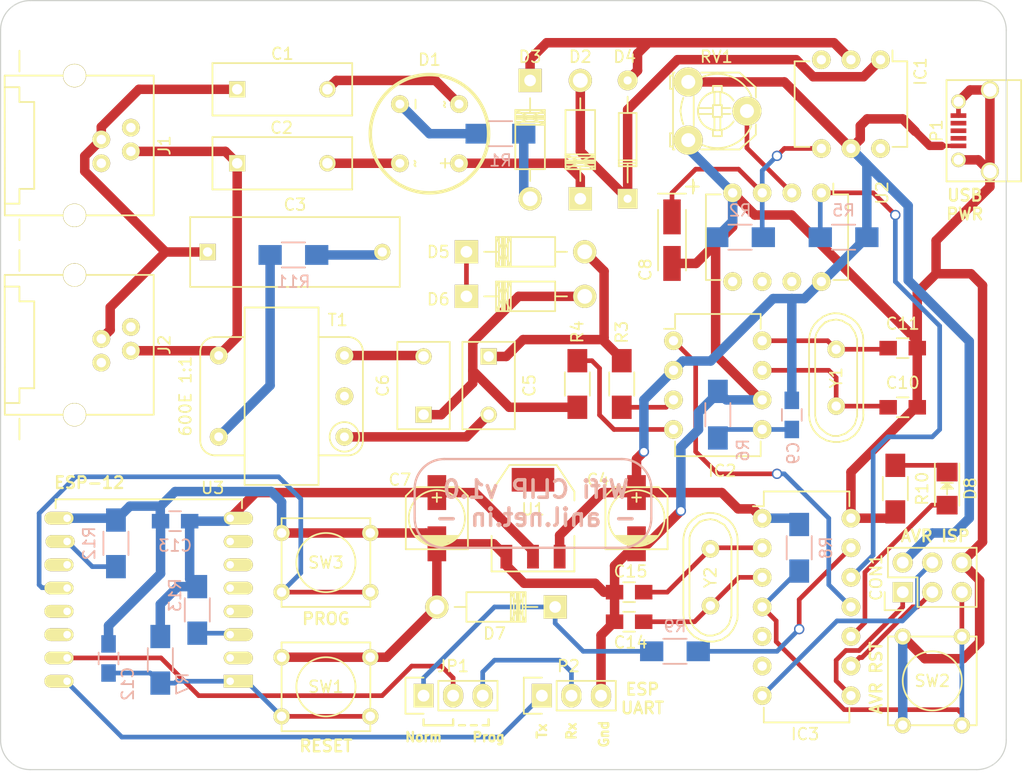
<source format=kicad_pcb>

(kicad_pcb
  (version 4)
  (host pcbnew 4.0.1+dfsg1-stable)
  (general
    (links 114)
    (no_connects 0)
    (area 162.406 109.169999 250.709001 176.699001)
    (thickness 1.6)
    (drawings 36)
    (tracks 359)
    (zones 0)
    (modules 55)
    (nets 46))
  (page A3)
  (layers
    (0 F.Cu signal)
    (31 B.Cu signal)
    (32 B.Adhes user hide)
    (33 F.Adhes user hide)
    (34 B.Paste user hide)
    (35 F.Paste user hide)
    (36 B.SilkS user)
    (37 F.SilkS user)
    (38 B.Mask user)
    (39 F.Mask user)
    (40 Dwgs.User user)
    (41 Cmts.User user)
    (42 Eco1.User user)
    (43 Eco2.User user)
    (44 Edge.Cuts user))
  (setup
    (last_trace_width 0.401)
    (trace_clearance 0.2)
    (zone_clearance 0.508)
    (zone_45_only no)
    (trace_min 0.254)
    (segment_width 0.2)
    (edge_width 0.1)
    (via_size 0.889)
    (via_drill 0.635)
    (via_min_size 0.889)
    (via_min_drill 0.508)
    (uvia_size 0.508)
    (uvia_drill 0.127)
    (uvias_allowed no)
    (uvia_min_size 0.508)
    (uvia_min_drill 0.127)
    (pcb_text_width 0.3)
    (pcb_text_size 1.5 1.5)
    (mod_edge_width 0.15)
    (mod_text_size 1 1)
    (mod_text_width 0.15)
    (pad_size 1.25 1.25)
    (pad_drill 0.85)
    (pad_to_mask_clearance 0)
    (aux_axis_origin 0 0)
    (grid_origin 164.846 172.974)
    (visible_elements 7FFFFFBF)
    (pcbplotparams
      (layerselection 0x010f0_80000001)
      (usegerberextensions true)
      (excludeedgelayer true)
      (linewidth 0.15)
      (plotframeref false)
      (viasonmask false)
      (mode 1)
      (useauxorigin false)
      (hpglpennumber 1)
      (hpglpenspeed 20)
      (hpglpendiameter 15)
      (hpglpenoverlay 2)
      (psnegative false)
      (psa4output false)
      (plotreference true)
      (plotvalue true)
      (plotinvisibletext false)
      (padsonsilk false)
      (subtractmaskfromsilk true)
      (outputformat 1)
      (mirror false)
      (drillshape 0)
      (scaleselection 1)
      (outputdirectory Gerber/)))
  (net 0 "")
  (net 1 GND)
  (net 2 +5V)
  (net 3 "Net-(C8-Pad1)")
  (net 4 "Net-(IC2-Pad3)")
  (net 5 "Net-(IC2-Pad4)")
  (net 6 CLIP)
  (net 7 "Net-(C1-Pad2)")
  (net 8 "Net-(C2-Pad2)")
  (net 9 "Net-(C3-Pad2)")
  (net 10 "Net-(C5-Pad1)")
  (net 11 "Net-(C6-Pad1)")
  (net 12 "Net-(C6-Pad2)")
  (net 13 "Net-(C10-Pad1)")
  (net 14 "Net-(C11-Pad1)")
  (net 15 "Net-(D2-Pad2)")
  (net 16 "Net-(D1-Pad3)")
  (net 17 "Net-(D3-Pad2)")
  (net 18 "Net-(D3-Pad1)")
  (net 19 "Net-(D5-Pad1)")
  (net 20 "Net-(D7-Pad1)")
  (net 21 RING)
  (net 22 "Net-(D1-Pad1)")
  (net 23 "Net-(RV1-Pad2)")
  (net 24 TEL1)
  (net 25 TEL2)
  (net 26 "Net-(C5-Pad2)")
  (net 27 +3V3)
  (net 28 "Net-(C9-Pad2)")
  (net 29 "Net-(C12-Pad1)")
  (net 30 "Net-(C14-Pad1)")
  (net 31 "Net-(C15-Pad1)")
  (net 32 AVR_MISO)
  (net 33 AVR_SCL)
  (net 34 AVR_MOSI)
  (net 35 AVR_REST)
  (net 36 "Net-(D8-Pad1)")
  (net 37 "Net-(D8-Pad2)")
  (net 38 NUMOUT)
  (net 39 "Net-(JP1-Pad2)")
  (net 40 "Net-(P2-Pad1)")
  (net 41 "Net-(SW3-Pad2)")
  (net 42 "Net-(R11-Pad1)")
  (net 43 "Net-(R12-Pad2)")
  (net 44 "Net-(R13-Pad2)")
  (net 45 "Net-(JP1-Pad3)")
  (net_class Default "This is the default net class."
    (clearance 0.2)
    (trace_width 0.401)
    (via_dia 0.889)
    (via_drill 0.635)
    (uvia_dia 0.508)
    (uvia_drill 0.127)
    (add_net AVR_MISO)
    (add_net AVR_MOSI)
    (add_net AVR_REST)
    (add_net AVR_SCL)
    (add_net CLIP)
    (add_net NUMOUT)
    (add_net "Net-(C10-Pad1)")
    (add_net "Net-(C11-Pad1)")
    (add_net "Net-(C12-Pad1)")
    (add_net "Net-(C14-Pad1)")
    (add_net "Net-(C15-Pad1)")
    (add_net "Net-(C8-Pad1)")
    (add_net "Net-(C9-Pad2)")
    (add_net "Net-(D5-Pad1)")
    (add_net "Net-(D7-Pad1)")
    (add_net "Net-(D8-Pad1)")
    (add_net "Net-(D8-Pad2)")
    (add_net "Net-(IC2-Pad3)")
    (add_net "Net-(IC2-Pad4)")
    (add_net "Net-(JP1-Pad2)")
    (add_net "Net-(JP1-Pad3)")
    (add_net "Net-(P2-Pad1)")
    (add_net "Net-(R12-Pad2)")
    (add_net "Net-(R13-Pad2)")
    (add_net "Net-(RV1-Pad2)")
    (add_net "Net-(SW3-Pad2)")
    (add_net RING))
  (net_class 5VRAIL ""
    (clearance 0.254)
    (trace_width 0.8128)
    (via_dia 0.889)
    (via_drill 0.635)
    (uvia_dia 0.508)
    (uvia_drill 0.127)
    (add_net +3V3)
    (add_net +5V)
    (add_net GND))
  (net_class TEL ""
    (clearance 0.254)
    (trace_width 0.8128)
    (via_dia 0.889)
    (via_drill 0.635)
    (uvia_dia 0.508)
    (uvia_drill 0.127)
    (add_net "Net-(C1-Pad2)")
    (add_net "Net-(C2-Pad2)")
    (add_net "Net-(C3-Pad2)")
    (add_net "Net-(C5-Pad1)")
    (add_net "Net-(C5-Pad2)")
    (add_net "Net-(C6-Pad1)")
    (add_net "Net-(C6-Pad2)")
    (add_net "Net-(D1-Pad1)")
    (add_net "Net-(D1-Pad3)")
    (add_net "Net-(D2-Pad2)")
    (add_net "Net-(D3-Pad1)")
    (add_net "Net-(D3-Pad2)")
    (add_net "Net-(R11-Pad1)")
    (add_net TEL1)
    (add_net TEL2))
  (module Resistors_SMD:R_1206_HandSoldering
    (layer B.Cu)
    (tedit 56BB89D7)
    (tstamp 56C07828)
    (at 179.451 161.544 270)
    (descr "Resistor SMD 1206, hand soldering")
    (tags "resistor 1206")
    (path /56BC2CD8)
    (attr smd)
    (fp_text reference R13
      (at -1.27 1.905 270)
      (layer B.SilkS)
      (effects
        (font
          (size 1 1)
          (thickness 0.15))
        (justify mirror)))
    (fp_text value 1K
      (at -3.81 -1.27 270)
      (layer B.Fab)
      (effects
        (font
          (size 1 1)
          (thickness 0.15))
        (justify mirror)))
    (fp_line
      (start -3.3 1.2)
      (end 3.3 1.2)
      (layer B.CrtYd)
      (width 0.05))
    (fp_line
      (start -3.3 -1.2)
      (end 3.3 -1.2)
      (layer B.CrtYd)
      (width 0.05))
    (fp_line
      (start -3.3 1.2)
      (end -3.3 -1.2)
      (layer B.CrtYd)
      (width 0.05))
    (fp_line
      (start 3.3 1.2)
      (end 3.3 -1.2)
      (layer B.CrtYd)
      (width 0.05))
    (fp_line
      (start 1 -1.075)
      (end -1 -1.075)
      (layer B.SilkS)
      (width 0.15))
    (fp_line
      (start -1 1.075)
      (end 1 1.075)
      (layer B.SilkS)
      (width 0.15))
    (pad 1 smd rect
      (at -2 0 270)
      (size 2 1.7)
      (layers B.Cu B.Paste B.Mask)
      (net 27 +3V3))
    (pad 2 smd rect
      (at 2 0 270)
      (size 2 1.7)
      (layers B.Cu B.Paste B.Mask)
      (net 44 "Net-(R13-Pad2)"))
    (model Resistors_SMD.3dshapes/R_1206_HandSoldering.wrl
      (at
        (xyz 0 0 0))
      (scale
        (xyz 1 1 1))
      (rotate
        (xyz 0 0 0))))
  (module ESP8266:ESP-12
    (layer F.Cu)
    (tedit 56BB742A)
    (tstamp 566DF366)
    (at 182.275 167.67 180)
    (descr "Module, ESP-8266, ESP-12, 16 pad, SMD")
    (tags "Module ESP-8266 ESP8266")
    (path /566DBDC5)
    (fp_text reference U3
      (at 1.5 16.6 180)
      (layer F.SilkS)
      (effects
        (font
          (size 1 1)
          (thickness 0.15))))
    (fp_text value ESP-12
      (at 6.38 -2.637 180)
      (layer F.Fab)
      (effects
        (font
          (size 1 1)
          (thickness 0.15))))
    (fp_text user "No Copper"
      (at 6.892 -5.4 180)
      (layer F.CrtYd)
      (effects
        (font
          (size 1 1)
          (thickness 0.15))))
    (fp_line
      (start -2.25 -0.5)
      (end -2.25 -8.75)
      (layer F.CrtYd)
      (width 0.05))
    (fp_line
      (start -2.25 -8.75)
      (end 15.25 -8.75)
      (layer F.CrtYd)
      (width 0.05))
    (fp_line
      (start 15.25 -8.75)
      (end 16.25 -8.75)
      (layer F.CrtYd)
      (width 0.05))
    (fp_line
      (start 16.25 -8.75)
      (end 16.25 16)
      (layer F.CrtYd)
      (width 0.05))
    (fp_line
      (start 16.25 16)
      (end -2.25 16)
      (layer F.CrtYd)
      (width 0.05))
    (fp_line
      (start -2.25 16)
      (end -2.25 -0.5)
      (layer F.CrtYd)
      (width 0.05))
    (fp_line
      (start -1.016 -8.382)
      (end 14.986 -8.382)
      (layer F.CrtYd)
      (width 0.1524))
    (fp_line
      (start 14.986 -8.382)
      (end 14.986 -0.889)
      (layer F.CrtYd)
      (width 0.1524))
    (fp_line
      (start -1.016 -8.382)
      (end -1.016 -1.016)
      (layer F.CrtYd)
      (width 0.1524))
    (fp_line
      (start -1.016 14.859)
      (end -1.016 15.621)
      (layer F.SilkS)
      (width 0.1524))
    (fp_line
      (start -1.016 15.621)
      (end 14.986 15.621)
      (layer F.SilkS)
      (width 0.1524))
    (fp_line
      (start 14.986 15.621)
      (end 14.986 14.859)
      (layer F.SilkS)
      (width 0.1524))
    (fp_line
      (start 14.992 -8.4)
      (end -1.008 -2.6)
      (layer F.CrtYd)
      (width 0.1524))
    (fp_line
      (start -1.008 -8.4)
      (end 14.992 -2.6)
      (layer F.CrtYd)
      (width 0.1524))
    (fp_line
      (start -1.008 -2.6)
      (end 14.992 -2.6)
      (layer F.CrtYd)
      (width 0.1524))
    (fp_line
      (start 15 -8.4)
      (end 15 15.6)
      (layer F.Fab)
      (width 0.05))
    (fp_line
      (start 14.992 15.6)
      (end -1.008 15.6)
      (layer F.Fab)
      (width 0.05))
    (fp_line
      (start -1.008 15.6)
      (end -1.008 -8.4)
      (layer F.Fab)
      (width 0.05))
    (fp_line
      (start -1.008 -8.4)
      (end 14.992 -8.4)
      (layer F.Fab)
      (width 0.05))
    (pad 1 thru_hole rect
      (at 0 0 180)
      (size 2.5 1.1)
      (drill 0.65
        (offset -0.7 0))
      (layers *.Cu *.Mask F.SilkS)
      (net 29 "Net-(C12-Pad1)"))
    (pad 2 thru_hole oval
      (at 0 2 180)
      (size 2.5 1.1)
      (drill 0.65
        (offset -0.7 0))
      (layers *.Cu *.Mask F.SilkS))
    (pad 3 thru_hole oval
      (at 0 4 180)
      (size 2.5 1.1)
      (drill 0.65
        (offset -0.7 0))
      (layers *.Cu *.Mask F.SilkS)
      (net 44 "Net-(R13-Pad2)"))
    (pad 4 thru_hole oval
      (at 0 6 180)
      (size 2.5 1.1)
      (drill 0.65
        (offset -0.7 0))
      (layers *.Cu *.Mask F.SilkS))
    (pad 5 thru_hole oval
      (at 0 8 180)
      (size 2.5 1.1)
      (drill 0.65
        (offset -0.7 0))
      (layers *.Cu *.Mask F.SilkS))
    (pad 6 thru_hole oval
      (at 0 10 180)
      (size 2.5 1.1)
      (drill 0.65
        (offset -0.7 0))
      (layers *.Cu *.Mask F.SilkS))
    (pad 7 thru_hole oval
      (at 0 12 180)
      (size 2.5 1.1)
      (drill 0.65
        (offset -0.7 0))
      (layers *.Cu *.Mask F.SilkS))
    (pad 8 thru_hole oval
      (at 0 14 180)
      (size 2.5 1.1)
      (drill 0.65
        (offset -0.7 0))
      (layers *.Cu *.Mask F.SilkS)
      (net 27 +3V3))
    (pad 9 thru_hole oval
      (at 14 14 180)
      (size 2.5 1.1)
      (drill 0.65
        (offset 0.7 0))
      (layers *.Cu *.Mask F.SilkS)
      (net 1 GND))
    (pad 10 thru_hole oval
      (at 14 12 180)
      (size 2.5 1.1)
      (drill 0.65
        (offset 0.6 0))
      (layers *.Cu *.Mask F.SilkS)
      (net 43 "Net-(R12-Pad2)"))
    (pad 11 thru_hole oval
      (at 14 10 180)
      (size 2.5 1.1)
      (drill 0.65
        (offset 0.7 0))
      (layers *.Cu *.Mask F.SilkS))
    (pad 12 thru_hole oval
      (at 14 8 180)
      (size 2.5 1.1)
      (drill 0.65
        (offset 0.7 0))
      (layers *.Cu *.Mask F.SilkS)
      (net 41 "Net-(SW3-Pad2)"))
    (pad 13 thru_hole oval
      (at 14 6 180)
      (size 2.5 1.1)
      (drill 0.65
        (offset 0.7 0))
      (layers *.Cu *.Mask F.SilkS))
    (pad 14 thru_hole oval
      (at 14 4 180)
      (size 2.5 1.1)
      (drill 0.65
        (offset 0.7 0))
      (layers *.Cu *.Mask F.SilkS))
    (pad 15 thru_hole oval
      (at 14 2 180)
      (size 2.5 1.1)
      (drill 0.65
        (offset 0.7 0))
      (layers *.Cu *.Mask F.SilkS)
      (net 39 "Net-(JP1-Pad2)"))
    (pad 16 thru_hole oval
      (at 14 0 180)
      (size 2.5 1.1)
      (drill 0.65
        (offset 0.7 0))
      (layers *.Cu *.Mask F.SilkS)
      (net 40 "Net-(P2-Pad1)"))
    (model ${ESPLIB}/ESP8266.3dshapes/ESP-12.wrl
      (at
        (xyz 0 0 0))
      (scale
        (xyz 0.3937 0.3937 0.3937))
      (rotate
        (xyz 0 0 0))))
  (module Pin_Headers:Pin_Header_Straight_1x03
    (layer F.Cu)
    (tedit 56BB7336)
    (tstamp 56BFEA54)
    (at 209.042 168.91 90)
    (descr "Through hole pin header")
    (tags "pin header")
    (path /566C3E77)
    (fp_text reference P2
      (at 2.54 2.286 180)
      (layer F.SilkS)
      (effects
        (font
          (size 1 1)
          (thickness 0.15))))
    (fp_text value ESP_UART
      (at -2.794 10.414 180)
      (layer F.Fab)
      (effects
        (font
          (size 1 1)
          (thickness 0.15))))
    (fp_line
      (start -1.75 -1.75)
      (end -1.75 6.85)
      (layer F.CrtYd)
      (width 0.05))
    (fp_line
      (start 1.75 -1.75)
      (end 1.75 6.85)
      (layer F.CrtYd)
      (width 0.05))
    (fp_line
      (start -1.75 -1.75)
      (end 1.75 -1.75)
      (layer F.CrtYd)
      (width 0.05))
    (fp_line
      (start -1.75 6.85)
      (end 1.75 6.85)
      (layer F.CrtYd)
      (width 0.05))
    (fp_line
      (start -1.27 1.27)
      (end -1.27 6.35)
      (layer F.SilkS)
      (width 0.15))
    (fp_line
      (start -1.27 6.35)
      (end 1.27 6.35)
      (layer F.SilkS)
      (width 0.15))
    (fp_line
      (start 1.27 6.35)
      (end 1.27 1.27)
      (layer F.SilkS)
      (width 0.15))
    (fp_line
      (start 1.55 -1.55)
      (end 1.55 0)
      (layer F.SilkS)
      (width 0.15))
    (fp_line
      (start 1.27 1.27)
      (end -1.27 1.27)
      (layer F.SilkS)
      (width 0.15))
    (fp_line
      (start -1.55 0)
      (end -1.55 -1.55)
      (layer F.SilkS)
      (width 0.15))
    (fp_line
      (start -1.55 -1.55)
      (end 1.55 -1.55)
      (layer F.SilkS)
      (width 0.15))
    (pad 1 thru_hole rect
      (at 0 0 90)
      (size 2.032 1.7272)
      (drill 1.016)
      (layers *.Cu *.Mask F.SilkS)
      (net 40 "Net-(P2-Pad1)"))
    (pad 2 thru_hole oval
      (at 0 2.54 90)
      (size 2.032 1.7272)
      (drill 1.016)
      (layers *.Cu *.Mask F.SilkS)
      (net 45 "Net-(JP1-Pad3)"))
    (pad 3 thru_hole oval
      (at 0 5.08 90)
      (size 2.032 1.7272)
      (drill 1.016)
      (layers *.Cu *.Mask F.SilkS)
      (net 1 GND))
    (model Pin_Headers.3dshapes/Pin_Header_Straight_1x03.wrl
      (at
        (xyz 0 -0.1 0))
      (scale
        (xyz 1 1 1))
      (rotate
        (xyz 0 0 90))))
  (module Diodes_ThroughHole:Diode_DO-35_SOD27_Horizontal_RM10
    (layer F.Cu)
    (tedit 56BB73A5)
    (tstamp 56BA09EA)
    (at 216.41054 126.23852 90)
    (descr "Diode, DO-35,  SOD27, Horizontal, RM 10mm")
    (tags "Diode, DO-35, SOD27, Horizontal, RM 10mm, 1N4148,")
    (path /566278EF)
    (fp_text reference D4
      (at 12.19252 -0.25654 180)
      (layer F.SilkS)
      (effects
        (font
          (size 1 1)
          (thickness 0.15))))
    (fp_text value 1N4148
      (at 2.66752 1.90246 90)
      (layer F.Fab)
      (effects
        (font
          (size 1 1)
          (thickness 0.15))))
    (fp_line
      (start 7.36652 -0.00254)
      (end 8.76352 -0.00254)
      (layer F.SilkS)
      (width 0.15))
    (fp_line
      (start 2.92152 -0.00254)
      (end 1.39752 -0.00254)
      (layer F.SilkS)
      (width 0.15))
    (fp_line
      (start 3.30252 -0.76454)
      (end 3.30252 0.75946)
      (layer F.SilkS)
      (width 0.15))
    (fp_line
      (start 3.04852 -0.76454)
      (end 3.04852 0.75946)
      (layer F.SilkS)
      (width 0.15))
    (fp_line
      (start 2.79452 -0.00254)
      (end 2.79452 0.75946)
      (layer F.SilkS)
      (width 0.15))
    (fp_line
      (start 2.79452 0.75946)
      (end 7.36652 0.75946)
      (layer F.SilkS)
      (width 0.15))
    (fp_line
      (start 7.36652 0.75946)
      (end 7.36652 -0.76454)
      (layer F.SilkS)
      (width 0.15))
    (fp_line
      (start 7.36652 -0.76454)
      (end 2.79452 -0.76454)
      (layer F.SilkS)
      (width 0.15))
    (fp_line
      (start 2.79452 -0.76454)
      (end 2.79452 -0.00254)
      (layer F.SilkS)
      (width 0.15))
    (pad 2 thru_hole circle
      (at 10.16052 -0.00254 270)
      (size 1.69926 1.69926)
      (drill 0.70104)
      (layers *.Cu *.Mask F.SilkS)
      (net 18 "Net-(D3-Pad1)"))
    (pad 1 thru_hole rect
      (at 0.00052 -0.00254 270)
      (size 1.69926 1.69926)
      (drill 0.70104)
      (layers *.Cu *.Mask F.SilkS)
      (net 15 "Net-(D2-Pad2)"))
    (model Diodes_ThroughHole.3dshapes/Diode_DO-35_SOD27_Horizontal_RM10.wrl
      (at
        (xyz 0.2 0 0))
      (scale
        (xyz 0.4 0.4 0.4))
      (rotate
        (xyz 0 0 180))))
  (module LEDs:LED-1206
    (layer F.Cu)
    (tedit 55BDE2E8)
    (tstamp 56B79529)
    (at 243.84 151.13 270)
    (descr "LED 1206 smd package")
    (tags "LED1206 SMD")
    (path /565F3B26)
    (attr smd)
    (fp_text reference D8
      (at 0 -2 270)
      (layer F.SilkS)
      (effects
        (font
          (size 1 1)
          (thickness 0.15))))
    (fp_text value LED
      (at 0 2 270)
      (layer F.Fab)
      (effects
        (font
          (size 1 1)
          (thickness 0.15))))
    (fp_line
      (start -2.15 1.05)
      (end 1.45 1.05)
      (layer F.SilkS)
      (width 0.15))
    (fp_line
      (start -2.15 -1.05)
      (end 1.45 -1.05)
      (layer F.SilkS)
      (width 0.15))
    (fp_line
      (start -0.1 -0.3)
      (end -0.1 0.3)
      (layer F.SilkS)
      (width 0.15))
    (fp_line
      (start -0.1 0.3)
      (end -0.4 0)
      (layer F.SilkS)
      (width 0.15))
    (fp_line
      (start -0.4 0)
      (end -0.2 -0.2)
      (layer F.SilkS)
      (width 0.15))
    (fp_line
      (start -0.2 -0.2)
      (end -0.2 0.05)
      (layer F.SilkS)
      (width 0.15))
    (fp_line
      (start -0.2 0.05)
      (end -0.25 0)
      (layer F.SilkS)
      (width 0.15))
    (fp_line
      (start -0.5 -0.5)
      (end -0.5 0.5)
      (layer F.SilkS)
      (width 0.15))
    (fp_line
      (start 0 0)
      (end 0.5 0)
      (layer F.SilkS)
      (width 0.15))
    (fp_line
      (start -0.5 0)
      (end 0 -0.5)
      (layer F.SilkS)
      (width 0.15))
    (fp_line
      (start 0 -0.5)
      (end 0 0.5)
      (layer F.SilkS)
      (width 0.15))
    (fp_line
      (start 0 0.5)
      (end -0.5 0)
      (layer F.SilkS)
      (width 0.15))
    (fp_line
      (start 2.5 -1.25)
      (end -2.5 -1.25)
      (layer F.CrtYd)
      (width 0.05))
    (fp_line
      (start -2.5 -1.25)
      (end -2.5 1.25)
      (layer F.CrtYd)
      (width 0.05))
    (fp_line
      (start -2.5 1.25)
      (end 2.5 1.25)
      (layer F.CrtYd)
      (width 0.05))
    (fp_line
      (start 2.5 1.25)
      (end 2.5 -1.25)
      (layer F.CrtYd)
      (width 0.05))
    (pad 2 smd rect
      (at 1.41986 0 90)
      (size 1.59766 1.80086)
      (layers F.Cu F.Paste F.Mask)
      (net 37 "Net-(D8-Pad2)"))
    (pad 1 smd rect
      (at -1.41986 0 90)
      (size 1.59766 1.80086)
      (layers F.Cu F.Paste F.Mask)
      (net 36 "Net-(D8-Pad1)")))
  (module Capacitors_ThroughHole:C_Disc_D7.5_P5
    (layer F.Cu)
    (tedit 56BB7458)
    (tstamp 56B77FEF)
    (at 198.882 144.78 90)
    (descr "Capacitor 7.5mm Disc, Pitch 5mm")
    (tags Capacitor)
    (path /56627D1A)
    (fp_text reference C6
      (at 2.5 -3.5 90)
      (layer F.SilkS)
      (effects
        (font
          (size 1 1)
          (thickness 0.15))))
    (fp_text value 47nF
      (at 2.54 0.127 180)
      (layer F.Fab)
      (effects
        (font
          (size 1 1)
          (thickness 0.15))))
    (fp_line
      (start -1.5 -2.5)
      (end 6.5 -2.5)
      (layer F.CrtYd)
      (width 0.05))
    (fp_line
      (start 6.5 -2.5)
      (end 6.5 2.5)
      (layer F.CrtYd)
      (width 0.05))
    (fp_line
      (start 6.5 2.5)
      (end -1.5 2.5)
      (layer F.CrtYd)
      (width 0.05))
    (fp_line
      (start -1.5 2.5)
      (end -1.5 -2.5)
      (layer F.CrtYd)
      (width 0.05))
    (fp_line
      (start -1.25 -2.25)
      (end 6.25 -2.25)
      (layer F.SilkS)
      (width 0.15))
    (fp_line
      (start 6.25 -2.25)
      (end 6.25 2.25)
      (layer F.SilkS)
      (width 0.15))
    (fp_line
      (start 6.25 2.25)
      (end -1.25 2.25)
      (layer F.SilkS)
      (width 0.15))
    (fp_line
      (start -1.25 2.25)
      (end -1.25 -2.25)
      (layer F.SilkS)
      (width 0.15))
    (pad 1 thru_hole rect
      (at 0 0 90)
      (size 1.4 1.4)
      (drill 0.9)
      (layers *.Cu *.Mask F.SilkS)
      (net 11 "Net-(C6-Pad1)"))
    (pad 2 thru_hole circle
      (at 5 0 90)
      (size 1.4 1.4)
      (drill 0.9)
      (layers *.Cu *.Mask F.SilkS)
      (net 12 "Net-(C6-Pad2)"))
    (model Capacitors_ThroughHole.3dshapes/C_Disc_D7.5_P5.wrl
      (at
        (xyz 0.0984252 0 0))
      (scale
        (xyz 1 1 1))
      (rotate
        (xyz 0 0 0))))
  (module Capacitors_ThroughHole:C_Disc_D7.5_P5
    (layer F.Cu)
    (tedit 56BB745B)
    (tstamp 56B77FEA)
    (at 204.47 139.78 270)
    (descr "Capacitor 7.5mm Disc, Pitch 5mm")
    (tags Capacitor)
    (path /565F2CEC)
    (fp_text reference C5
      (at 2.5 -3.5 270)
      (layer F.SilkS)
      (effects
        (font
          (size 1 1)
          (thickness 0.15))))
    (fp_text value 47nF
      (at 2.46 0 360)
      (layer F.Fab)
      (effects
        (font
          (size 1 1)
          (thickness 0.15))))
    (fp_line
      (start -1.5 -2.5)
      (end 6.5 -2.5)
      (layer F.CrtYd)
      (width 0.05))
    (fp_line
      (start 6.5 -2.5)
      (end 6.5 2.5)
      (layer F.CrtYd)
      (width 0.05))
    (fp_line
      (start 6.5 2.5)
      (end -1.5 2.5)
      (layer F.CrtYd)
      (width 0.05))
    (fp_line
      (start -1.5 2.5)
      (end -1.5 -2.5)
      (layer F.CrtYd)
      (width 0.05))
    (fp_line
      (start -1.25 -2.25)
      (end 6.25 -2.25)
      (layer F.SilkS)
      (width 0.15))
    (fp_line
      (start 6.25 -2.25)
      (end 6.25 2.25)
      (layer F.SilkS)
      (width 0.15))
    (fp_line
      (start 6.25 2.25)
      (end -1.25 2.25)
      (layer F.SilkS)
      (width 0.15))
    (fp_line
      (start -1.25 2.25)
      (end -1.25 -2.25)
      (layer F.SilkS)
      (width 0.15))
    (pad 1 thru_hole rect
      (at 0 0 270)
      (size 1.4 1.4)
      (drill 0.9)
      (layers *.Cu *.Mask F.SilkS)
      (net 10 "Net-(C5-Pad1)"))
    (pad 2 thru_hole circle
      (at 5 0 270)
      (size 1.4 1.4)
      (drill 0.9)
      (layers *.Cu *.Mask F.SilkS)
      (net 26 "Net-(C5-Pad2)"))
    (model Capacitors_ThroughHole.3dshapes/C_Disc_D7.5_P5.wrl
      (at
        (xyz 0.0984252 0 0))
      (scale
        (xyz 1 1 1))
      (rotate
        (xyz 0 0 0))))
  (module Resistors_SMD:R_1206_HandSoldering
    (layer F.Cu)
    (tedit 56BB746B)
    (tstamp 56B77F90)
    (at 212.09 142.145 90)
    (descr "Resistor SMD 1206, hand soldering")
    (tags "resistor 1206")
    (path /565F2E72)
    (attr smd)
    (fp_text reference R4
      (at 4.477 0 90)
      (layer F.SilkS)
      (effects
        (font
          (size 1 1)
          (thickness 0.15))))
    (fp_text value 220K
      (at 0.921 -1.905 90)
      (layer F.Fab)
      (effects
        (font
          (size 1 1)
          (thickness 0.15))))
    (fp_line
      (start -3.3 -1.2)
      (end 3.3 -1.2)
      (layer F.CrtYd)
      (width 0.05))
    (fp_line
      (start -3.3 1.2)
      (end 3.3 1.2)
      (layer F.CrtYd)
      (width 0.05))
    (fp_line
      (start -3.3 -1.2)
      (end -3.3 1.2)
      (layer F.CrtYd)
      (width 0.05))
    (fp_line
      (start 3.3 -1.2)
      (end 3.3 1.2)
      (layer F.CrtYd)
      (width 0.05))
    (fp_line
      (start 1 1.075)
      (end -1 1.075)
      (layer F.SilkS)
      (width 0.15))
    (fp_line
      (start -1 -1.075)
      (end 1 -1.075)
      (layer F.SilkS)
      (width 0.15))
    (pad 1 smd rect
      (at -2 0 90)
      (size 2 1.7)
      (layers F.Cu F.Paste F.Mask)
      (net 11 "Net-(C6-Pad1)"))
    (pad 2 smd rect
      (at 2 0 90)
      (size 2 1.7)
      (layers F.Cu F.Paste F.Mask)
      (net 5 "Net-(IC2-Pad4)"))
    (model Resistors_SMD.3dshapes/R_1206_HandSoldering.wrl
      (at
        (xyz 0 0 0))
      (scale
        (xyz 1 1 1))
      (rotate
        (xyz 0 0 0))))
  (module Resistors_SMD:R_1206_HandSoldering
    (layer F.Cu)
    (tedit 56BB7471)
    (tstamp 56B77F8B)
    (at 215.9 142.145 270)
    (descr "Resistor SMD 1206, hand soldering")
    (tags "resistor 1206")
    (path /565F2D82)
    (attr smd)
    (fp_text reference R3
      (at -4.445 0 270)
      (layer F.SilkS)
      (effects
        (font
          (size 1 1)
          (thickness 0.15))))
    (fp_text value 220K
      (at -0.921 -2.032 270)
      (layer F.Fab)
      (effects
        (font
          (size 1 1)
          (thickness 0.15))))
    (fp_line
      (start -3.3 -1.2)
      (end 3.3 -1.2)
      (layer F.CrtYd)
      (width 0.05))
    (fp_line
      (start -3.3 1.2)
      (end 3.3 1.2)
      (layer F.CrtYd)
      (width 0.05))
    (fp_line
      (start -3.3 -1.2)
      (end -3.3 1.2)
      (layer F.CrtYd)
      (width 0.05))
    (fp_line
      (start 3.3 -1.2)
      (end 3.3 1.2)
      (layer F.CrtYd)
      (width 0.05))
    (fp_line
      (start 1 1.075)
      (end -1 1.075)
      (layer F.SilkS)
      (width 0.15))
    (fp_line
      (start -1 -1.075)
      (end 1 -1.075)
      (layer F.SilkS)
      (width 0.15))
    (pad 1 smd rect
      (at -2 0 270)
      (size 2 1.7)
      (layers F.Cu F.Paste F.Mask)
      (net 10 "Net-(C5-Pad1)"))
    (pad 2 smd rect
      (at 2 0 270)
      (size 2 1.7)
      (layers F.Cu F.Paste F.Mask)
      (net 4 "Net-(IC2-Pad3)"))
    (model Resistors_SMD.3dshapes/R_1206_HandSoldering.wrl
      (at
        (xyz 0 0 0))
      (scale
        (xyz 1 1 1))
      (rotate
        (xyz 0 0 0))))
  (module Resistors_SMD:R_1206_HandSoldering
    (layer B.Cu)
    (tedit 5418A20D)
    (tstamp 56B77F86)
    (at 226.06 129.54 180)
    (descr "Resistor SMD 1206, hand soldering")
    (tags "resistor 1206")
    (path /565F21CE)
    (attr smd)
    (fp_text reference R2
      (at 0 2.3 180)
      (layer B.SilkS)
      (effects
        (font
          (size 1 1)
          (thickness 0.15))
        (justify mirror)))
    (fp_text value 220K
      (at 0 -2.3 180)
      (layer B.Fab)
      (effects
        (font
          (size 1 1)
          (thickness 0.15))
        (justify mirror)))
    (fp_line
      (start -3.3 1.2)
      (end 3.3 1.2)
      (layer B.CrtYd)
      (width 0.05))
    (fp_line
      (start -3.3 -1.2)
      (end 3.3 -1.2)
      (layer B.CrtYd)
      (width 0.05))
    (fp_line
      (start -3.3 1.2)
      (end -3.3 -1.2)
      (layer B.CrtYd)
      (width 0.05))
    (fp_line
      (start 3.3 1.2)
      (end 3.3 -1.2)
      (layer B.CrtYd)
      (width 0.05))
    (fp_line
      (start 1 -1.075)
      (end -1 -1.075)
      (layer B.SilkS)
      (width 0.15))
    (fp_line
      (start -1 1.075)
      (end 1 1.075)
      (layer B.SilkS)
      (width 0.15))
    (pad 1 smd rect
      (at -2 0 180)
      (size 2 1.7)
      (layers B.Cu B.Paste B.Mask)
      (net 3 "Net-(C8-Pad1)"))
    (pad 2 smd rect
      (at 2 0 180)
      (size 2 1.7)
      (layers B.Cu B.Paste B.Mask)
      (net 1 GND))
    (model Resistors_SMD.3dshapes/R_1206_HandSoldering.wrl
      (at
        (xyz 0 0 0))
      (scale
        (xyz 1 1 1))
      (rotate
        (xyz 0 0 0))))
  (module Resistors_SMD:R_1206_HandSoldering
    (layer F.Cu)
    (tedit 5418A20D)
    (tstamp 56B77B66)
    (at 239.395 151.13 270)
    (descr "Resistor SMD 1206, hand soldering")
    (tags "resistor 1206")
    (path /565F3C0D)
    (attr smd)
    (fp_text reference R10
      (at 0 -2.3 270)
      (layer F.SilkS)
      (effects
        (font
          (size 1 1)
          (thickness 0.15))))
    (fp_text value 1K
      (at 0 2.3 270)
      (layer F.Fab)
      (effects
        (font
          (size 1 1)
          (thickness 0.15))))
    (fp_line
      (start -3.3 -1.2)
      (end 3.3 -1.2)
      (layer F.CrtYd)
      (width 0.05))
    (fp_line
      (start -3.3 1.2)
      (end 3.3 1.2)
      (layer F.CrtYd)
      (width 0.05))
    (fp_line
      (start -3.3 -1.2)
      (end -3.3 1.2)
      (layer F.CrtYd)
      (width 0.05))
    (fp_line
      (start 3.3 -1.2)
      (end 3.3 1.2)
      (layer F.CrtYd)
      (width 0.05))
    (fp_line
      (start 1 1.075)
      (end -1 1.075)
      (layer F.SilkS)
      (width 0.15))
    (fp_line
      (start -1 -1.075)
      (end 1 -1.075)
      (layer F.SilkS)
      (width 0.15))
    (pad 1 smd rect
      (at -2 0 270)
      (size 2 1.7)
      (layers F.Cu F.Paste F.Mask)
      (net 36 "Net-(D8-Pad1)"))
    (pad 2 smd rect
      (at 2 0 270)
      (size 2 1.7)
      (layers F.Cu F.Paste F.Mask)
      (net 1 GND))
    (model Resistors_SMD.3dshapes/R_1206_HandSoldering.wrl
      (at
        (xyz 0 0 0))
      (scale
        (xyz 1 1 1))
      (rotate
        (xyz 0 0 0))))
  (module Resistors_SMD:R_1206_HandSoldering
    (layer B.Cu)
    (tedit 5418A20D)
    (tstamp 56B77B61)
    (at 220.472 165.1 180)
    (descr "Resistor SMD 1206, hand soldering")
    (tags "resistor 1206")
    (path /566CD9E1)
    (attr smd)
    (fp_text reference R9
      (at 0 2.159 180)
      (layer B.SilkS)
      (effects
        (font
          (size 1 1)
          (thickness 0.15))
        (justify mirror)))
    (fp_text value 1k
      (at 0 -2.3 180)
      (layer B.Fab)
      (effects
        (font
          (size 1 1)
          (thickness 0.15))
        (justify mirror)))
    (fp_line
      (start -3.3 1.2)
      (end 3.3 1.2)
      (layer B.CrtYd)
      (width 0.05))
    (fp_line
      (start -3.3 -1.2)
      (end 3.3 -1.2)
      (layer B.CrtYd)
      (width 0.05))
    (fp_line
      (start -3.3 1.2)
      (end -3.3 -1.2)
      (layer B.CrtYd)
      (width 0.05))
    (fp_line
      (start 3.3 1.2)
      (end 3.3 -1.2)
      (layer B.CrtYd)
      (width 0.05))
    (fp_line
      (start 1 -1.075)
      (end -1 -1.075)
      (layer B.SilkS)
      (width 0.15))
    (fp_line
      (start -1 1.075)
      (end 1 1.075)
      (layer B.SilkS)
      (width 0.15))
    (pad 1 smd rect
      (at -2 0 180)
      (size 2 1.7)
      (layers B.Cu B.Paste B.Mask)
      (net 38 NUMOUT))
    (pad 2 smd rect
      (at 2 0 180)
      (size 2 1.7)
      (layers B.Cu B.Paste B.Mask)
      (net 20 "Net-(D7-Pad1)"))
    (model Resistors_SMD.3dshapes/R_1206_HandSoldering.wrl
      (at
        (xyz 0 0 0))
      (scale
        (xyz 1 1 1))
      (rotate
        (xyz 0 0 0))))
  (module Resistors_SMD:R_1206_HandSoldering
    (layer B.Cu)
    (tedit 5418A20D)
    (tstamp 56B778ED)
    (at 231.14 156.21 90)
    (descr "Resistor SMD 1206, hand soldering")
    (tags "resistor 1206")
    (path /565F3619)
    (attr smd)
    (fp_text reference R8
      (at 0 2.3 90)
      (layer B.SilkS)
      (effects
        (font
          (size 1 1)
          (thickness 0.15))
        (justify mirror)))
    (fp_text value 4.7K
      (at 0 -2.3 90)
      (layer B.Fab)
      (effects
        (font
          (size 1 1)
          (thickness 0.15))
        (justify mirror)))
    (fp_line
      (start -3.3 1.2)
      (end 3.3 1.2)
      (layer B.CrtYd)
      (width 0.05))
    (fp_line
      (start -3.3 -1.2)
      (end 3.3 -1.2)
      (layer B.CrtYd)
      (width 0.05))
    (fp_line
      (start -3.3 1.2)
      (end -3.3 -1.2)
      (layer B.CrtYd)
      (width 0.05))
    (fp_line
      (start 3.3 1.2)
      (end 3.3 -1.2)
      (layer B.CrtYd)
      (width 0.05))
    (fp_line
      (start 1 -1.075)
      (end -1 -1.075)
      (layer B.SilkS)
      (width 0.15))
    (fp_line
      (start -1 1.075)
      (end 1 1.075)
      (layer B.SilkS)
      (width 0.15))
    (pad 1 smd rect
      (at -2 0 90)
      (size 2 1.7)
      (layers B.Cu B.Paste B.Mask)
      (net 35 AVR_REST))
    (pad 2 smd rect
      (at 2 0 90)
      (size 2 1.7)
      (layers B.Cu B.Paste B.Mask)
      (net 2 +5V))
    (model Resistors_SMD.3dshapes/R_1206_HandSoldering.wrl
      (at
        (xyz 0 0 0))
      (scale
        (xyz 1 1 1))
      (rotate
        (xyz 0 0 0))))
  (module Resistors_SMD:R_1206_HandSoldering
    (layer B.Cu)
    (tedit 56BB89DF)
    (tstamp 56B778E8)
    (at 176.276 165.83 270)
    (descr "Resistor SMD 1206, hand soldering")
    (tags "resistor 1206")
    (path /566C52B8)
    (attr smd)
    (fp_text reference R7
      (at 2.064 -1.905 270)
      (layer B.SilkS)
      (effects
        (font
          (size 1 1)
          (thickness 0.15))
        (justify mirror)))
    (fp_text value 4.7K
      (at 1.429 -3.175 270)
      (layer B.Fab)
      (effects
        (font
          (size 1 1)
          (thickness 0.15))
        (justify mirror)))
    (fp_line
      (start -3.3 1.2)
      (end 3.3 1.2)
      (layer B.CrtYd)
      (width 0.05))
    (fp_line
      (start -3.3 -1.2)
      (end 3.3 -1.2)
      (layer B.CrtYd)
      (width 0.05))
    (fp_line
      (start -3.3 1.2)
      (end -3.3 -1.2)
      (layer B.CrtYd)
      (width 0.05))
    (fp_line
      (start 3.3 1.2)
      (end 3.3 -1.2)
      (layer B.CrtYd)
      (width 0.05))
    (fp_line
      (start 1 -1.075)
      (end -1 -1.075)
      (layer B.SilkS)
      (width 0.15))
    (fp_line
      (start -1 1.075)
      (end 1 1.075)
      (layer B.SilkS)
      (width 0.15))
    (pad 1 smd rect
      (at -2 0 270)
      (size 2 1.7)
      (layers B.Cu B.Paste B.Mask)
      (net 27 +3V3))
    (pad 2 smd rect
      (at 2 0 270)
      (size 2 1.7)
      (layers B.Cu B.Paste B.Mask)
      (net 29 "Net-(C12-Pad1)"))
    (model Resistors_SMD.3dshapes/R_1206_HandSoldering.wrl
      (at
        (xyz 0 0 0))
      (scale
        (xyz 1 1 1))
      (rotate
        (xyz 0 0 0))))
  (module Resistors_SMD:R_1206_HandSoldering
    (layer B.Cu)
    (tedit 5418A20D)
    (tstamp 56B778E3)
    (at 224.155 144.78 90)
    (descr "Resistor SMD 1206, hand soldering")
    (tags "resistor 1206")
    (path /565F33E9)
    (attr smd)
    (fp_text reference R6
      (at -3.048 2.159 90)
      (layer B.SilkS)
      (effects
        (font
          (size 1 1)
          (thickness 0.15))
        (justify mirror)))
    (fp_text value 100K
      (at 0 -2.3 90)
      (layer B.Fab)
      (effects
        (font
          (size 1 1)
          (thickness 0.15))
        (justify mirror)))
    (fp_line
      (start -3.3 1.2)
      (end 3.3 1.2)
      (layer B.CrtYd)
      (width 0.05))
    (fp_line
      (start -3.3 -1.2)
      (end 3.3 -1.2)
      (layer B.CrtYd)
      (width 0.05))
    (fp_line
      (start -3.3 1.2)
      (end -3.3 -1.2)
      (layer B.CrtYd)
      (width 0.05))
    (fp_line
      (start 3.3 1.2)
      (end 3.3 -1.2)
      (layer B.CrtYd)
      (width 0.05))
    (fp_line
      (start 1 -1.075)
      (end -1 -1.075)
      (layer B.SilkS)
      (width 0.15))
    (fp_line
      (start -1 1.075)
      (end 1 1.075)
      (layer B.SilkS)
      (width 0.15))
    (pad 1 smd rect
      (at -2 0 90)
      (size 2 1.7)
      (layers B.Cu B.Paste B.Mask)
      (net 28 "Net-(C9-Pad2)"))
    (pad 2 smd rect
      (at 2 0 90)
      (size 2 1.7)
      (layers B.Cu B.Paste B.Mask)
      (net 1 GND))
    (model Resistors_SMD.3dshapes/R_1206_HandSoldering.wrl
      (at
        (xyz 0 0 0))
      (scale
        (xyz 1 1 1))
      (rotate
        (xyz 0 0 0))))
  (module Resistors_SMD:R_1206_HandSoldering
    (layer B.Cu)
    (tedit 5418A20D)
    (tstamp 56B778DE)
    (at 234.95 129.54 180)
    (descr "Resistor SMD 1206, hand soldering")
    (tags "resistor 1206")
    (path /565F2542)
    (attr smd)
    (fp_text reference R5
      (at 0 2.3 180)
      (layer B.SilkS)
      (effects
        (font
          (size 1 1)
          (thickness 0.15))
        (justify mirror)))
    (fp_text value 10K
      (at 0 -2.3 180)
      (layer B.Fab)
      (effects
        (font
          (size 1 1)
          (thickness 0.15))
        (justify mirror)))
    (fp_line
      (start -3.3 1.2)
      (end 3.3 1.2)
      (layer B.CrtYd)
      (width 0.05))
    (fp_line
      (start -3.3 -1.2)
      (end 3.3 -1.2)
      (layer B.CrtYd)
      (width 0.05))
    (fp_line
      (start -3.3 1.2)
      (end -3.3 -1.2)
      (layer B.CrtYd)
      (width 0.05))
    (fp_line
      (start 3.3 1.2)
      (end 3.3 -1.2)
      (layer B.CrtYd)
      (width 0.05))
    (fp_line
      (start 1 -1.075)
      (end -1 -1.075)
      (layer B.SilkS)
      (width 0.15))
    (fp_line
      (start -1 1.075)
      (end 1 1.075)
      (layer B.SilkS)
      (width 0.15))
    (pad 1 smd rect
      (at -2 0 180)
      (size 2 1.7)
      (layers B.Cu B.Paste B.Mask)
      (net 2 +5V))
    (pad 2 smd rect
      (at 2 0 180)
      (size 2 1.7)
      (layers B.Cu B.Paste B.Mask)
      (net 21 RING))
    (model Resistors_SMD.3dshapes/R_1206_HandSoldering.wrl
      (at
        (xyz 0 0 0))
      (scale
        (xyz 1 1 1))
      (rotate
        (xyz 0 0 0))))
  (module Capacitors_SMD:C_0805_HandSoldering
    (layer F.Cu)
    (tedit 541A9B8D)
    (tstamp 56B778D4)
    (at 216.535 160.02 180)
    (descr "Capacitor SMD 0805, hand soldering")
    (tags "capacitor 0805")
    (path /565F3843)
    (attr smd)
    (fp_text reference C15
      (at -0.127 1.778 180)
      (layer F.SilkS)
      (effects
        (font
          (size 1 1)
          (thickness 0.15))))
    (fp_text value 22pF
      (at 0 2.1 180)
      (layer F.Fab)
      (effects
        (font
          (size 1 1)
          (thickness 0.15))))
    (fp_line
      (start -2.3 -1)
      (end 2.3 -1)
      (layer F.CrtYd)
      (width 0.05))
    (fp_line
      (start -2.3 1)
      (end 2.3 1)
      (layer F.CrtYd)
      (width 0.05))
    (fp_line
      (start -2.3 -1)
      (end -2.3 1)
      (layer F.CrtYd)
      (width 0.05))
    (fp_line
      (start 2.3 -1)
      (end 2.3 1)
      (layer F.CrtYd)
      (width 0.05))
    (fp_line
      (start 0.5 -0.85)
      (end -0.5 -0.85)
      (layer F.SilkS)
      (width 0.15))
    (fp_line
      (start -0.5 0.85)
      (end 0.5 0.85)
      (layer F.SilkS)
      (width 0.15))
    (pad 1 smd rect
      (at -1.25 0 180)
      (size 1.5 1.25)
      (layers F.Cu F.Paste F.Mask)
      (net 31 "Net-(C15-Pad1)"))
    (pad 2 smd rect
      (at 1.25 0 180)
      (size 1.5 1.25)
      (layers F.Cu F.Paste F.Mask)
      (net 1 GND))
    (model Capacitors_SMD.3dshapes/C_0805_HandSoldering.wrl
      (at
        (xyz 0 0 0))
      (scale
        (xyz 1 1 1))
      (rotate
        (xyz 0 0 0))))
  (module Capacitors_SMD:C_0805_HandSoldering
    (layer F.Cu)
    (tedit 541A9B8D)
    (tstamp 56B778CF)
    (at 216.535 162.56 180)
    (descr "Capacitor SMD 0805, hand soldering")
    (tags "capacitor 0805")
    (path /565F383D)
    (attr smd)
    (fp_text reference C14
      (at -0.127 -1.778 180)
      (layer F.SilkS)
      (effects
        (font
          (size 1 1)
          (thickness 0.15))))
    (fp_text value 22pF
      (at 0 2.1 180)
      (layer F.Fab)
      (effects
        (font
          (size 1 1)
          (thickness 0.15))))
    (fp_line
      (start -2.3 -1)
      (end 2.3 -1)
      (layer F.CrtYd)
      (width 0.05))
    (fp_line
      (start -2.3 1)
      (end 2.3 1)
      (layer F.CrtYd)
      (width 0.05))
    (fp_line
      (start -2.3 -1)
      (end -2.3 1)
      (layer F.CrtYd)
      (width 0.05))
    (fp_line
      (start 2.3 -1)
      (end 2.3 1)
      (layer F.CrtYd)
      (width 0.05))
    (fp_line
      (start 0.5 -0.85)
      (end -0.5 -0.85)
      (layer F.SilkS)
      (width 0.15))
    (fp_line
      (start -0.5 0.85)
      (end 0.5 0.85)
      (layer F.SilkS)
      (width 0.15))
    (pad 1 smd rect
      (at -1.25 0 180)
      (size 1.5 1.25)
      (layers F.Cu F.Paste F.Mask)
      (net 30 "Net-(C14-Pad1)"))
    (pad 2 smd rect
      (at 1.25 0 180)
      (size 1.5 1.25)
      (layers F.Cu F.Paste F.Mask)
      (net 1 GND))
    (model Capacitors_SMD.3dshapes/C_0805_HandSoldering.wrl
      (at
        (xyz 0 0 0))
      (scale
        (xyz 1 1 1))
      (rotate
        (xyz 0 0 0))))
  (module Capacitors_SMD:C_0805_HandSoldering
    (layer B.Cu)
    (tedit 541A9B8D)
    (tstamp 56B778CA)
    (at 177.546 153.924)
    (descr "Capacitor SMD 0805, hand soldering")
    (tags "capacitor 0805")
    (path /566C1A46)
    (attr smd)
    (fp_text reference C13
      (at 0 2.1)
      (layer B.SilkS)
      (effects
        (font
          (size 1 1)
          (thickness 0.15))
        (justify mirror)))
    (fp_text value 0.1uF
      (at 0 -2.1)
      (layer B.Fab)
      (effects
        (font
          (size 1 1)
          (thickness 0.15))
        (justify mirror)))
    (fp_line
      (start -2.3 1)
      (end 2.3 1)
      (layer B.CrtYd)
      (width 0.05))
    (fp_line
      (start -2.3 -1)
      (end 2.3 -1)
      (layer B.CrtYd)
      (width 0.05))
    (fp_line
      (start -2.3 1)
      (end -2.3 -1)
      (layer B.CrtYd)
      (width 0.05))
    (fp_line
      (start 2.3 1)
      (end 2.3 -1)
      (layer B.CrtYd)
      (width 0.05))
    (fp_line
      (start 0.5 0.85)
      (end -0.5 0.85)
      (layer B.SilkS)
      (width 0.15))
    (fp_line
      (start -0.5 -0.85)
      (end 0.5 -0.85)
      (layer B.SilkS)
      (width 0.15))
    (pad 1 smd rect
      (at -1.25 0)
      (size 1.5 1.25)
      (layers B.Cu B.Paste B.Mask)
      (net 1 GND))
    (pad 2 smd rect
      (at 1.25 0)
      (size 1.5 1.25)
      (layers B.Cu B.Paste B.Mask)
      (net 27 +3V3))
    (model Capacitors_SMD.3dshapes/C_0805_HandSoldering.wrl
      (at
        (xyz 0 0 0))
      (scale
        (xyz 1 1 1))
      (rotate
        (xyz 0 0 0))))
  (module Capacitors_SMD:C_0805_HandSoldering
    (layer B.Cu)
    (tedit 56BB89E3)
    (tstamp 56B778C5)
    (at 171.831 165.715 90)
    (descr "Capacitor SMD 0805, hand soldering")
    (tags "capacitor 0805")
    (path /566CC1B4)
    (attr smd)
    (fp_text reference C12
      (at -2.179 1.651 90)
      (layer B.SilkS)
      (effects
        (font
          (size 1 1)
          (thickness 0.15))
        (justify mirror)))
    (fp_text value 0.1uF
      (at 0.996 1.905 90)
      (layer B.Fab)
      (effects
        (font
          (size 1 1)
          (thickness 0.15))
        (justify mirror)))
    (fp_line
      (start -2.3 1)
      (end 2.3 1)
      (layer B.CrtYd)
      (width 0.05))
    (fp_line
      (start -2.3 -1)
      (end 2.3 -1)
      (layer B.CrtYd)
      (width 0.05))
    (fp_line
      (start -2.3 1)
      (end -2.3 -1)
      (layer B.CrtYd)
      (width 0.05))
    (fp_line
      (start 2.3 1)
      (end 2.3 -1)
      (layer B.CrtYd)
      (width 0.05))
    (fp_line
      (start 0.5 0.85)
      (end -0.5 0.85)
      (layer B.SilkS)
      (width 0.15))
    (fp_line
      (start -0.5 -0.85)
      (end 0.5 -0.85)
      (layer B.SilkS)
      (width 0.15))
    (pad 1 smd rect
      (at -1.25 0 90)
      (size 1.5 1.25)
      (layers B.Cu B.Paste B.Mask)
      (net 29 "Net-(C12-Pad1)"))
    (pad 2 smd rect
      (at 1.25 0 90)
      (size 1.5 1.25)
      (layers B.Cu B.Paste B.Mask)
      (net 1 GND))
    (model Capacitors_SMD.3dshapes/C_0805_HandSoldering.wrl
      (at
        (xyz 0 0 0))
      (scale
        (xyz 1 1 1))
      (rotate
        (xyz 0 0 0))))
  (module Capacitors_SMD:C_0805_HandSoldering
    (layer F.Cu)
    (tedit 541A9B8D)
    (tstamp 56B778C0)
    (at 240.03 139.065)
    (descr "Capacitor SMD 0805, hand soldering")
    (tags "capacitor 0805")
    (path /565F30D5)
    (attr smd)
    (fp_text reference C11
      (at 0 -2.1)
      (layer F.SilkS)
      (effects
        (font
          (size 1 1)
          (thickness 0.15))))
    (fp_text value 22pF
      (at 0 2.1)
      (layer F.Fab)
      (effects
        (font
          (size 1 1)
          (thickness 0.15))))
    (fp_line
      (start -2.3 -1)
      (end 2.3 -1)
      (layer F.CrtYd)
      (width 0.05))
    (fp_line
      (start -2.3 1)
      (end 2.3 1)
      (layer F.CrtYd)
      (width 0.05))
    (fp_line
      (start -2.3 -1)
      (end -2.3 1)
      (layer F.CrtYd)
      (width 0.05))
    (fp_line
      (start 2.3 -1)
      (end 2.3 1)
      (layer F.CrtYd)
      (width 0.05))
    (fp_line
      (start 0.5 -0.85)
      (end -0.5 -0.85)
      (layer F.SilkS)
      (width 0.15))
    (fp_line
      (start -0.5 0.85)
      (end 0.5 0.85)
      (layer F.SilkS)
      (width 0.15))
    (pad 1 smd rect
      (at -1.25 0)
      (size 1.5 1.25)
      (layers F.Cu F.Paste F.Mask)
      (net 14 "Net-(C11-Pad1)"))
    (pad 2 smd rect
      (at 1.25 0)
      (size 1.5 1.25)
      (layers F.Cu F.Paste F.Mask)
      (net 1 GND))
    (model Capacitors_SMD.3dshapes/C_0805_HandSoldering.wrl
      (at
        (xyz 0 0 0))
      (scale
        (xyz 1 1 1))
      (rotate
        (xyz 0 0 0))))
  (module Capacitors_SMD:C_0805_HandSoldering
    (layer F.Cu)
    (tedit 541A9B8D)
    (tstamp 56B778BB)
    (at 240.03 144.145)
    (descr "Capacitor SMD 0805, hand soldering")
    (tags "capacitor 0805")
    (path /565F30B4)
    (attr smd)
    (fp_text reference C10
      (at 0 -2.1)
      (layer F.SilkS)
      (effects
        (font
          (size 1 1)
          (thickness 0.15))))
    (fp_text value 22pF
      (at 0 2.1)
      (layer F.Fab)
      (effects
        (font
          (size 1 1)
          (thickness 0.15))))
    (fp_line
      (start -2.3 -1)
      (end 2.3 -1)
      (layer F.CrtYd)
      (width 0.05))
    (fp_line
      (start -2.3 1)
      (end 2.3 1)
      (layer F.CrtYd)
      (width 0.05))
    (fp_line
      (start -2.3 -1)
      (end -2.3 1)
      (layer F.CrtYd)
      (width 0.05))
    (fp_line
      (start 2.3 -1)
      (end 2.3 1)
      (layer F.CrtYd)
      (width 0.05))
    (fp_line
      (start 0.5 -0.85)
      (end -0.5 -0.85)
      (layer F.SilkS)
      (width 0.15))
    (fp_line
      (start -0.5 0.85)
      (end 0.5 0.85)
      (layer F.SilkS)
      (width 0.15))
    (pad 1 smd rect
      (at -1.25 0)
      (size 1.5 1.25)
      (layers F.Cu F.Paste F.Mask)
      (net 13 "Net-(C10-Pad1)"))
    (pad 2 smd rect
      (at 1.25 0)
      (size 1.5 1.25)
      (layers F.Cu F.Paste F.Mask)
      (net 1 GND))
    (model Capacitors_SMD.3dshapes/C_0805_HandSoldering.wrl
      (at
        (xyz 0 0 0))
      (scale
        (xyz 1 1 1))
      (rotate
        (xyz 0 0 0))))
  (module Capacitors_SMD:C_0805_HandSoldering
    (layer B.Cu)
    (tedit 541A9B8D)
    (tstamp 56B778B6)
    (at 230.505 144.8 270)
    (descr "Capacitor SMD 0805, hand soldering")
    (tags "capacitor 0805")
    (path /565F3338)
    (attr smd)
    (fp_text reference C9
      (at 3.282 -0.127 270)
      (layer B.SilkS)
      (effects
        (font
          (size 1 1)
          (thickness 0.15))
        (justify mirror)))
    (fp_text value 0.1uF
      (at 0 -2.1 270)
      (layer B.Fab)
      (effects
        (font
          (size 1 1)
          (thickness 0.15))
        (justify mirror)))
    (fp_line
      (start -2.3 1)
      (end 2.3 1)
      (layer B.CrtYd)
      (width 0.05))
    (fp_line
      (start -2.3 -1)
      (end 2.3 -1)
      (layer B.CrtYd)
      (width 0.05))
    (fp_line
      (start -2.3 1)
      (end -2.3 -1)
      (layer B.CrtYd)
      (width 0.05))
    (fp_line
      (start 2.3 1)
      (end 2.3 -1)
      (layer B.CrtYd)
      (width 0.05))
    (fp_line
      (start 0.5 0.85)
      (end -0.5 0.85)
      (layer B.SilkS)
      (width 0.15))
    (fp_line
      (start -0.5 -0.85)
      (end 0.5 -0.85)
      (layer B.SilkS)
      (width 0.15))
    (pad 1 smd rect
      (at -1.25 0 270)
      (size 1.5 1.25)
      (layers B.Cu B.Paste B.Mask)
      (net 2 +5V))
    (pad 2 smd rect
      (at 1.25 0 270)
      (size 1.5 1.25)
      (layers B.Cu B.Paste B.Mask)
      (net 28 "Net-(C9-Pad2)"))
    (model Capacitors_SMD.3dshapes/C_0805_HandSoldering.wrl
      (at
        (xyz 0 0 0))
      (scale
        (xyz 1 1 1))
      (rotate
        (xyz 0 0 0))))
  (module Capacitors_SMD:c_elec_5x5.3
    (layer F.Cu)
    (tedit 56BC2083)
    (tstamp 56B778B1)
    (at 200.025 153.67 90)
    (descr "SMT capacitor, aluminium electrolytic, 5x5.3")
    (path /566BEF0A)
    (attr smd)
    (fp_text reference C7
      (at 3.302 -3.175 180)
      (layer F.SilkS)
      (effects
        (font
          (size 1 1)
          (thickness 0.15))))
    (fp_text value 10uF
      (at 3.81 0.127 180)
      (layer F.Fab)
      (effects
        (font
          (size 1 1)
          (thickness 0.15))))
    (fp_line
      (start -3.95 -3)
      (end 3.95 -3)
      (layer F.CrtYd)
      (width 0.05))
    (fp_line
      (start 3.95 -3)
      (end 3.95 3)
      (layer F.CrtYd)
      (width 0.05))
    (fp_line
      (start 3.95 3)
      (end -3.95 3)
      (layer F.CrtYd)
      (width 0.05))
    (fp_line
      (start -3.95 3)
      (end -3.95 -3)
      (layer F.CrtYd)
      (width 0.05))
    (fp_line
      (start -2.286 -0.635)
      (end -2.286 0.762)
      (layer F.SilkS)
      (width 0.15))
    (fp_line
      (start -2.159 -0.889)
      (end -2.159 0.889)
      (layer F.SilkS)
      (width 0.15))
    (fp_line
      (start -2.032 -1.27)
      (end -2.032 1.27)
      (layer F.SilkS)
      (width 0.15))
    (fp_line
      (start -1.905 1.397)
      (end -1.905 -1.397)
      (layer F.SilkS)
      (width 0.15))
    (fp_line
      (start -1.778 -1.524)
      (end -1.778 1.524)
      (layer F.SilkS)
      (width 0.15))
    (fp_line
      (start -1.651 1.651)
      (end -1.651 -1.651)
      (layer F.SilkS)
      (width 0.15))
    (fp_line
      (start -1.524 -1.778)
      (end -1.524 1.778)
      (layer F.SilkS)
      (width 0.15))
    (fp_line
      (start -2.667 -2.667)
      (end 1.905 -2.667)
      (layer F.SilkS)
      (width 0.15))
    (fp_line
      (start 1.905 -2.667)
      (end 2.667 -1.905)
      (layer F.SilkS)
      (width 0.15))
    (fp_line
      (start 2.667 -1.905)
      (end 2.667 1.905)
      (layer F.SilkS)
      (width 0.15))
    (fp_line
      (start 2.667 1.905)
      (end 1.905 2.667)
      (layer F.SilkS)
      (width 0.15))
    (fp_line
      (start 1.905 2.667)
      (end -2.667 2.667)
      (layer F.SilkS)
      (width 0.15))
    (fp_line
      (start -2.667 2.667)
      (end -2.667 -2.667)
      (layer F.SilkS)
      (width 0.15))
    (fp_line
      (start 2.159 0)
      (end 1.397 0)
      (layer F.SilkS)
      (width 0.15))
    (fp_line
      (start 1.778 -0.381)
      (end 1.778 0.381)
      (layer F.SilkS)
      (width 0.15))
    (fp_circle
      (center 0 0)
      (end -2.413 0)
      (layer F.SilkS)
      (width 0.15))
    (pad 1 smd rect
      (at 2.19964 0 90)
      (size 2.99974 1.6002)
      (layers F.Cu F.Paste F.Mask)
      (net 27 +3V3))
    (pad 2 smd rect
      (at -2.19964 0 90)
      (size 2.99974 1.6002)
      (layers F.Cu F.Paste F.Mask)
      (net 1 GND))
    (model Capacitors_SMD.3dshapes/c_elec_5x5.3.wrl
      (at
        (xyz 0 0 0))
      (scale
        (xyz 1 1 1))
      (rotate
        (xyz 0 0 0))))
  (module Capacitors_SMD:c_elec_5x5.3
    (layer F.Cu)
    (tedit 56BC208B)
    (tstamp 56B778A2)
    (at 217.17 153.67 90)
    (descr "SMT capacitor, aluminium electrolytic, 5x5.3")
    (path /566BECD0)
    (attr smd)
    (fp_text reference C4
      (at 3.302 -3.302 180)
      (layer F.SilkS)
      (effects
        (font
          (size 1 1)
          (thickness 0.15))))
    (fp_text value 10uF
      (at 3.683 0.127 180)
      (layer F.Fab)
      (effects
        (font
          (size 1 1)
          (thickness 0.15))))
    (fp_line
      (start -3.95 -3)
      (end 3.95 -3)
      (layer F.CrtYd)
      (width 0.05))
    (fp_line
      (start 3.95 -3)
      (end 3.95 3)
      (layer F.CrtYd)
      (width 0.05))
    (fp_line
      (start 3.95 3)
      (end -3.95 3)
      (layer F.CrtYd)
      (width 0.05))
    (fp_line
      (start -3.95 3)
      (end -3.95 -3)
      (layer F.CrtYd)
      (width 0.05))
    (fp_line
      (start -2.286 -0.635)
      (end -2.286 0.762)
      (layer F.SilkS)
      (width 0.15))
    (fp_line
      (start -2.159 -0.889)
      (end -2.159 0.889)
      (layer F.SilkS)
      (width 0.15))
    (fp_line
      (start -2.032 -1.27)
      (end -2.032 1.27)
      (layer F.SilkS)
      (width 0.15))
    (fp_line
      (start -1.905 1.397)
      (end -1.905 -1.397)
      (layer F.SilkS)
      (width 0.15))
    (fp_line
      (start -1.778 -1.524)
      (end -1.778 1.524)
      (layer F.SilkS)
      (width 0.15))
    (fp_line
      (start -1.651 1.651)
      (end -1.651 -1.651)
      (layer F.SilkS)
      (width 0.15))
    (fp_line
      (start -1.524 -1.778)
      (end -1.524 1.778)
      (layer F.SilkS)
      (width 0.15))
    (fp_line
      (start -2.667 -2.667)
      (end 1.905 -2.667)
      (layer F.SilkS)
      (width 0.15))
    (fp_line
      (start 1.905 -2.667)
      (end 2.667 -1.905)
      (layer F.SilkS)
      (width 0.15))
    (fp_line
      (start 2.667 -1.905)
      (end 2.667 1.905)
      (layer F.SilkS)
      (width 0.15))
    (fp_line
      (start 2.667 1.905)
      (end 1.905 2.667)
      (layer F.SilkS)
      (width 0.15))
    (fp_line
      (start 1.905 2.667)
      (end -2.667 2.667)
      (layer F.SilkS)
      (width 0.15))
    (fp_line
      (start -2.667 2.667)
      (end -2.667 -2.667)
      (layer F.SilkS)
      (width 0.15))
    (fp_line
      (start 2.159 0)
      (end 1.397 0)
      (layer F.SilkS)
      (width 0.15))
    (fp_line
      (start 1.778 -0.381)
      (end 1.778 0.381)
      (layer F.SilkS)
      (width 0.15))
    (fp_circle
      (center 0 0)
      (end -2.413 0)
      (layer F.SilkS)
      (width 0.15))
    (pad 1 smd rect
      (at 2.19964 0 90)
      (size 2.99974 1.6002)
      (layers F.Cu F.Paste F.Mask)
      (net 2 +5V))
    (pad 2 smd rect
      (at -2.19964 0 90)
      (size 2.99974 1.6002)
      (layers F.Cu F.Paste F.Mask)
      (net 1 GND))
    (model Capacitors_SMD.3dshapes/c_elec_5x5.3.wrl
      (at
        (xyz 0 0 0))
      (scale
        (xyz 1 1 1))
      (rotate
        (xyz 0 0 0))))
  (module Crystals:Crystal_HC49-U_Vertical
    (layer F.Cu)
    (tedit 56BB7417)
    (tstamp 566DF372)
    (at 223.52 158.75 90)
    (descr "Crystal, Quarz, HC49/U, vertical, stehend,")
    (tags "Crystal, Quarz, HC49/U, vertical, stehend,")
    (path /56636132)
    (fp_text reference Y2
      (at 0 0 90)
      (layer F.SilkS)
      (effects
        (font
          (size 1 1)
          (thickness 0.15))))
    (fp_text value "8 Mhz"
      (at 0 1.397 90)
      (layer F.Fab)
      (effects
        (font
          (size 1 1)
          (thickness 0.15))))
    (fp_line
      (start 4.699 -1.00076)
      (end 4.89966 -0.59944)
      (layer F.SilkS)
      (width 0.15))
    (fp_line
      (start 4.89966 -0.59944)
      (end 5.00126 0)
      (layer F.SilkS)
      (width 0.15))
    (fp_line
      (start 5.00126 0)
      (end 4.89966 0.50038)
      (layer F.SilkS)
      (width 0.15))
    (fp_line
      (start 4.89966 0.50038)
      (end 4.50088 1.19888)
      (layer F.SilkS)
      (width 0.15))
    (fp_line
      (start 4.50088 1.19888)
      (end 3.8989 1.6002)
      (layer F.SilkS)
      (width 0.15))
    (fp_line
      (start 3.8989 1.6002)
      (end 3.29946 1.80086)
      (layer F.SilkS)
      (width 0.15))
    (fp_line
      (start 3.29946 1.80086)
      (end -3.29946 1.80086)
      (layer F.SilkS)
      (width 0.15))
    (fp_line
      (start -3.29946 1.80086)
      (end -4.0005 1.6002)
      (layer F.SilkS)
      (width 0.15))
    (fp_line
      (start -4.0005 1.6002)
      (end -4.39928 1.30048)
      (layer F.SilkS)
      (width 0.15))
    (fp_line
      (start -4.39928 1.30048)
      (end -4.8006 0.8001)
      (layer F.SilkS)
      (width 0.15))
    (fp_line
      (start -4.8006 0.8001)
      (end -5.00126 0.20066)
      (layer F.SilkS)
      (width 0.15))
    (fp_line
      (start -5.00126 0.20066)
      (end -5.00126 -0.29972)
      (layer F.SilkS)
      (width 0.15))
    (fp_line
      (start -5.00126 -0.29972)
      (end -4.8006 -0.8001)
      (layer F.SilkS)
      (width 0.15))
    (fp_line
      (start -4.8006 -0.8001)
      (end -4.30022 -1.39954)
      (layer F.SilkS)
      (width 0.15))
    (fp_line
      (start -4.30022 -1.39954)
      (end -3.79984 -1.69926)
      (layer F.SilkS)
      (width 0.15))
    (fp_line
      (start -3.79984 -1.69926)
      (end -3.29946 -1.80086)
      (layer F.SilkS)
      (width 0.15))
    (fp_line
      (start -3.2004 -1.80086)
      (end 3.40106 -1.80086)
      (layer F.SilkS)
      (width 0.15))
    (fp_line
      (start 3.40106 -1.80086)
      (end 3.79984 -1.69926)
      (layer F.SilkS)
      (width 0.15))
    (fp_line
      (start 3.79984 -1.69926)
      (end 4.30022 -1.39954)
      (layer F.SilkS)
      (width 0.15))
    (fp_line
      (start 4.30022 -1.39954)
      (end 4.8006 -0.89916)
      (layer F.SilkS)
      (width 0.15))
    (fp_line
      (start -3.19024 -2.32918)
      (end -3.64998 -2.28092)
      (layer F.SilkS)
      (width 0.15))
    (fp_line
      (start -3.64998 -2.28092)
      (end -4.04876 -2.16916)
      (layer F.SilkS)
      (width 0.15))
    (fp_line
      (start -4.04876 -2.16916)
      (end -4.48056 -1.95072)
      (layer F.SilkS)
      (width 0.15))
    (fp_line
      (start -4.48056 -1.95072)
      (end -4.77012 -1.71958)
      (layer F.SilkS)
      (width 0.15))
    (fp_line
      (start -4.77012 -1.71958)
      (end -5.10032 -1.36906)
      (layer F.SilkS)
      (width 0.15))
    (fp_line
      (start -5.10032 -1.36906)
      (end -5.38988 -0.83058)
      (layer F.SilkS)
      (width 0.15))
    (fp_line
      (start -5.38988 -0.83058)
      (end -5.51942 -0.23114)
      (layer F.SilkS)
      (width 0.15))
    (fp_line
      (start -5.51942 -0.23114)
      (end -5.51942 0.2794)
      (layer F.SilkS)
      (width 0.15))
    (fp_line
      (start -5.51942 0.2794)
      (end -5.34924 0.98044)
      (layer F.SilkS)
      (width 0.15))
    (fp_line
      (start -5.34924 0.98044)
      (end -4.95046 1.56972)
      (layer F.SilkS)
      (width 0.15))
    (fp_line
      (start -4.95046 1.56972)
      (end -4.49072 1.94056)
      (layer F.SilkS)
      (width 0.15))
    (fp_line
      (start -4.49072 1.94056)
      (end -4.06908 2.14884)
      (layer F.SilkS)
      (width 0.15))
    (fp_line
      (start -4.06908 2.14884)
      (end -3.6195 2.30886)
      (layer F.SilkS)
      (width 0.15))
    (fp_line
      (start -3.6195 2.30886)
      (end -3.18008 2.33934)
      (layer F.SilkS)
      (width 0.15))
    (fp_line
      (start 4.16052 2.1209)
      (end 4.53898 1.89992)
      (layer F.SilkS)
      (width 0.15))
    (fp_line
      (start 4.53898 1.89992)
      (end 4.85902 1.62052)
      (layer F.SilkS)
      (width 0.15))
    (fp_line
      (start 4.85902 1.62052)
      (end 5.11048 1.29032)
      (layer F.SilkS)
      (width 0.15))
    (fp_line
      (start 5.11048 1.29032)
      (end 5.4102 0.73914)
      (layer F.SilkS)
      (width 0.15))
    (fp_line
      (start 5.4102 0.73914)
      (end 5.51942 0.26924)
      (layer F.SilkS)
      (width 0.15))
    (fp_line
      (start 5.51942 0.26924)
      (end 5.53974 -0.1905)
      (layer F.SilkS)
      (width 0.15))
    (fp_line
      (start 5.53974 -0.1905)
      (end 5.45084 -0.65024)
      (layer F.SilkS)
      (width 0.15))
    (fp_line
      (start 5.45084 -0.65024)
      (end 5.26034 -1.09982)
      (layer F.SilkS)
      (width 0.15))
    (fp_line
      (start 5.26034 -1.09982)
      (end 4.89966 -1.56972)
      (layer F.SilkS)
      (width 0.15))
    (fp_line
      (start 4.89966 -1.56972)
      (end 4.54914 -1.88976)
      (layer F.SilkS)
      (width 0.15))
    (fp_line
      (start 4.54914 -1.88976)
      (end 4.16052 -2.1209)
      (layer F.SilkS)
      (width 0.15))
    (fp_line
      (start 4.16052 -2.1209)
      (end 3.73126 -2.2606)
      (layer F.SilkS)
      (width 0.15))
    (fp_line
      (start 3.73126 -2.2606)
      (end 3.2893 -2.32918)
      (layer F.SilkS)
      (width 0.15))
    (fp_line
      (start -3.2004 2.32918)
      (end 3.2512 2.32918)
      (layer F.SilkS)
      (width 0.15))
    (fp_line
      (start 3.2512 2.32918)
      (end 3.6703 2.29108)
      (layer F.SilkS)
      (width 0.15))
    (fp_line
      (start 3.6703 2.29108)
      (end 4.16052 2.1209)
      (layer F.SilkS)
      (width 0.15))
    (fp_line
      (start -3.2004 -2.32918)
      (end 3.2512 -2.32918)
      (layer F.SilkS)
      (width 0.15))
    (pad 1 thru_hole circle
      (at -2.44094 0 90)
      (size 1.50114 1.50114)
      (drill 0.8001)
      (layers *.Cu *.Mask F.SilkS)
      (net 30 "Net-(C14-Pad1)"))
    (pad 2 thru_hole circle
      (at 2.44094 0 90)
      (size 1.50114 1.50114)
      (drill 0.8001)
      (layers *.Cu *.Mask F.SilkS)
      (net 31 "Net-(C15-Pad1)")))
  (module Crystals:Crystal_HC49-U_Vertical
    (layer F.Cu)
    (tedit 56BB73C3)
    (tstamp 566DF36C)
    (at 234.315 141.605 90)
    (descr "Crystal, Quarz, HC49/U, vertical, stehend,")
    (tags "Crystal, Quarz, HC49/U, vertical, stehend,")
    (path /5663572D)
    (fp_text reference Y1
      (at 0 0 90)
      (layer F.SilkS)
      (effects
        (font
          (size 1 1)
          (thickness 0.15))))
    (fp_text value 3.579545Mhz
      (at 0.127 1.905 270)
      (layer F.Fab)
      (effects
        (font
          (size 1 1)
          (thickness 0.15))))
    (fp_line
      (start 4.699 -1.00076)
      (end 4.89966 -0.59944)
      (layer F.SilkS)
      (width 0.15))
    (fp_line
      (start 4.89966 -0.59944)
      (end 5.00126 0)
      (layer F.SilkS)
      (width 0.15))
    (fp_line
      (start 5.00126 0)
      (end 4.89966 0.50038)
      (layer F.SilkS)
      (width 0.15))
    (fp_line
      (start 4.89966 0.50038)
      (end 4.50088 1.19888)
      (layer F.SilkS)
      (width 0.15))
    (fp_line
      (start 4.50088 1.19888)
      (end 3.8989 1.6002)
      (layer F.SilkS)
      (width 0.15))
    (fp_line
      (start 3.8989 1.6002)
      (end 3.29946 1.80086)
      (layer F.SilkS)
      (width 0.15))
    (fp_line
      (start 3.29946 1.80086)
      (end -3.29946 1.80086)
      (layer F.SilkS)
      (width 0.15))
    (fp_line
      (start -3.29946 1.80086)
      (end -4.0005 1.6002)
      (layer F.SilkS)
      (width 0.15))
    (fp_line
      (start -4.0005 1.6002)
      (end -4.39928 1.30048)
      (layer F.SilkS)
      (width 0.15))
    (fp_line
      (start -4.39928 1.30048)
      (end -4.8006 0.8001)
      (layer F.SilkS)
      (width 0.15))
    (fp_line
      (start -4.8006 0.8001)
      (end -5.00126 0.20066)
      (layer F.SilkS)
      (width 0.15))
    (fp_line
      (start -5.00126 0.20066)
      (end -5.00126 -0.29972)
      (layer F.SilkS)
      (width 0.15))
    (fp_line
      (start -5.00126 -0.29972)
      (end -4.8006 -0.8001)
      (layer F.SilkS)
      (width 0.15))
    (fp_line
      (start -4.8006 -0.8001)
      (end -4.30022 -1.39954)
      (layer F.SilkS)
      (width 0.15))
    (fp_line
      (start -4.30022 -1.39954)
      (end -3.79984 -1.69926)
      (layer F.SilkS)
      (width 0.15))
    (fp_line
      (start -3.79984 -1.69926)
      (end -3.29946 -1.80086)
      (layer F.SilkS)
      (width 0.15))
    (fp_line
      (start -3.2004 -1.80086)
      (end 3.40106 -1.80086)
      (layer F.SilkS)
      (width 0.15))
    (fp_line
      (start 3.40106 -1.80086)
      (end 3.79984 -1.69926)
      (layer F.SilkS)
      (width 0.15))
    (fp_line
      (start 3.79984 -1.69926)
      (end 4.30022 -1.39954)
      (layer F.SilkS)
      (width 0.15))
    (fp_line
      (start 4.30022 -1.39954)
      (end 4.8006 -0.89916)
      (layer F.SilkS)
      (width 0.15))
    (fp_line
      (start -3.19024 -2.32918)
      (end -3.64998 -2.28092)
      (layer F.SilkS)
      (width 0.15))
    (fp_line
      (start -3.64998 -2.28092)
      (end -4.04876 -2.16916)
      (layer F.SilkS)
      (width 0.15))
    (fp_line
      (start -4.04876 -2.16916)
      (end -4.48056 -1.95072)
      (layer F.SilkS)
      (width 0.15))
    (fp_line
      (start -4.48056 -1.95072)
      (end -4.77012 -1.71958)
      (layer F.SilkS)
      (width 0.15))
    (fp_line
      (start -4.77012 -1.71958)
      (end -5.10032 -1.36906)
      (layer F.SilkS)
      (width 0.15))
    (fp_line
      (start -5.10032 -1.36906)
      (end -5.38988 -0.83058)
      (layer F.SilkS)
      (width 0.15))
    (fp_line
      (start -5.38988 -0.83058)
      (end -5.51942 -0.23114)
      (layer F.SilkS)
      (width 0.15))
    (fp_line
      (start -5.51942 -0.23114)
      (end -5.51942 0.2794)
      (layer F.SilkS)
      (width 0.15))
    (fp_line
      (start -5.51942 0.2794)
      (end -5.34924 0.98044)
      (layer F.SilkS)
      (width 0.15))
    (fp_line
      (start -5.34924 0.98044)
      (end -4.95046 1.56972)
      (layer F.SilkS)
      (width 0.15))
    (fp_line
      (start -4.95046 1.56972)
      (end -4.49072 1.94056)
      (layer F.SilkS)
      (width 0.15))
    (fp_line
      (start -4.49072 1.94056)
      (end -4.06908 2.14884)
      (layer F.SilkS)
      (width 0.15))
    (fp_line
      (start -4.06908 2.14884)
      (end -3.6195 2.30886)
      (layer F.SilkS)
      (width 0.15))
    (fp_line
      (start -3.6195 2.30886)
      (end -3.18008 2.33934)
      (layer F.SilkS)
      (width 0.15))
    (fp_line
      (start 4.16052 2.1209)
      (end 4.53898 1.89992)
      (layer F.SilkS)
      (width 0.15))
    (fp_line
      (start 4.53898 1.89992)
      (end 4.85902 1.62052)
      (layer F.SilkS)
      (width 0.15))
    (fp_line
      (start 4.85902 1.62052)
      (end 5.11048 1.29032)
      (layer F.SilkS)
      (width 0.15))
    (fp_line
      (start 5.11048 1.29032)
      (end 5.4102 0.73914)
      (layer F.SilkS)
      (width 0.15))
    (fp_line
      (start 5.4102 0.73914)
      (end 5.51942 0.26924)
      (layer F.SilkS)
      (width 0.15))
    (fp_line
      (start 5.51942 0.26924)
      (end 5.53974 -0.1905)
      (layer F.SilkS)
      (width 0.15))
    (fp_line
      (start 5.53974 -0.1905)
      (end 5.45084 -0.65024)
      (layer F.SilkS)
      (width 0.15))
    (fp_line
      (start 5.45084 -0.65024)
      (end 5.26034 -1.09982)
      (layer F.SilkS)
      (width 0.15))
    (fp_line
      (start 5.26034 -1.09982)
      (end 4.89966 -1.56972)
      (layer F.SilkS)
      (width 0.15))
    (fp_line
      (start 4.89966 -1.56972)
      (end 4.54914 -1.88976)
      (layer F.SilkS)
      (width 0.15))
    (fp_line
      (start 4.54914 -1.88976)
      (end 4.16052 -2.1209)
      (layer F.SilkS)
      (width 0.15))
    (fp_line
      (start 4.16052 -2.1209)
      (end 3.73126 -2.2606)
      (layer F.SilkS)
      (width 0.15))
    (fp_line
      (start 3.73126 -2.2606)
      (end 3.2893 -2.32918)
      (layer F.SilkS)
      (width 0.15))
    (fp_line
      (start -3.2004 2.32918)
      (end 3.2512 2.32918)
      (layer F.SilkS)
      (width 0.15))
    (fp_line
      (start 3.2512 2.32918)
      (end 3.6703 2.29108)
      (layer F.SilkS)
      (width 0.15))
    (fp_line
      (start 3.6703 2.29108)
      (end 4.16052 2.1209)
      (layer F.SilkS)
      (width 0.15))
    (fp_line
      (start -3.2004 -2.32918)
      (end 3.2512 -2.32918)
      (layer F.SilkS)
      (width 0.15))
    (pad 1 thru_hole circle
      (at -2.44094 0 90)
      (size 1.50114 1.50114)
      (drill 0.8001)
      (layers *.Cu *.Mask F.SilkS)
      (net 13 "Net-(C10-Pad1)"))
    (pad 2 thru_hole circle
      (at 2.44094 0 90)
      (size 1.50114 1.50114)
      (drill 0.8001)
      (layers *.Cu *.Mask F.SilkS)
      (net 14 "Net-(C11-Pad1)")))
  (module Housings_DIP:DIP-8_W7.62mm
    (layer F.Cu)
    (tedit 56BB7366)
    (tstamp 566DF352)
    (at 233.045 125.73 270)
    (descr "8-lead dip package, row spacing 7.62 mm (300 mils)")
    (tags "dil dip 2.54 300")
    (path /56B8B333)
    (fp_text reference U2
      (at 0 -5.22 270)
      (layer F.SilkS)
      (effects
        (font
          (size 1 1)
          (thickness 0.15))))
    (fp_text value LM393
      (at 3.683 3.937 360)
      (layer F.Fab)
      (effects
        (font
          (size 1 1)
          (thickness 0.15))))
    (fp_line
      (start -1.05 -2.45)
      (end -1.05 10.1)
      (layer F.CrtYd)
      (width 0.05))
    (fp_line
      (start 8.65 -2.45)
      (end 8.65 10.1)
      (layer F.CrtYd)
      (width 0.05))
    (fp_line
      (start -1.05 -2.45)
      (end 8.65 -2.45)
      (layer F.CrtYd)
      (width 0.05))
    (fp_line
      (start -1.05 10.1)
      (end 8.65 10.1)
      (layer F.CrtYd)
      (width 0.05))
    (fp_line
      (start 0.135 -2.295)
      (end 0.135 -1.025)
      (layer F.SilkS)
      (width 0.15))
    (fp_line
      (start 7.485 -2.295)
      (end 7.485 -1.025)
      (layer F.SilkS)
      (width 0.15))
    (fp_line
      (start 7.485 9.915)
      (end 7.485 8.645)
      (layer F.SilkS)
      (width 0.15))
    (fp_line
      (start 0.135 9.915)
      (end 0.135 8.645)
      (layer F.SilkS)
      (width 0.15))
    (fp_line
      (start 0.135 -2.295)
      (end 7.485 -2.295)
      (layer F.SilkS)
      (width 0.15))
    (fp_line
      (start 0.135 9.915)
      (end 7.485 9.915)
      (layer F.SilkS)
      (width 0.15))
    (fp_line
      (start 0.135 -1.025)
      (end -0.8 -1.025)
      (layer F.SilkS)
      (width 0.15))
    (pad 1 thru_hole oval
      (at 0 0 270)
      (size 1.6 1.6)
      (drill 0.8)
      (layers *.Cu *.Mask F.SilkS)
      (net 21 RING))
    (pad 2 thru_hole oval
      (at 0 2.54 270)
      (size 1.6 1.6)
      (drill 0.8)
      (layers *.Cu *.Mask F.SilkS)
      (net 23 "Net-(RV1-Pad2)"))
    (pad 3 thru_hole oval
      (at 0 5.08 270)
      (size 1.6 1.6)
      (drill 0.8)
      (layers *.Cu *.Mask F.SilkS)
      (net 3 "Net-(C8-Pad1)"))
    (pad 4 thru_hole oval
      (at 0 7.62 270)
      (size 1.6 1.6)
      (drill 0.8)
      (layers *.Cu *.Mask F.SilkS)
      (net 1 GND))
    (pad 5 thru_hole oval
      (at 7.62 7.62 270)
      (size 1.6 1.6)
      (drill 0.8)
      (layers *.Cu *.Mask F.SilkS))
    (pad 6 thru_hole oval
      (at 7.62 5.08 270)
      (size 1.6 1.6)
      (drill 0.8)
      (layers *.Cu *.Mask F.SilkS))
    (pad 7 thru_hole oval
      (at 7.62 2.54 270)
      (size 1.6 1.6)
      (drill 0.8)
      (layers *.Cu *.Mask F.SilkS))
    (pad 8 thru_hole oval
      (at 7.62 0 270)
      (size 1.6 1.6)
      (drill 0.8)
      (layers *.Cu *.Mask F.SilkS)
      (net 2 +5V))
    (model Housings_DIP.3dshapes/DIP-8_W7.62mm.wrl
      (at
        (xyz 0 0 0))
      (scale
        (xyz 1 1 1))
      (rotate
        (xyz 0 0 0))))
  (module TO_SOT_Packages_SMD:SOT-223
    (layer F.Cu)
    (tedit 0)
    (tstamp 566DF346)
    (at 208.28 153.67)
    (descr "module CMS SOT223 4 pins")
    (tags "CMS SOT")
    (path /566BD287)
    (attr smd)
    (fp_text reference U1
      (at 0 -0.762)
      (layer F.SilkS)
      (effects
        (font
          (size 1 1)
          (thickness 0.15))))
    (fp_text value LD1117S33TR
      (at 0 0.762)
      (layer F.Fab)
      (effects
        (font
          (size 1 1)
          (thickness 0.15))))
    (fp_line
      (start -3.556 1.524)
      (end -3.556 4.572)
      (layer F.SilkS)
      (width 0.15))
    (fp_line
      (start -3.556 4.572)
      (end 3.556 4.572)
      (layer F.SilkS)
      (width 0.15))
    (fp_line
      (start 3.556 4.572)
      (end 3.556 1.524)
      (layer F.SilkS)
      (width 0.15))
    (fp_line
      (start -3.556 -1.524)
      (end -3.556 -2.286)
      (layer F.SilkS)
      (width 0.15))
    (fp_line
      (start -3.556 -2.286)
      (end -2.032 -4.572)
      (layer F.SilkS)
      (width 0.15))
    (fp_line
      (start -2.032 -4.572)
      (end 2.032 -4.572)
      (layer F.SilkS)
      (width 0.15))
    (fp_line
      (start 2.032 -4.572)
      (end 3.556 -2.286)
      (layer F.SilkS)
      (width 0.15))
    (fp_line
      (start 3.556 -2.286)
      (end 3.556 -1.524)
      (layer F.SilkS)
      (width 0.15))
    (pad 4 smd rect
      (at 0 -3.302)
      (size 3.6576 2.032)
      (layers F.Cu F.Paste F.Mask))
    (pad 2 smd rect
      (at 0 3.302)
      (size 1.016 2.032)
      (layers F.Cu F.Paste F.Mask)
      (net 27 +3V3))
    (pad 3 smd rect
      (at 2.286 3.302)
      (size 1.016 2.032)
      (layers F.Cu F.Paste F.Mask)
      (net 2 +5V))
    (pad 1 smd rect
      (at -2.286 3.302)
      (size 1.016 2.032)
      (layers F.Cu F.Paste F.Mask)
      (net 1 GND))
    (model TO_SOT_Packages_SMD.3dshapes/SOT-223.wrl
      (at
        (xyz 0 0 0))
      (scale
        (xyz 0.4 0.4 0.4))
      (rotate
        (xyz 0 0 0))))
  (module Buttons_Switches_ThroughHole:SW_PUSH_SMALL
    (layer F.Cu)
    (tedit 0)
    (tstamp 566DF326)
    (at 190.5 157.48)
    (path /566CA1FB)
    (fp_text reference SW3
      (at 0 0)
      (layer F.SilkS)
      (effects
        (font
          (size 1 1)
          (thickness 0.15))))
    (fp_text value PROG
      (at 0 1.016)
      (layer F.Fab)
      (effects
        (font
          (size 1 1)
          (thickness 0.15))))
    (fp_circle
      (center 0 0)
      (end 0 -2.54)
      (layer F.SilkS)
      (width 0.15))
    (fp_line
      (start -3.81 -3.81)
      (end 3.81 -3.81)
      (layer F.SilkS)
      (width 0.15))
    (fp_line
      (start 3.81 -3.81)
      (end 3.81 3.81)
      (layer F.SilkS)
      (width 0.15))
    (fp_line
      (start 3.81 3.81)
      (end -3.81 3.81)
      (layer F.SilkS)
      (width 0.15))
    (fp_line
      (start -3.81 -3.81)
      (end -3.81 3.81)
      (layer F.SilkS)
      (width 0.15))
    (pad 1 thru_hole circle
      (at 3.81 -2.54)
      (size 1.397 1.397)
      (drill 0.8128)
      (layers *.Cu *.Mask F.SilkS)
      (net 1 GND))
    (pad 2 thru_hole circle
      (at 3.81 2.54)
      (size 1.397 1.397)
      (drill 0.8128)
      (layers *.Cu *.Mask F.SilkS)
      (net 41 "Net-(SW3-Pad2)"))
    (pad 1 thru_hole circle
      (at -3.81 -2.54)
      (size 1.397 1.397)
      (drill 0.8128)
      (layers *.Cu *.Mask F.SilkS)
      (net 1 GND))
    (pad 2 thru_hole circle
      (at -3.81 2.54)
      (size 1.397 1.397)
      (drill 0.8128)
      (layers *.Cu *.Mask F.SilkS)
      (net 41 "Net-(SW3-Pad2)")))
  (module Buttons_Switches_ThroughHole:SW_PUSH_SMALL
    (layer F.Cu)
    (tedit 56BB740E)
    (tstamp 566DF31E)
    (at 242.57 167.64 90)
    (path /566D2D18)
    (fp_text reference SW2
      (at 0 0 180)
      (layer F.SilkS)
      (effects
        (font
          (size 1 1)
          (thickness 0.15))))
    (fp_text value AVR_REST
      (at -5.461 0 180)
      (layer F.Fab)
      (effects
        (font
          (size 1 1)
          (thickness 0.15))))
    (fp_circle
      (center 0 0)
      (end 0 -2.54)
      (layer F.SilkS)
      (width 0.15))
    (fp_line
      (start -3.81 -3.81)
      (end 3.81 -3.81)
      (layer F.SilkS)
      (width 0.15))
    (fp_line
      (start 3.81 -3.81)
      (end 3.81 3.81)
      (layer F.SilkS)
      (width 0.15))
    (fp_line
      (start 3.81 3.81)
      (end -3.81 3.81)
      (layer F.SilkS)
      (width 0.15))
    (fp_line
      (start -3.81 -3.81)
      (end -3.81 3.81)
      (layer F.SilkS)
      (width 0.15))
    (pad 1 thru_hole circle
      (at 3.81 -2.54 90)
      (size 1.397 1.397)
      (drill 0.8128)
      (layers *.Cu *.Mask F.SilkS)
      (net 1 GND))
    (pad 2 thru_hole circle
      (at 3.81 2.54 90)
      (size 1.397 1.397)
      (drill 0.8128)
      (layers *.Cu *.Mask F.SilkS)
      (net 35 AVR_REST))
    (pad 1 thru_hole circle
      (at -3.81 -2.54 90)
      (size 1.397 1.397)
      (drill 0.8128)
      (layers *.Cu *.Mask F.SilkS)
      (net 1 GND))
    (pad 2 thru_hole circle
      (at -3.81 2.54 90)
      (size 1.397 1.397)
      (drill 0.8128)
      (layers *.Cu *.Mask F.SilkS)
      (net 35 AVR_REST)))
  (module Buttons_Switches_ThroughHole:SW_PUSH_SMALL
    (layer F.Cu)
    (tedit 0)
    (tstamp 566DF316)
    (at 190.5 168.148)
    (path /566C795E)
    (fp_text reference SW1
      (at 0 0)
      (layer F.SilkS)
      (effects
        (font
          (size 1 1)
          (thickness 0.15))))
    (fp_text value ESP_REST
      (at 0 1.016)
      (layer F.Fab)
      (effects
        (font
          (size 1 1)
          (thickness 0.15))))
    (fp_circle
      (center 0 0)
      (end 0 -2.54)
      (layer F.SilkS)
      (width 0.15))
    (fp_line
      (start -3.81 -3.81)
      (end 3.81 -3.81)
      (layer F.SilkS)
      (width 0.15))
    (fp_line
      (start 3.81 -3.81)
      (end 3.81 3.81)
      (layer F.SilkS)
      (width 0.15))
    (fp_line
      (start 3.81 3.81)
      (end -3.81 3.81)
      (layer F.SilkS)
      (width 0.15))
    (fp_line
      (start -3.81 -3.81)
      (end -3.81 3.81)
      (layer F.SilkS)
      (width 0.15))
    (pad 1 thru_hole circle
      (at 3.81 -2.54)
      (size 1.397 1.397)
      (drill 0.8128)
      (layers *.Cu *.Mask F.SilkS)
      (net 1 GND))
    (pad 2 thru_hole circle
      (at 3.81 2.54)
      (size 1.397 1.397)
      (drill 0.8128)
      (layers *.Cu *.Mask F.SilkS)
      (net 29 "Net-(C12-Pad1)"))
    (pad 1 thru_hole circle
      (at -3.81 -2.54)
      (size 1.397 1.397)
      (drill 0.8128)
      (layers *.Cu *.Mask F.SilkS)
      (net 1 GND))
    (pad 2 thru_hole circle
      (at -3.81 2.54)
      (size 1.397 1.397)
      (drill 0.8128)
      (layers *.Cu *.Mask F.SilkS)
      (net 29 "Net-(C12-Pad1)")))
  (module Potentiometers:Potentiometer_Triwood_RM-065
    (layer F.Cu)
    (tedit 56BC2064)
    (tstamp 566DF30E)
    (at 221.615 116.205 270)
    (descr "Potentiometer, Trimmer, RM-065")
    (tags "Potentiometer, Trimmer, RM-065")
    (path /565F242B)
    (fp_text reference RV1
      (at -2.159 -2.413 360)
      (layer F.SilkS)
      (effects
        (font
          (size 1 1)
          (thickness 0.15))))
    (fp_text value 10K
      (at 2.49936 2.58064 270)
      (layer F.Fab)
      (effects
        (font
          (size 1 1)
          (thickness 0.15))))
    (fp_line
      (start 2.24536 -2.88036)
      (end 2.24536 -3.64236)
      (layer F.SilkS)
      (width 0.15))
    (fp_line
      (start 2.75336 -2.88036)
      (end 2.75336 -3.64236)
      (layer F.SilkS)
      (width 0.15))
    (fp_line
      (start -0.80264 1.31064)
      (end -0.80264 1.18364)
      (layer F.SilkS)
      (width 0.15))
    (fp_line
      (start -0.80264 -2.49936)
      (end -0.80264 -1.10236)
      (layer F.SilkS)
      (width 0.15))
    (fp_line
      (start 5.80136 1.31064)
      (end 5.80136 1.18364)
      (layer F.SilkS)
      (width 0.15))
    (fp_line
      (start 5.80136 -2.49936)
      (end 5.80136 -1.10236)
      (layer F.SilkS)
      (width 0.15))
    (fp_line
      (start 1.35636 0.42164)
      (end 1.73736 0.54864)
      (layer F.SilkS)
      (width 0.15))
    (fp_line
      (start 1.73736 0.54864)
      (end 2.49936 0.67564)
      (layer F.SilkS)
      (width 0.15))
    (fp_line
      (start 2.49936 0.67564)
      (end 3.26136 0.54864)
      (layer F.SilkS)
      (width 0.15))
    (fp_line
      (start 3.26136 0.54864)
      (end 3.64236 0.42164)
      (layer F.SilkS)
      (width 0.15))
    (fp_line
      (start 1.22936 -0.46736)
      (end 3.76936 -0.46736)
      (layer F.SilkS)
      (width 0.15))
    (fp_line
      (start 4.53136 -5.80136)
      (end 3.64236 -5.80136)
      (layer F.SilkS)
      (width 0.15))
    (fp_line
      (start 1.35636 -5.80136)
      (end 0.46736 -5.80136)
      (layer F.SilkS)
      (width 0.15))
    (fp_line
      (start 4.15036 -2.88036)
      (end 4.65836 -2.88036)
      (layer F.SilkS)
      (width 0.15))
    (fp_line
      (start 4.65836 -2.88036)
      (end 4.65836 -2.11836)
      (layer F.SilkS)
      (width 0.15))
    (fp_line
      (start 4.65836 -2.11836)
      (end 4.15036 -2.11836)
      (layer F.SilkS)
      (width 0.15))
    (fp_line
      (start 0.84836 -2.88036)
      (end 0.34036 -2.88036)
      (layer F.SilkS)
      (width 0.15))
    (fp_line
      (start 0.34036 -2.88036)
      (end 0.34036 -2.11836)
      (layer F.SilkS)
      (width 0.15))
    (fp_line
      (start 0.34036 -2.11836)
      (end 0.84836 -2.11836)
      (layer F.SilkS)
      (width 0.15))
    (fp_line
      (start 3.00736 -2.24536)
      (end 4.15036 -2.24536)
      (layer F.SilkS)
      (width 0.15))
    (fp_line
      (start 3.00736 -2.75336)
      (end 4.15036 -2.75336)
      (layer F.SilkS)
      (width 0.15))
    (fp_line
      (start 1.99136 -2.24536)
      (end 0.84836 -2.24536)
      (layer F.SilkS)
      (width 0.15))
    (fp_line
      (start 1.99136 -2.75336)
      (end 0.84836 -2.75336)
      (layer F.SilkS)
      (width 0.15))
    (fp_line
      (start 2.75336 -2.11836)
      (end 2.75336 -0.84836)
      (layer F.SilkS)
      (width 0.15))
    (fp_line
      (start 2.24536 -2.11836)
      (end 2.24536 -0.84836)
      (layer F.SilkS)
      (width 0.15))
    (fp_line
      (start 1.99136 -2.88036)
      (end 1.99136 -2.11836)
      (layer F.SilkS)
      (width 0.15))
    (fp_line
      (start 1.99136 -2.11836)
      (end 3.00736 -2.11836)
      (layer F.SilkS)
      (width 0.15))
    (fp_line
      (start 3.00736 -2.11836)
      (end 3.00736 -2.88036)
      (layer F.SilkS)
      (width 0.15))
    (fp_line
      (start 3.00736 -2.88036)
      (end 1.99136 -2.88036)
      (layer F.SilkS)
      (width 0.15))
    (fp_line
      (start 0.46736 -5.80136)
      (end -0.80264 -4.40436)
      (layer F.SilkS)
      (width 0.15))
    (fp_line
      (start -0.80264 -4.40436)
      (end -0.80264 -2.49936)
      (layer F.SilkS)
      (width 0.15))
    (fp_line
      (start 4.53136 -5.80136)
      (end 5.80136 -4.40436)
      (layer F.SilkS)
      (width 0.15))
    (fp_line
      (start 5.80136 -4.40436)
      (end 5.80136 -2.49936)
      (layer F.SilkS)
      (width 0.15))
    (fp_line
      (start 5.54736 1.31064)
      (end 5.54736 1.56464)
      (layer F.SilkS)
      (width 0.15))
    (fp_line
      (start 5.54736 1.56464)
      (end 4.40436 1.56464)
      (layer F.SilkS)
      (width 0.15))
    (fp_line
      (start 4.40436 1.56464)
      (end 4.40436 1.31064)
      (layer F.SilkS)
      (width 0.15))
    (fp_line
      (start -0.54864 1.31064)
      (end -0.54864 1.56464)
      (layer F.SilkS)
      (width 0.15))
    (fp_line
      (start -0.54864 1.56464)
      (end 0.59436 1.56464)
      (layer F.SilkS)
      (width 0.15))
    (fp_line
      (start 0.59436 1.56464)
      (end 0.59436 1.31064)
      (layer F.SilkS)
      (width 0.15))
    (fp_line
      (start -0.80264 1.31064)
      (end 5.80136 1.31064)
      (layer F.SilkS)
      (width 0.15))
    (fp_arc
      (start 2.49936 -2.49936)
      (end 4.15036 -2.24536)
      (angle 90)
      (layer F.SilkS)
      (width 0.15))
    (fp_arc
      (start 2.49936 -2.49936)
      (end 2.62636 -0.84836)
      (angle 90)
      (layer F.SilkS)
      (width 0.15))
    (fp_arc
      (start 2.49936 -2.49936)
      (end 3.38836 -3.89636)
      (angle 90)
      (layer F.SilkS)
      (width 0.15))
    (fp_arc
      (start 2.49936 -2.49936)
      (end 1.10236 -1.61036)
      (angle 90)
      (layer F.SilkS)
      (width 0.15))
    (fp_arc
      (start 2.49936 -2.49936)
      (end 3.76936 -5.42036)
      (angle 90)
      (layer F.SilkS)
      (width 0.15))
    (fp_arc
      (start 2.49936 -2.49936)
      (end -0.42164 -1.22936)
      (angle 90)
      (layer F.SilkS)
      (width 0.15))
    (pad 2 thru_hole circle
      (at 2.49936 -5.03936 270)
      (size 2.49936 2.49936)
      (drill 1.19888)
      (layers *.Cu *.Mask F.SilkS)
      (net 23 "Net-(RV1-Pad2)"))
    (pad 3 thru_hole circle
      (at 4.99872 0 270)
      (size 2.49936 2.49936)
      (drill 1.19888)
      (layers *.Cu *.Mask F.SilkS)
      (net 1 GND))
    (pad 1 thru_hole circle
      (at 0 0 270)
      (size 2.49936 2.49936)
      (drill 1.19888)
      (layers *.Cu *.Mask F.SilkS)
      (net 2 +5V))
    (model Potentiometers.3dshapes/Potentiometer_Triwood_RM-065.wrl
      (at
        (xyz 0 0 0))
      (scale
        (xyz 4 4 4))
      (rotate
        (xyz 0 0 0))))
  (module Housings_DIP:DIP-14_W7.62mm
    (layer F.Cu)
    (tedit 56BB7341)
    (tstamp 566DF270)
    (at 227.965 153.67)
    (descr "14-lead dip package, row spacing 7.62 mm (300 mils)")
    (tags "dil dip 2.54 300")
    (path /565F1DCE)
    (fp_text reference IC3
      (at 3.683 18.542)
      (layer F.SilkS)
      (effects
        (font
          (size 1 1)
          (thickness 0.15))))
    (fp_text value ATTINY84-P
      (at 3.556 11.684 90)
      (layer F.Fab)
      (effects
        (font
          (size 1 1)
          (thickness 0.15))))
    (fp_line
      (start -1.05 -2.45)
      (end -1.05 17.7)
      (layer F.CrtYd)
      (width 0.05))
    (fp_line
      (start 8.65 -2.45)
      (end 8.65 17.7)
      (layer F.CrtYd)
      (width 0.05))
    (fp_line
      (start -1.05 -2.45)
      (end 8.65 -2.45)
      (layer F.CrtYd)
      (width 0.05))
    (fp_line
      (start -1.05 17.7)
      (end 8.65 17.7)
      (layer F.CrtYd)
      (width 0.05))
    (fp_line
      (start 0.135 -2.295)
      (end 0.135 -1.025)
      (layer F.SilkS)
      (width 0.15))
    (fp_line
      (start 7.485 -2.295)
      (end 7.485 -1.025)
      (layer F.SilkS)
      (width 0.15))
    (fp_line
      (start 7.485 17.535)
      (end 7.485 16.265)
      (layer F.SilkS)
      (width 0.15))
    (fp_line
      (start 0.135 17.535)
      (end 0.135 16.265)
      (layer F.SilkS)
      (width 0.15))
    (fp_line
      (start 0.135 -2.295)
      (end 7.485 -2.295)
      (layer F.SilkS)
      (width 0.15))
    (fp_line
      (start 0.135 17.535)
      (end 7.485 17.535)
      (layer F.SilkS)
      (width 0.15))
    (fp_line
      (start 0.135 -1.025)
      (end -0.8 -1.025)
      (layer F.SilkS)
      (width 0.15))
    (pad 1 thru_hole oval
      (at 0 0)
      (size 1.6 1.6)
      (drill 0.8)
      (layers *.Cu *.Mask F.SilkS)
      (net 2 +5V))
    (pad 2 thru_hole oval
      (at 0 2.54)
      (size 1.6 1.6)
      (drill 0.8)
      (layers *.Cu *.Mask F.SilkS)
      (net 31 "Net-(C15-Pad1)"))
    (pad 3 thru_hole oval
      (at 0 5.08)
      (size 1.6 1.6)
      (drill 0.8)
      (layers *.Cu *.Mask F.SilkS)
      (net 30 "Net-(C14-Pad1)"))
    (pad 4 thru_hole oval
      (at 0 7.62)
      (size 1.6 1.6)
      (drill 0.8)
      (layers *.Cu *.Mask F.SilkS)
      (net 35 AVR_REST))
    (pad 5 thru_hole oval
      (at 0 10.16)
      (size 1.6 1.6)
      (drill 0.8)
      (layers *.Cu *.Mask F.SilkS))
    (pad 6 thru_hole oval
      (at 0 12.7)
      (size 1.6 1.6)
      (drill 0.8)
      (layers *.Cu *.Mask F.SilkS))
    (pad 7 thru_hole oval
      (at 0 15.24)
      (size 1.6 1.6)
      (drill 0.8)
      (layers *.Cu *.Mask F.SilkS)
      (net 34 AVR_MOSI))
    (pad 8 thru_hole oval
      (at 7.62 15.24)
      (size 1.6 1.6)
      (drill 0.8)
      (layers *.Cu *.Mask F.SilkS)
      (net 32 AVR_MISO))
    (pad 9 thru_hole oval
      (at 7.62 12.7)
      (size 1.6 1.6)
      (drill 0.8)
      (layers *.Cu *.Mask F.SilkS)
      (net 33 AVR_SCL))
    (pad 10 thru_hole oval
      (at 7.62 10.16)
      (size 1.6 1.6)
      (drill 0.8)
      (layers *.Cu *.Mask F.SilkS)
      (net 37 "Net-(D8-Pad2)"))
    (pad 11 thru_hole oval
      (at 7.62 7.62)
      (size 1.6 1.6)
      (drill 0.8)
      (layers *.Cu *.Mask F.SilkS)
      (net 6 CLIP))
    (pad 12 thru_hole oval
      (at 7.62 5.08)
      (size 1.6 1.6)
      (drill 0.8)
      (layers *.Cu *.Mask F.SilkS)
      (net 21 RING))
    (pad 13 thru_hole oval
      (at 7.62 2.54)
      (size 1.6 1.6)
      (drill 0.8)
      (layers *.Cu *.Mask F.SilkS)
      (net 38 NUMOUT))
    (pad 14 thru_hole oval
      (at 7.62 0)
      (size 1.6 1.6)
      (drill 0.8)
      (layers *.Cu *.Mask F.SilkS)
      (net 1 GND))
    (model Housings_DIP.3dshapes/DIP-14_W7.62mm.wrl
      (at
        (xyz 0 0 0))
      (scale
        (xyz 1 1 1))
      (rotate
        (xyz 0 0 0))))
  (module Housings_DIP:DIP-8_W7.62mm
    (layer F.Cu)
    (tedit 56BB73BA)
    (tstamp 566DF25E)
    (at 220.345 138.43)
    (descr "8-lead dip package, row spacing 7.62 mm (300 mils)")
    (tags "dil dip 2.54 300")
    (path /5662827A)
    (fp_text reference IC2
      (at 4.191 11.176)
      (layer F.SilkS)
      (effects
        (font
          (size 1 1)
          (thickness 0.15))))
    (fp_text value HT9032D
      (at 3.937 -1.27)
      (layer F.Fab)
      (effects
        (font
          (size 1 1)
          (thickness 0.15))))
    (fp_line
      (start -1.05 -2.45)
      (end -1.05 10.1)
      (layer F.CrtYd)
      (width 0.05))
    (fp_line
      (start 8.65 -2.45)
      (end 8.65 10.1)
      (layer F.CrtYd)
      (width 0.05))
    (fp_line
      (start -1.05 -2.45)
      (end 8.65 -2.45)
      (layer F.CrtYd)
      (width 0.05))
    (fp_line
      (start -1.05 10.1)
      (end 8.65 10.1)
      (layer F.CrtYd)
      (width 0.05))
    (fp_line
      (start 0.135 -2.295)
      (end 0.135 -1.025)
      (layer F.SilkS)
      (width 0.15))
    (fp_line
      (start 7.485 -2.295)
      (end 7.485 -1.025)
      (layer F.SilkS)
      (width 0.15))
    (fp_line
      (start 7.485 9.915)
      (end 7.485 8.645)
      (layer F.SilkS)
      (width 0.15))
    (fp_line
      (start 0.135 9.915)
      (end 0.135 8.645)
      (layer F.SilkS)
      (width 0.15))
    (fp_line
      (start 0.135 -2.295)
      (end 7.485 -2.295)
      (layer F.SilkS)
      (width 0.15))
    (fp_line
      (start 0.135 9.915)
      (end 7.485 9.915)
      (layer F.SilkS)
      (width 0.15))
    (fp_line
      (start 0.135 -1.025)
      (end -0.8 -1.025)
      (layer F.SilkS)
      (width 0.15))
    (pad 1 thru_hole oval
      (at 0 0)
      (size 1.6 1.6)
      (drill 0.8)
      (layers *.Cu *.Mask F.SilkS)
      (net 6 CLIP))
    (pad 2 thru_hole oval
      (at 0 2.54)
      (size 1.6 1.6)
      (drill 0.8)
      (layers *.Cu *.Mask F.SilkS)
      (net 2 +5V))
    (pad 3 thru_hole oval
      (at 0 5.08)
      (size 1.6 1.6)
      (drill 0.8)
      (layers *.Cu *.Mask F.SilkS)
      (net 4 "Net-(IC2-Pad3)"))
    (pad 4 thru_hole oval
      (at 0 7.62)
      (size 1.6 1.6)
      (drill 0.8)
      (layers *.Cu *.Mask F.SilkS)
      (net 5 "Net-(IC2-Pad4)"))
    (pad 5 thru_hole oval
      (at 7.62 7.62)
      (size 1.6 1.6)
      (drill 0.8)
      (layers *.Cu *.Mask F.SilkS)
      (net 28 "Net-(C9-Pad2)"))
    (pad 6 thru_hole oval
      (at 7.62 5.08)
      (size 1.6 1.6)
      (drill 0.8)
      (layers *.Cu *.Mask F.SilkS)
      (net 1 GND))
    (pad 7 thru_hole oval
      (at 7.62 2.54)
      (size 1.6 1.6)
      (drill 0.8)
      (layers *.Cu *.Mask F.SilkS)
      (net 13 "Net-(C10-Pad1)"))
    (pad 8 thru_hole oval
      (at 7.62 0)
      (size 1.6 1.6)
      (drill 0.8)
      (layers *.Cu *.Mask F.SilkS)
      (net 14 "Net-(C11-Pad1)"))
    (model Housings_DIP.3dshapes/DIP-8_W7.62mm.wrl
      (at
        (xyz 0 0 0))
      (scale
        (xyz 1 1 1))
      (rotate
        (xyz 0 0 0))))
  (module Housings_DIP:DIP-6_W7.62mm
    (layer F.Cu)
    (tedit 56BB71D0)
    (tstamp 566DF252)
    (at 238.125 114.3 270)
    (descr "6-lead dip package, row spacing 7.62 mm (300 mils)")
    (tags "dil dip 2.54 300")
    (path /565F2139)
    (fp_text reference IC1
      (at 1.016 -3.429 450)
      (layer F.SilkS)
      (effects
        (font
          (size 1 1)
          (thickness 0.15))))
    (fp_text value 4N35
      (at 3.302 2.667 360)
      (layer F.Fab)
      (effects
        (font
          (size 1 1)
          (thickness 0.15))))
    (fp_line
      (start -1.05 -2.45)
      (end -1.05 7.55)
      (layer F.CrtYd)
      (width 0.05))
    (fp_line
      (start 8.65 -2.45)
      (end 8.65 7.55)
      (layer F.CrtYd)
      (width 0.05))
    (fp_line
      (start -1.05 -2.45)
      (end 8.65 -2.45)
      (layer F.CrtYd)
      (width 0.05))
    (fp_line
      (start -1.05 7.55)
      (end 8.65 7.55)
      (layer F.CrtYd)
      (width 0.05))
    (fp_line
      (start 0.135 -2.295)
      (end 0.135 -1.025)
      (layer F.SilkS)
      (width 0.15))
    (fp_line
      (start 7.485 -2.295)
      (end 7.485 -1.025)
      (layer F.SilkS)
      (width 0.15))
    (fp_line
      (start 7.485 7.375)
      (end 7.485 6.105)
      (layer F.SilkS)
      (width 0.15))
    (fp_line
      (start 0.135 7.375)
      (end 0.135 6.105)
      (layer F.SilkS)
      (width 0.15))
    (fp_line
      (start 0.135 -2.295)
      (end 7.485 -2.295)
      (layer F.SilkS)
      (width 0.15))
    (fp_line
      (start 0.135 7.375)
      (end 7.485 7.375)
      (layer F.SilkS)
      (width 0.15))
    (fp_line
      (start 0.135 -1.025)
      (end -0.8 -1.025)
      (layer F.SilkS)
      (width 0.15))
    (pad 1 thru_hole oval
      (at 0 0 270)
      (size 1.6 1.6)
      (drill 0.8)
      (layers *.Cu *.Mask F.SilkS)
      (net 15 "Net-(D2-Pad2)"))
    (pad 2 thru_hole oval
      (at 0 2.54 270)
      (size 1.6 1.6)
      (drill 0.8)
      (layers *.Cu *.Mask F.SilkS)
      (net 18 "Net-(D3-Pad1)"))
    (pad 3 thru_hole oval
      (at 0 5.08 270)
      (size 1.6 1.6)
      (drill 0.8)
      (layers *.Cu *.Mask F.SilkS))
    (pad 4 thru_hole oval
      (at 7.62 5.08 270)
      (size 1.6 1.6)
      (drill 0.8)
      (layers *.Cu *.Mask F.SilkS)
      (net 3 "Net-(C8-Pad1)"))
    (pad 5 thru_hole oval
      (at 7.62 2.54 270)
      (size 1.6 1.6)
      (drill 0.8)
      (layers *.Cu *.Mask F.SilkS)
      (net 2 +5V))
    (pad 6 thru_hole oval
      (at 7.62 0 270)
      (size 1.6 1.6)
      (drill 0.8)
      (layers *.Cu *.Mask F.SilkS))
    (model Housings_DIP.3dshapes/DIP-6_W7.62mm.wrl
      (at
        (xyz 0 0 0))
      (scale
        (xyz 1 1 1))
      (rotate
        (xyz 0 0 0))))
  (module Diodes_ThroughHole:Diode_DO-41_SOD81_Horizontal_RM10
    (layer F.Cu)
    (tedit 56BB7421)
    (tstamp 566DF242)
    (at 210.185 161.29 180)
    (descr "Diode, DO-41, SOD81, Horizontal, RM 10mm,")
    (tags "Diode, DO-41, SOD81, Horizontal, RM 10mm, 1N4007, SB140,")
    (path /566CDD0C)
    (fp_text reference D7
      (at 5.207 -2.286 180)
      (layer F.SilkS)
      (effects
        (font
          (size 1 1)
          (thickness 0.15))))
    (fp_text value 3.3v
      (at 0.508 -2.159 180)
      (layer F.Fab)
      (effects
        (font
          (size 1 1)
          (thickness 0.15))))
    (fp_line
      (start 7.62 -0.00254)
      (end 8.636 -0.00254)
      (layer F.SilkS)
      (width 0.15))
    (fp_line
      (start 2.794 -0.00254)
      (end 1.524 -0.00254)
      (layer F.SilkS)
      (width 0.15))
    (fp_line
      (start 3.048 -1.27254)
      (end 3.048 1.26746)
      (layer F.SilkS)
      (width 0.15))
    (fp_line
      (start 3.302 -1.27254)
      (end 3.302 1.26746)
      (layer F.SilkS)
      (width 0.15))
    (fp_line
      (start 3.556 -1.27254)
      (end 3.556 1.26746)
      (layer F.SilkS)
      (width 0.15))
    (fp_line
      (start 2.794 -1.27254)
      (end 2.794 1.26746)
      (layer F.SilkS)
      (width 0.15))
    (fp_line
      (start 3.81 -1.27254)
      (end 2.54 1.26746)
      (layer F.SilkS)
      (width 0.15))
    (fp_line
      (start 2.54 -1.27254)
      (end 3.81 1.26746)
      (layer F.SilkS)
      (width 0.15))
    (fp_line
      (start 3.81 -1.27254)
      (end 3.81 1.26746)
      (layer F.SilkS)
      (width 0.15))
    (fp_line
      (start 3.175 -1.27254)
      (end 3.175 1.26746)
      (layer F.SilkS)
      (width 0.15))
    (fp_line
      (start 2.54 1.26746)
      (end 2.54 -1.27254)
      (layer F.SilkS)
      (width 0.15))
    (fp_line
      (start 2.54 -1.27254)
      (end 7.62 -1.27254)
      (layer F.SilkS)
      (width 0.15))
    (fp_line
      (start 7.62 -1.27254)
      (end 7.62 1.26746)
      (layer F.SilkS)
      (width 0.15))
    (fp_line
      (start 7.62 1.26746)
      (end 2.54 1.26746)
      (layer F.SilkS)
      (width 0.15))
    (pad 2 thru_hole circle
      (at 10.16 -0.00254)
      (size 1.99898 1.99898)
      (drill 1.27)
      (layers *.Cu *.Mask F.SilkS)
      (net 1 GND))
    (pad 1 thru_hole rect
      (at 0 -0.00254)
      (size 1.99898 1.99898)
      (drill 1.00076)
      (layers *.Cu *.Mask F.SilkS)
      (net 20 "Net-(D7-Pad1)")))
  (module Diodes_ThroughHole:Diode_DO-41_SOD81_Horizontal_RM10
    (layer F.Cu)
    (tedit 56BB7393)
    (tstamp 566DF23C)
    (at 202.565 134.62254)
    (descr "Diode, DO-41, SOD81, Horizontal, RM 10mm,")
    (tags "Diode, DO-41, SOD81, Horizontal, RM 10mm, 1N4007, SB140,")
    (path /565F2D60)
    (fp_text reference D6
      (at -2.413 0.25146)
      (layer F.SilkS)
      (effects
        (font
          (size 1 1)
          (thickness 0.15))))
    (fp_text value "ZENER 3.3V"
      (at 3.937 2.28346)
      (layer F.Fab)
      (effects
        (font
          (size 1 1)
          (thickness 0.15))))
    (fp_line
      (start 7.62 -0.00254)
      (end 8.636 -0.00254)
      (layer F.SilkS)
      (width 0.15))
    (fp_line
      (start 2.794 -0.00254)
      (end 1.524 -0.00254)
      (layer F.SilkS)
      (width 0.15))
    (fp_line
      (start 3.048 -1.27254)
      (end 3.048 1.26746)
      (layer F.SilkS)
      (width 0.15))
    (fp_line
      (start 3.302 -1.27254)
      (end 3.302 1.26746)
      (layer F.SilkS)
      (width 0.15))
    (fp_line
      (start 3.556 -1.27254)
      (end 3.556 1.26746)
      (layer F.SilkS)
      (width 0.15))
    (fp_line
      (start 2.794 -1.27254)
      (end 2.794 1.26746)
      (layer F.SilkS)
      (width 0.15))
    (fp_line
      (start 3.81 -1.27254)
      (end 2.54 1.26746)
      (layer F.SilkS)
      (width 0.15))
    (fp_line
      (start 2.54 -1.27254)
      (end 3.81 1.26746)
      (layer F.SilkS)
      (width 0.15))
    (fp_line
      (start 3.81 -1.27254)
      (end 3.81 1.26746)
      (layer F.SilkS)
      (width 0.15))
    (fp_line
      (start 3.175 -1.27254)
      (end 3.175 1.26746)
      (layer F.SilkS)
      (width 0.15))
    (fp_line
      (start 2.54 1.26746)
      (end 2.54 -1.27254)
      (layer F.SilkS)
      (width 0.15))
    (fp_line
      (start 2.54 -1.27254)
      (end 7.62 -1.27254)
      (layer F.SilkS)
      (width 0.15))
    (fp_line
      (start 7.62 -1.27254)
      (end 7.62 1.26746)
      (layer F.SilkS)
      (width 0.15))
    (fp_line
      (start 7.62 1.26746)
      (end 2.54 1.26746)
      (layer F.SilkS)
      (width 0.15))
    (pad 2 thru_hole circle
      (at 10.16 -0.00254 180)
      (size 1.99898 1.99898)
      (drill 1.27)
      (layers *.Cu *.Mask F.SilkS)
      (net 11 "Net-(C6-Pad1)"))
    (pad 1 thru_hole rect
      (at 0 -0.00254 180)
      (size 1.99898 1.99898)
      (drill 1.00076)
      (layers *.Cu *.Mask F.SilkS)
      (net 19 "Net-(D5-Pad1)")))
  (module Diodes_ThroughHole:Diode_DO-41_SOD81_Horizontal_RM10
    (layer F.Cu)
    (tedit 56BB739A)
    (tstamp 566DF236)
    (at 202.565 130.7973)
    (descr "Diode, DO-41, SOD81, Horizontal, RM 10mm,")
    (tags "Diode, DO-41, SOD81, Horizontal, RM 10mm, 1N4007, SB140,")
    (path /565F2D66)
    (fp_text reference D5
      (at -2.413 0.0127)
      (layer F.SilkS)
      (effects
        (font
          (size 1 1)
          (thickness 0.15))))
    (fp_text value "ZENER 3.3V"
      (at 3.81 -2.2733)
      (layer F.Fab)
      (effects
        (font
          (size 1 1)
          (thickness 0.15))))
    (fp_line
      (start 7.62 -0.00254)
      (end 8.636 -0.00254)
      (layer F.SilkS)
      (width 0.15))
    (fp_line
      (start 2.794 -0.00254)
      (end 1.524 -0.00254)
      (layer F.SilkS)
      (width 0.15))
    (fp_line
      (start 3.048 -1.27254)
      (end 3.048 1.26746)
      (layer F.SilkS)
      (width 0.15))
    (fp_line
      (start 3.302 -1.27254)
      (end 3.302 1.26746)
      (layer F.SilkS)
      (width 0.15))
    (fp_line
      (start 3.556 -1.27254)
      (end 3.556 1.26746)
      (layer F.SilkS)
      (width 0.15))
    (fp_line
      (start 2.794 -1.27254)
      (end 2.794 1.26746)
      (layer F.SilkS)
      (width 0.15))
    (fp_line
      (start 3.81 -1.27254)
      (end 2.54 1.26746)
      (layer F.SilkS)
      (width 0.15))
    (fp_line
      (start 2.54 -1.27254)
      (end 3.81 1.26746)
      (layer F.SilkS)
      (width 0.15))
    (fp_line
      (start 3.81 -1.27254)
      (end 3.81 1.26746)
      (layer F.SilkS)
      (width 0.15))
    (fp_line
      (start 3.175 -1.27254)
      (end 3.175 1.26746)
      (layer F.SilkS)
      (width 0.15))
    (fp_line
      (start 2.54 1.26746)
      (end 2.54 -1.27254)
      (layer F.SilkS)
      (width 0.15))
    (fp_line
      (start 2.54 -1.27254)
      (end 7.62 -1.27254)
      (layer F.SilkS)
      (width 0.15))
    (fp_line
      (start 7.62 -1.27254)
      (end 7.62 1.26746)
      (layer F.SilkS)
      (width 0.15))
    (fp_line
      (start 7.62 1.26746)
      (end 2.54 1.26746)
      (layer F.SilkS)
      (width 0.15))
    (pad 2 thru_hole circle
      (at 10.16 -0.00254 180)
      (size 1.99898 1.99898)
      (drill 1.27)
      (layers *.Cu *.Mask F.SilkS)
      (net 10 "Net-(C5-Pad1)"))
    (pad 1 thru_hole rect
      (at 0 -0.00254 180)
      (size 1.99898 1.99898)
      (drill 1.00076)
      (layers *.Cu *.Mask F.SilkS)
      (net 19 "Net-(D5-Pad1)")))
  (module Diodes_ThroughHole:Diode_DO-41_SOD81_Horizontal_RM10
    (layer F.Cu)
    (tedit 56BB73AD)
    (tstamp 566DF22A)
    (at 208.02854 116.078 270)
    (descr "Diode, DO-41, SOD81, Horizontal, RM 10mm,")
    (tags "Diode, DO-41, SOD81, Horizontal, RM 10mm, 1N4007, SB140,")
    (path /565F20C9)
    (fp_text reference D3
      (at -2.032 0.00254 360)
      (layer F.SilkS)
      (effects
        (font
          (size 1 1)
          (thickness 0.15))))
    (fp_text value "ZENER 8.2V"
      (at 6.223 -6.47446 270)
      (layer F.Fab)
      (effects
        (font
          (size 1 1)
          (thickness 0.15))))
    (fp_line
      (start 7.62 -0.00254)
      (end 8.636 -0.00254)
      (layer F.SilkS)
      (width 0.15))
    (fp_line
      (start 2.794 -0.00254)
      (end 1.524 -0.00254)
      (layer F.SilkS)
      (width 0.15))
    (fp_line
      (start 3.048 -1.27254)
      (end 3.048 1.26746)
      (layer F.SilkS)
      (width 0.15))
    (fp_line
      (start 3.302 -1.27254)
      (end 3.302 1.26746)
      (layer F.SilkS)
      (width 0.15))
    (fp_line
      (start 3.556 -1.27254)
      (end 3.556 1.26746)
      (layer F.SilkS)
      (width 0.15))
    (fp_line
      (start 2.794 -1.27254)
      (end 2.794 1.26746)
      (layer F.SilkS)
      (width 0.15))
    (fp_line
      (start 3.81 -1.27254)
      (end 2.54 1.26746)
      (layer F.SilkS)
      (width 0.15))
    (fp_line
      (start 2.54 -1.27254)
      (end 3.81 1.26746)
      (layer F.SilkS)
      (width 0.15))
    (fp_line
      (start 3.81 -1.27254)
      (end 3.81 1.26746)
      (layer F.SilkS)
      (width 0.15))
    (fp_line
      (start 3.175 -1.27254)
      (end 3.175 1.26746)
      (layer F.SilkS)
      (width 0.15))
    (fp_line
      (start 2.54 1.26746)
      (end 2.54 -1.27254)
      (layer F.SilkS)
      (width 0.15))
    (fp_line
      (start 2.54 -1.27254)
      (end 7.62 -1.27254)
      (layer F.SilkS)
      (width 0.15))
    (fp_line
      (start 7.62 -1.27254)
      (end 7.62 1.26746)
      (layer F.SilkS)
      (width 0.15))
    (fp_line
      (start 7.62 1.26746)
      (end 2.54 1.26746)
      (layer F.SilkS)
      (width 0.15))
    (pad 2 thru_hole circle
      (at 10.16 -0.00254 90)
      (size 1.99898 1.99898)
      (drill 1.27)
      (layers *.Cu *.Mask F.SilkS)
      (net 17 "Net-(D3-Pad2)"))
    (pad 1 thru_hole rect
      (at 0 -0.00254 90)
      (size 1.99898 1.99898)
      (drill 1.00076)
      (layers *.Cu *.Mask F.SilkS)
      (net 18 "Net-(D3-Pad1)")))
  (module Diodes_ThroughHole:Diode_DO-41_SOD81_Horizontal_RM10
    (layer F.Cu)
    (tedit 56BB73B2)
    (tstamp 566DF224)
    (at 212.34654 126.238 90)
    (descr "Diode, DO-41, SOD81, Horizontal, RM 10mm,")
    (tags "Diode, DO-41, SOD81, Horizontal, RM 10mm, 1N4007, SB140,")
    (path /565F20BC)
    (fp_text reference D2
      (at 12.192 -0.00254 180)
      (layer F.SilkS)
      (effects
        (font
          (size 1 1)
          (thickness 0.15))))
    (fp_text value "ZENER 8.2V"
      (at 3.302 -2.16154 90)
      (layer F.Fab)
      (effects
        (font
          (size 1 1)
          (thickness 0.15))))
    (fp_line
      (start 7.62 -0.00254)
      (end 8.636 -0.00254)
      (layer F.SilkS)
      (width 0.15))
    (fp_line
      (start 2.794 -0.00254)
      (end 1.524 -0.00254)
      (layer F.SilkS)
      (width 0.15))
    (fp_line
      (start 3.048 -1.27254)
      (end 3.048 1.26746)
      (layer F.SilkS)
      (width 0.15))
    (fp_line
      (start 3.302 -1.27254)
      (end 3.302 1.26746)
      (layer F.SilkS)
      (width 0.15))
    (fp_line
      (start 3.556 -1.27254)
      (end 3.556 1.26746)
      (layer F.SilkS)
      (width 0.15))
    (fp_line
      (start 2.794 -1.27254)
      (end 2.794 1.26746)
      (layer F.SilkS)
      (width 0.15))
    (fp_line
      (start 3.81 -1.27254)
      (end 2.54 1.26746)
      (layer F.SilkS)
      (width 0.15))
    (fp_line
      (start 2.54 -1.27254)
      (end 3.81 1.26746)
      (layer F.SilkS)
      (width 0.15))
    (fp_line
      (start 3.81 -1.27254)
      (end 3.81 1.26746)
      (layer F.SilkS)
      (width 0.15))
    (fp_line
      (start 3.175 -1.27254)
      (end 3.175 1.26746)
      (layer F.SilkS)
      (width 0.15))
    (fp_line
      (start 2.54 1.26746)
      (end 2.54 -1.27254)
      (layer F.SilkS)
      (width 0.15))
    (fp_line
      (start 2.54 -1.27254)
      (end 7.62 -1.27254)
      (layer F.SilkS)
      (width 0.15))
    (fp_line
      (start 7.62 -1.27254)
      (end 7.62 1.26746)
      (layer F.SilkS)
      (width 0.15))
    (fp_line
      (start 7.62 1.26746)
      (end 2.54 1.26746)
      (layer F.SilkS)
      (width 0.15))
    (pad 2 thru_hole circle
      (at 10.16 -0.00254 270)
      (size 1.99898 1.99898)
      (drill 1.27)
      (layers *.Cu *.Mask F.SilkS)
      (net 15 "Net-(D2-Pad2)"))
    (pad 1 thru_hole rect
      (at 0 -0.00254 270)
      (size 1.99898 1.99898)
      (drill 1.00076)
      (layers *.Cu *.Mask F.SilkS)
      (net 22 "Net-(D1-Pad1)")))
  (module Pin_Headers:Pin_Header_Straight_2x03
    (layer F.Cu)
    (tedit 56BB7406)
    (tstamp 566DF211)
    (at 240.03 160.02 90)
    (descr "Through hole pin header")
    (tags "pin header")
    (path /566D4B5F)
    (fp_text reference CON1
      (at 1.27 -2.286 90)
      (layer F.SilkS)
      (effects
        (font
          (size 1 1)
          (thickness 0.15))))
    (fp_text value AVR-ISP-6
      (at -2.286 2.54 180)
      (layer F.Fab)
      (effects
        (font
          (size 1 1)
          (thickness 0.15))))
    (fp_line
      (start -1.27 1.27)
      (end -1.27 6.35)
      (layer F.SilkS)
      (width 0.15))
    (fp_line
      (start -1.55 -1.55)
      (end 0 -1.55)
      (layer F.SilkS)
      (width 0.15))
    (fp_line
      (start -1.75 -1.75)
      (end -1.75 6.85)
      (layer F.CrtYd)
      (width 0.05))
    (fp_line
      (start 4.3 -1.75)
      (end 4.3 6.85)
      (layer F.CrtYd)
      (width 0.05))
    (fp_line
      (start -1.75 -1.75)
      (end 4.3 -1.75)
      (layer F.CrtYd)
      (width 0.05))
    (fp_line
      (start -1.75 6.85)
      (end 4.3 6.85)
      (layer F.CrtYd)
      (width 0.05))
    (fp_line
      (start 1.27 -1.27)
      (end 1.27 1.27)
      (layer F.SilkS)
      (width 0.15))
    (fp_line
      (start 1.27 1.27)
      (end -1.27 1.27)
      (layer F.SilkS)
      (width 0.15))
    (fp_line
      (start -1.27 6.35)
      (end 3.81 6.35)
      (layer F.SilkS)
      (width 0.15))
    (fp_line
      (start 3.81 6.35)
      (end 3.81 1.27)
      (layer F.SilkS)
      (width 0.15))
    (fp_line
      (start -1.55 -1.55)
      (end -1.55 0)
      (layer F.SilkS)
      (width 0.15))
    (fp_line
      (start 3.81 -1.27)
      (end 1.27 -1.27)
      (layer F.SilkS)
      (width 0.15))
    (fp_line
      (start 3.81 1.27)
      (end 3.81 -1.27)
      (layer F.SilkS)
      (width 0.15))
    (pad 1 thru_hole rect
      (at 0 0 90)
      (size 1.7272 1.7272)
      (drill 1.016)
      (layers *.Cu *.Mask F.SilkS)
      (net 32 AVR_MISO))
    (pad 2 thru_hole oval
      (at 2.54 0 90)
      (size 1.7272 1.7272)
      (drill 1.016)
      (layers *.Cu *.Mask F.SilkS)
      (net 2 +5V))
    (pad 3 thru_hole oval
      (at 0 2.54 90)
      (size 1.7272 1.7272)
      (drill 1.016)
      (layers *.Cu *.Mask F.SilkS)
      (net 33 AVR_SCL))
    (pad 4 thru_hole oval
      (at 2.54 2.54 90)
      (size 1.7272 1.7272)
      (drill 1.016)
      (layers *.Cu *.Mask F.SilkS)
      (net 34 AVR_MOSI))
    (pad 5 thru_hole oval
      (at 0 5.08 90)
      (size 1.7272 1.7272)
      (drill 1.016)
      (layers *.Cu *.Mask F.SilkS)
      (net 35 AVR_REST))
    (pad 6 thru_hole oval
      (at 2.54 5.08 90)
      (size 1.7272 1.7272)
      (drill 1.016)
      (layers *.Cu *.Mask F.SilkS)
      (net 1 GND))
    (model Pin_Headers.3dshapes/Pin_Header_Straight_2x03.wrl
      (at
        (xyz 0.05 -0.1 0))
      (scale
        (xyz 1 1 1))
      (rotate
        (xyz 0 0 90))))
  (module Capacitors_ThroughHole:C_Rect_L18_W6_P15
    (layer F.Cu)
    (tedit 56BC211D)
    (tstamp 566DF1BF)
    (at 180.34 130.81)
    (descr "Film Capacitor Length 18mm x Width 6mm, Pitch 15mm")
    (tags Capacitor)
    (path /565F1E35)
    (fp_text reference C3
      (at 7.5 -4.064)
      (layer F.SilkS)
      (effects
        (font
          (size 1 1)
          (thickness 0.15))))
    (fp_text value "100nF, 250V"
      (at 7.366 -1.778)
      (layer F.Fab)
      (effects
        (font
          (size 1 1)
          (thickness 0.15))))
    (fp_line
      (start -1.75 -3.25)
      (end 16.75 -3.25)
      (layer F.CrtYd)
      (width 0.05))
    (fp_line
      (start 16.75 -3.25)
      (end 16.75 3.25)
      (layer F.CrtYd)
      (width 0.05))
    (fp_line
      (start 16.75 3.25)
      (end -1.75 3.25)
      (layer F.CrtYd)
      (width 0.05))
    (fp_line
      (start -1.75 3.25)
      (end -1.75 -3.25)
      (layer F.CrtYd)
      (width 0.05))
    (fp_line
      (start -1.5 -3)
      (end 16.5 -3)
      (layer F.SilkS)
      (width 0.15))
    (fp_line
      (start 16.5 -3)
      (end 16.5 3)
      (layer F.SilkS)
      (width 0.15))
    (fp_line
      (start 16.5 3)
      (end -1.5 3)
      (layer F.SilkS)
      (width 0.15))
    (fp_line
      (start -1.5 3)
      (end -1.5 -3)
      (layer F.SilkS)
      (width 0.15))
    (pad 1 thru_hole rect
      (at 0 0)
      (size 1.4 1.4)
      (drill 0.8)
      (layers *.Cu *.Mask F.SilkS)
      (net 24 TEL1))
    (pad 2 thru_hole circle
      (at 15 0)
      (size 1.4 1.4)
      (drill 0.8)
      (layers *.Cu *.Mask F.SilkS)
      (net 9 "Net-(C3-Pad2)"))
    (model Capacitors_ThroughHole.3dshapes/C_Rect_L18_W6_P15.wrl
      (at
        (xyz 0.295276 0 0))
      (scale
        (xyz 1 1 1))
      (rotate
        (xyz 0 0 0))))
  (module Capacitors_ThroughHole:C_Disc_D12_P7.75
    (layer F.Cu)
    (tedit 56BC2125)
    (tstamp 566DF1B9)
    (at 182.88 123.19)
    (descr "Capacitor 12mm Disc, Pitch 7.75mm")
    (tags Capacitor)
    (path /565F1F1B)
    (fp_text reference C2
      (at 3.81 -3.048)
      (layer F.SilkS)
      (effects
        (font
          (size 1 1)
          (thickness 0.15))))
    (fp_text value "33nF, 150v"
      (at 4.064 -1.524)
      (layer F.Fab)
      (effects
        (font
          (size 1 1)
          (thickness 0.15))))
    (fp_line
      (start -2.375 -2.5)
      (end 10.125 -2.5)
      (layer F.CrtYd)
      (width 0.05))
    (fp_line
      (start 10.125 -2.5)
      (end 10.125 2.5)
      (layer F.CrtYd)
      (width 0.05))
    (fp_line
      (start 10.125 2.5)
      (end -2.375 2.5)
      (layer F.CrtYd)
      (width 0.05))
    (fp_line
      (start -2.375 2.5)
      (end -2.375 -2.5)
      (layer F.CrtYd)
      (width 0.05))
    (fp_line
      (start -2.125 -2.25)
      (end 9.875 -2.25)
      (layer F.SilkS)
      (width 0.15))
    (fp_line
      (start 9.875 -2.25)
      (end 9.875 2.25)
      (layer F.SilkS)
      (width 0.15))
    (fp_line
      (start 9.875 2.25)
      (end -2.125 2.25)
      (layer F.SilkS)
      (width 0.15))
    (fp_line
      (start -2.125 2.25)
      (end -2.125 -2.25)
      (layer F.SilkS)
      (width 0.15))
    (pad 1 thru_hole rect
      (at 0 0)
      (size 1.4 1.4)
      (drill 0.9)
      (layers *.Cu *.Mask F.SilkS)
      (net 25 TEL2))
    (pad 2 thru_hole circle
      (at 7.75 0)
      (size 1.4 1.4)
      (drill 0.9)
      (layers *.Cu *.Mask F.SilkS)
      (net 8 "Net-(C2-Pad2)"))
    (model Capacitors_ThroughHole.3dshapes/C_Disc_D12_P7.75.wrl
      (at
        (xyz 0.15255906 0 0))
      (scale
        (xyz 1 1 1))
      (rotate
        (xyz 0 0 0))))
  (module Capacitors_ThroughHole:C_Disc_D12_P7.75
    (layer F.Cu)
    (tedit 56BC211F)
    (tstamp 566DF1B3)
    (at 182.88 116.84)
    (descr "Capacitor 12mm Disc, Pitch 7.75mm")
    (tags Capacitor)
    (path /565F1F2A)
    (fp_text reference C1
      (at 3.875 -3.048)
      (layer F.SilkS)
      (effects
        (font
          (size 1 1)
          (thickness 0.15))))
    (fp_text value "33nF, 150V"
      (at 3.81 -1.524)
      (layer F.Fab)
      (effects
        (font
          (size 1 1)
          (thickness 0.15))))
    (fp_line
      (start -2.375 -2.5)
      (end 10.125 -2.5)
      (layer F.CrtYd)
      (width 0.05))
    (fp_line
      (start 10.125 -2.5)
      (end 10.125 2.5)
      (layer F.CrtYd)
      (width 0.05))
    (fp_line
      (start 10.125 2.5)
      (end -2.375 2.5)
      (layer F.CrtYd)
      (width 0.05))
    (fp_line
      (start -2.375 2.5)
      (end -2.375 -2.5)
      (layer F.CrtYd)
      (width 0.05))
    (fp_line
      (start -2.125 -2.25)
      (end 9.875 -2.25)
      (layer F.SilkS)
      (width 0.15))
    (fp_line
      (start 9.875 -2.25)
      (end 9.875 2.25)
      (layer F.SilkS)
      (width 0.15))
    (fp_line
      (start 9.875 2.25)
      (end -2.125 2.25)
      (layer F.SilkS)
      (width 0.15))
    (fp_line
      (start -2.125 2.25)
      (end -2.125 -2.25)
      (layer F.SilkS)
      (width 0.15))
    (pad 1 thru_hole rect
      (at 0 0)
      (size 1.4 1.4)
      (drill 0.9)
      (layers *.Cu *.Mask F.SilkS)
      (net 24 TEL1))
    (pad 2 thru_hole circle
      (at 7.75 0)
      (size 1.4 1.4)
      (drill 0.9)
      (layers *.Cu *.Mask F.SilkS)
      (net 7 "Net-(C1-Pad2)"))
    (model Capacitors_ThroughHole.3dshapes/C_Disc_D12_P7.75.wrl
      (at
        (xyz 0.15255906 0 0))
      (scale
        (xyz 1 1 1))
      (rotate
        (xyz 0 0 0))))
  (module akn_misc:WOM_BRIDGE
    (layer F.Cu)
    (tedit 56BB743C)
    (tstamp 566DF21E)
    (at 199.39 120.65 90)
    (path /566340A1)
    (fp_text reference D1
      (at 6.35 0 180)
      (layer F.SilkS)
      (effects
        (font
          (size 1 1)
          (thickness 0.15))))
    (fp_text value W10M
      (at 0 0.127 180)
      (layer F.Fab)
      (effects
        (font
          (size 1 1)
          (thickness 0.15))))
    (fp_text user ~~
      (at -2.54 -1.27 90)
      (layer F.SilkS)
      (effects
        (font
          (size 1 1)
          (thickness 0.15))))
    (fp_text user ~~
      (at 2.54 1.27 90)
      (layer F.SilkS)
      (effects
        (font
          (size 1 1)
          (thickness 0.15))))
    (fp_text user -
      (at 2.54 -1.27 90)
      (layer F.SilkS)
      (effects
        (font
          (size 1 1)
          (thickness 0.15))))
    (fp_text user +
      (at -2.54 1.27 90)
      (layer F.SilkS)
      (effects
        (font
          (size 1 1)
          (thickness 0.15))))
    (fp_circle
      (center 0 0)
      (end 5.08 0)
      (layer F.SilkS)
      (width 0.3))
    (pad 1 thru_hole circle
      (at -2.54 2.54 90)
      (size 1.524 1.524)
      (drill 0.762)
      (layers *.Cu *.Mask F.SilkS)
      (net 22 "Net-(D1-Pad1)"))
    (pad 2 thru_hole circle
      (at -2.54 -2.54 90)
      (size 1.524 1.524)
      (drill 0.762)
      (layers *.Cu *.Mask F.SilkS)
      (net 8 "Net-(C2-Pad2)"))
    (pad 3 thru_hole circle
      (at 2.54 -2.54 90)
      (size 1.524 1.524)
      (drill 0.762)
      (layers *.Cu *.Mask F.SilkS)
      (net 16 "Net-(D1-Pad3)"))
    (pad 4 thru_hole circle
      (at 2.54 2.54 90)
      (size 1.524 1.524)
      (drill 0.762)
      (layers *.Cu *.Mask F.SilkS)
      (net 7 "Net-(C1-Pad2)"))
    (model akn.3dshapes/WOM_diode_Bridge.x3d
      (at
        (xyz 0 0 0))
      (scale
        (xyz 1 1 1))
      (rotate
        (xyz 0 0 0))))
  (module Resistors_SMD:R_1206_HandSoldering
    (layer B.Cu)
    (tedit 5418A20D)
    (tstamp 56B778D9)
    (at 205.486 120.65)
    (descr "Resistor SMD 1206, hand soldering")
    (tags "resistor 1206")
    (path /565F2758)
    (attr smd)
    (fp_text reference R1
      (at 0 2.3)
      (layer B.SilkS)
      (effects
        (font
          (size 1 1)
          (thickness 0.15))
        (justify mirror)))
    (fp_text value 100K
      (at 0 -2.3)
      (layer B.Fab)
      (effects
        (font
          (size 1 1)
          (thickness 0.15))
        (justify mirror)))
    (fp_line
      (start -3.3 1.2)
      (end 3.3 1.2)
      (layer B.CrtYd)
      (width 0.05))
    (fp_line
      (start -3.3 -1.2)
      (end 3.3 -1.2)
      (layer B.CrtYd)
      (width 0.05))
    (fp_line
      (start -3.3 1.2)
      (end -3.3 -1.2)
      (layer B.CrtYd)
      (width 0.05))
    (fp_line
      (start 3.3 1.2)
      (end 3.3 -1.2)
      (layer B.CrtYd)
      (width 0.05))
    (fp_line
      (start 1 -1.075)
      (end -1 -1.075)
      (layer B.SilkS)
      (width 0.15))
    (fp_line
      (start -1 1.075)
      (end 1 1.075)
      (layer B.SilkS)
      (width 0.15))
    (pad 1 smd rect
      (at -2 0)
      (size 2 1.7)
      (layers B.Cu B.Paste B.Mask)
      (net 16 "Net-(D1-Pad3)"))
    (pad 2 smd rect
      (at 2 0)
      (size 2 1.7)
      (layers B.Cu B.Paste B.Mask)
      (net 17 "Net-(D3-Pad2)"))
    (model Resistors_SMD.3dshapes/R_1206_HandSoldering.wrl
      (at
        (xyz 0 0 0))
      (scale
        (xyz 1 1 1))
      (rotate
        (xyz 0 0 0))))
  (module akn_transformers:TRANSFO-AUDIO-EL14
    (layer F.Cu)
    (tedit 5662CFDA)
    (tstamp 566DF33E)
    (at 186.69 143.1925 270)
    (tags "AUDIO TRANSFORMER")
    (path /5662D11A)
    (fp_text reference T1
      (at -6.5405 -4.826 360)
      (layer F.SilkS)
      (effects
        (font
          (size 1 1)
          (thickness 0.15))))
    (fp_text value "600E 1:1"
      (at 0 8.255 270)
      (layer F.SilkS)
      (effects
        (font
          (size 1 1)
          (thickness 0.15))))
    (fp_circle
      (center 3.4925 -5.3975)
      (end 3.4925 -4.1275)
      (layer F.SilkS)
      (width 0.15))
    (fp_line
      (start -5.08 5.715)
      (end -5.08 3.175)
      (layer F.SilkS)
      (width 0.15))
    (fp_line
      (start 3.81 6.985)
      (end -3.81 6.985)
      (layer F.SilkS)
      (width 0.15))
    (fp_line
      (start 5.08 3.175)
      (end 5.08 5.715)
      (layer F.SilkS)
      (width 0.15))
    (fp_line
      (start 5.08 -3.175)
      (end 5.08 -5.715)
      (layer F.SilkS)
      (width 0.15))
    (fp_line
      (start -5.08 -5.715)
      (end -5.08 -3.175)
      (layer F.SilkS)
      (width 0.15))
    (fp_line
      (start -3.81 -6.985)
      (end 3.81 -6.985)
      (layer F.SilkS)
      (width 0.15))
    (fp_line
      (start 7.62 -3.175)
      (end 7.62 3.175)
      (layer F.SilkS)
      (width 0.15))
    (fp_line
      (start -7.62 -3.175)
      (end -7.62 3.175)
      (layer F.SilkS)
      (width 0.15))
    (fp_line
      (start -7.62 -3.175)
      (end 7.62 -3.175)
      (layer F.SilkS)
      (width 0.15))
    (fp_line
      (start 7.62 3.175)
      (end -7.62 3.175)
      (layer F.SilkS)
      (width 0.15))
    (fp_arc
      (start 3.81 5.715)
      (end 5.08 5.715)
      (angle 90)
      (layer F.SilkS)
      (width 0.15))
    (fp_arc
      (start -3.81 5.715)
      (end -3.81 6.985)
      (angle 90)
      (layer F.SilkS)
      (width 0.15))
    (fp_arc
      (start 3.81 -5.715)
      (end 3.81 -6.985)
      (angle 90)
      (layer F.SilkS)
      (width 0.15))
    (fp_arc
      (start -3.81 -5.715)
      (end -5.08 -5.715)
      (angle 90)
      (layer F.SilkS)
      (width 0.15))
    (pad 1 thru_hole circle
      (at 3.4925 -5.3975 270)
      (size 1.524 1.524)
      (drill 0.762)
      (layers *.Cu *.Mask F.SilkS)
      (net 26 "Net-(C5-Pad2)"))
    (pad 2 thru_hole circle
      (at 0 -5.3975 270)
      (size 1.524 1.524)
      (drill 0.762)
      (layers *.Cu *.Mask F.SilkS))
    (pad 3 thru_hole circle
      (at -3.4925 -5.3975 270)
      (size 1.524 1.524)
      (drill 0.762)
      (layers *.Cu *.Mask F.SilkS)
      (net 12 "Net-(C6-Pad2)"))
    (pad 4 thru_hole circle
      (at -3.4925 5.3975 270)
      (size 1.524 1.524)
      (drill 0.762)
      (layers *.Cu *.Mask F.SilkS)
      (net 25 TEL2))
    (pad 5 thru_hole circle
      (at 3.4925 5.3975 270)
      (size 1.524 1.524)
      (drill 0.762)
      (layers *.Cu *.Mask F.SilkS)
      (net 42 "Net-(R11-Pad1)"))
    (model akn.3dshapes/TRANS_AUDIO_EL14.x3d
      (at
        (xyz 0 0 0))
      (scale
        (xyz 1 1 1))
      (rotate
        (xyz 0 0 0))))
  (module Connect:USB_Micro-B
    (layer F.Cu)
    (tedit 56BB71CA)
    (tstamp 566DF2BF)
    (at 246.38 120.396 90)
    (descr "Micro USB Type B Receptacle")
    (tags "USB USB_B USB_micro USB_OTG")
    (path /56646C5E)
    (attr smd)
    (fp_text reference P1
      (at 0 -3.45 90)
      (layer F.SilkS)
      (effects
        (font
          (size 1 1)
          (thickness 0.15))))
    (fp_text value USB_OTG
      (at 5.334 -1.016 180)
      (layer F.Fab)
      (effects
        (font
          (size 1 1)
          (thickness 0.15))))
    (fp_line
      (start -4.6 -2.8)
      (end 4.6 -2.8)
      (layer F.CrtYd)
      (width 0.05))
    (fp_line
      (start 4.6 -2.8)
      (end 4.6 4.05)
      (layer F.CrtYd)
      (width 0.05))
    (fp_line
      (start 4.6 4.05)
      (end -4.6 4.05)
      (layer F.CrtYd)
      (width 0.05))
    (fp_line
      (start -4.6 4.05)
      (end -4.6 -2.8)
      (layer F.CrtYd)
      (width 0.05))
    (fp_line
      (start -4.3509 3.81746)
      (end 4.3491 3.81746)
      (layer F.SilkS)
      (width 0.15))
    (fp_line
      (start -4.3509 -2.58754)
      (end 4.3491 -2.58754)
      (layer F.SilkS)
      (width 0.15))
    (fp_line
      (start 4.3491 -2.58754)
      (end 4.3491 3.81746)
      (layer F.SilkS)
      (width 0.15))
    (fp_line
      (start 4.3491 2.58746)
      (end -4.3509 2.58746)
      (layer F.SilkS)
      (width 0.15))
    (fp_line
      (start -4.3509 3.81746)
      (end -4.3509 -2.58754)
      (layer F.SilkS)
      (width 0.15))
    (pad 1 smd rect
      (at -1.3009 -1.56254 180)
      (size 1.35 0.4)
      (layers F.Cu F.Paste F.Mask)
      (net 2 +5V))
    (pad 2 smd rect
      (at -0.6509 -1.56254 180)
      (size 1.35 0.4)
      (layers F.Cu F.Paste F.Mask))
    (pad 3 smd rect
      (at -0.0009 -1.56254 180)
      (size 1.35 0.4)
      (layers F.Cu F.Paste F.Mask))
    (pad 4 smd rect
      (at 0.6491 -1.56254 180)
      (size 1.35 0.4)
      (layers F.Cu F.Paste F.Mask))
    (pad 5 smd rect
      (at 1.2991 -1.56254 180)
      (size 1.35 0.4)
      (layers F.Cu F.Paste F.Mask)
      (net 1 GND))
    (pad 6 thru_hole circle
      (at -2.5009 -1.56254 180)
      (size 1.25 1.25)
      (drill 0.85)
      (layers *.Cu *.Mask F.SilkS)
      (net 1 GND))
    (pad 6 thru_hole circle
      (at 2.4991 -1.56254 180)
      (size 1.25 1.25)
      (drill 0.85)
      (layers *.Cu *.Mask F.SilkS)
      (net 1 GND))
    (pad 6 thru_hole circle
      (at -3.5009 1.13746 180)
      (size 1.55 1.55)
      (drill 1.15)
      (layers *.Cu *.Mask F.SilkS)
      (net 1 GND))
    (pad 6 thru_hole circle
      (at 3.4991 1.13746 180)
      (size 1.55 1.55)
      (drill 1.15)
      (layers *.Cu *.Mask F.SilkS)
      (net 1 GND)))
  (module akn_misc:RJ11_PTH_6P4C_STAG
    (layer F.Cu)
    (tedit 56BB6E64)
    (tstamp 566DF287)
    (at 162.91 121.66 270)
    (tags "RJ11 6P4C")
    (path /566D762F)
    (fp_text reference J1
      (at 0 -13.716 270)
      (layer F.SilkS)
      (effects
        (font
          (size 1 1)
          (thickness 0.15))))
    (fp_text value RJ11_PTH_STAGGER
      (at 0 -4.84 270)
      (layer F.Fab)
      (effects
        (font
          (size 1 1)
          (thickness 0.15))))
    (fp_line
      (start -6.35 -1.27)
      (end -8.128 -1.27)
      (layer F.SilkS)
      (width 0.15))
    (fp_line
      (start 6.35 -1.27)
      (end 8.128 -1.27)
      (layer F.SilkS)
      (width 0.15))
    (fp_line
      (start 5 -1.27)
      (end 5 -0.1)
      (layer F.SilkS)
      (width 0.15))
    (fp_line
      (start -5 -1.2)
      (end -5 -0.1)
      (layer F.SilkS)
      (width 0.15))
    (fp_line
      (start 3.73 -1.27)
      (end 5 -1.27)
      (layer F.SilkS)
      (width 0.15))
    (fp_line
      (start -5 -1.27)
      (end -3.73 -1.27)
      (layer F.SilkS)
      (width 0.15))
    (fp_line
      (start -3.73 -1.27)
      (end -3.73 -2.54)
      (layer F.SilkS)
      (width 0.15))
    (fp_line
      (start -3.73 -2.54)
      (end 3.73 -2.54)
      (layer F.SilkS)
      (width 0.15))
    (fp_line
      (start 3.73 -2.54)
      (end 3.73 -1.27)
      (layer F.SilkS)
      (width 0.15))
    (fp_line
      (start -6 -12.8)
      (end -6 -0.014)
      (layer F.SilkS)
      (width 0.15))
    (fp_line
      (start 6.004 -12.8)
      (end 6.004 -0.014)
      (layer F.SilkS)
      (width 0.15))
    (fp_line
      (start -6 0)
      (end 6 -0.014)
      (layer F.SilkS)
      (width 0.15))
    (fp_line
      (start -6 -12.8)
      (end 6 -12.8)
      (layer F.SilkS)
      (width 0.15))
    (pad 3 thru_hole circle
      (at 0.51 -10.84 270)
      (size 1.524 1.524)
      (drill 0.8128)
      (layers *.Cu *.Mask F.SilkS)
      (net 25 TEL2))
    (pad 1 thru_hole circle
      (at -1.53 -10.84 270)
      (size 1.524 1.524)
      (drill 0.8128)
      (layers *.Cu *.Mask F.SilkS))
    (pad 2 thru_hole circle
      (at -0.51 -8.3 270)
      (size 1.524 1.524)
      (drill 0.8128)
      (layers *.Cu *.Mask F.SilkS)
      (net 24 TEL1))
    (pad 4 thru_hole circle
      (at 1.53 -8.3 270)
      (size 1.524 1.524)
      (drill 0.8128)
      (layers *.Cu *.Mask F.SilkS))
    (pad "" np_thru_hole circle
      (at 6 -6 270)
      (size 2 2)
      (drill 1.9)
      (layers *.Cu *.Mask F.SilkS))
    (pad "" np_thru_hole circle
      (at -6 -6 270)
      (size 2 2)
      (drill 1.9)
      (layers *.Cu *.Mask F.SilkS)))
  (module akn_misc:RJ11_PTH_6P4C_STAG
    (layer F.Cu)
    (tedit 56BB6E64)
    (tstamp 566DF29E)
    (at 162.91 138.78 270)
    (tags "RJ11 6P4C")
    (path /566D76CA)
    (fp_text reference J2
      (at 0 -13.716 270)
      (layer F.SilkS)
      (effects
        (font
          (size 1 1)
          (thickness 0.15))))
    (fp_text value RJ11_PTH_STAGGER
      (at 0 -4.84 270)
      (layer F.Fab)
      (effects
        (font
          (size 1 1)
          (thickness 0.15))))
    (fp_line
      (start -6.35 -1.27)
      (end -8.128 -1.27)
      (layer F.SilkS)
      (width 0.15))
    (fp_line
      (start 6.35 -1.27)
      (end 8.128 -1.27)
      (layer F.SilkS)
      (width 0.15))
    (fp_line
      (start 5 -1.27)
      (end 5 -0.1)
      (layer F.SilkS)
      (width 0.15))
    (fp_line
      (start -5 -1.2)
      (end -5 -0.1)
      (layer F.SilkS)
      (width 0.15))
    (fp_line
      (start 3.73 -1.27)
      (end 5 -1.27)
      (layer F.SilkS)
      (width 0.15))
    (fp_line
      (start -5 -1.27)
      (end -3.73 -1.27)
      (layer F.SilkS)
      (width 0.15))
    (fp_line
      (start -3.73 -1.27)
      (end -3.73 -2.54)
      (layer F.SilkS)
      (width 0.15))
    (fp_line
      (start -3.73 -2.54)
      (end 3.73 -2.54)
      (layer F.SilkS)
      (width 0.15))
    (fp_line
      (start 3.73 -2.54)
      (end 3.73 -1.27)
      (layer F.SilkS)
      (width 0.15))
    (fp_line
      (start -6 -12.8)
      (end -6 -0.014)
      (layer F.SilkS)
      (width 0.15))
    (fp_line
      (start 6.004 -12.8)
      (end 6.004 -0.014)
      (layer F.SilkS)
      (width 0.15))
    (fp_line
      (start -6 0)
      (end 6 -0.014)
      (layer F.SilkS)
      (width 0.15))
    (fp_line
      (start -6 -12.8)
      (end 6 -12.8)
      (layer F.SilkS)
      (width 0.15))
    (pad 3 thru_hole circle
      (at 0.51 -10.84 270)
      (size 1.524 1.524)
      (drill 0.8128)
      (layers *.Cu *.Mask F.SilkS)
      (net 25 TEL2))
    (pad 1 thru_hole circle
      (at -1.53 -10.84 270)
      (size 1.524 1.524)
      (drill 0.8128)
      (layers *.Cu *.Mask F.SilkS))
    (pad 2 thru_hole circle
      (at -0.51 -8.3 270)
      (size 1.524 1.524)
      (drill 0.8128)
      (layers *.Cu *.Mask F.SilkS)
      (net 24 TEL1))
    (pad 4 thru_hole circle
      (at 1.53 -8.3 270)
      (size 1.524 1.524)
      (drill 0.8128)
      (layers *.Cu *.Mask F.SilkS))
    (pad "" np_thru_hole circle
      (at 6 -6 270)
      (size 2 2)
      (drill 1.9)
      (layers *.Cu *.Mask F.SilkS))
    (pad "" np_thru_hole circle
      (at -6 -6 270)
      (size 2 2)
      (drill 1.9)
      (layers *.Cu *.Mask F.SilkS)))
  (module Resistors_SMD:R_1206_HandSoldering
    (layer B.Cu)
    (tedit 5418A20D)
    (tstamp 56BECDB5)
    (at 187.706 131.064)
    (descr "Resistor SMD 1206, hand soldering")
    (tags "resistor 1206")
    (path /56BBA600)
    (attr smd)
    (fp_text reference R11
      (at 0 2.3)
      (layer B.SilkS)
      (effects
        (font
          (size 1 1)
          (thickness 0.15))
        (justify mirror)))
    (fp_text value 1K
      (at 0 -2.3)
      (layer B.Fab)
      (effects
        (font
          (size 1 1)
          (thickness 0.15))
        (justify mirror)))
    (fp_line
      (start -3.3 1.2)
      (end 3.3 1.2)
      (layer B.CrtYd)
      (width 0.05))
    (fp_line
      (start -3.3 -1.2)
      (end 3.3 -1.2)
      (layer B.CrtYd)
      (width 0.05))
    (fp_line
      (start -3.3 1.2)
      (end -3.3 -1.2)
      (layer B.CrtYd)
      (width 0.05))
    (fp_line
      (start 3.3 1.2)
      (end 3.3 -1.2)
      (layer B.CrtYd)
      (width 0.05))
    (fp_line
      (start 1 -1.075)
      (end -1 -1.075)
      (layer B.SilkS)
      (width 0.15))
    (fp_line
      (start -1 1.075)
      (end 1 1.075)
      (layer B.SilkS)
      (width 0.15))
    (pad 1 smd rect
      (at -2 0)
      (size 2 1.7)
      (layers B.Cu B.Paste B.Mask)
      (net 42 "Net-(R11-Pad1)"))
    (pad 2 smd rect
      (at 2 0)
      (size 2 1.7)
      (layers B.Cu B.Paste B.Mask)
      (net 9 "Net-(C3-Pad2)"))
    (model Resistors_SMD.3dshapes/R_1206_HandSoldering.wrl
      (at
        (xyz 0 0 0))
      (scale
        (xyz 1 1 1))
      (rotate
        (xyz 0 0 0))))
  (module Resistors_SMD:R_1206_HandSoldering
    (layer B.Cu)
    (tedit 5418A20D)
    (tstamp 56BECDC1)
    (at 172.466 155.829 270)
    (descr "Resistor SMD 1206, hand soldering")
    (tags "resistor 1206")
    (path /56BC14FE)
    (attr smd)
    (fp_text reference R12
      (at 0 2.3 270)
      (layer B.SilkS)
      (effects
        (font
          (size 1 1)
          (thickness 0.15))
        (justify mirror)))
    (fp_text value 1K
      (at 0 -2.3 270)
      (layer B.Fab)
      (effects
        (font
          (size 1 1)
          (thickness 0.15))
        (justify mirror)))
    (fp_line
      (start -3.3 1.2)
      (end 3.3 1.2)
      (layer B.CrtYd)
      (width 0.05))
    (fp_line
      (start -3.3 -1.2)
      (end 3.3 -1.2)
      (layer B.CrtYd)
      (width 0.05))
    (fp_line
      (start -3.3 1.2)
      (end -3.3 -1.2)
      (layer B.CrtYd)
      (width 0.05))
    (fp_line
      (start 3.3 1.2)
      (end 3.3 -1.2)
      (layer B.CrtYd)
      (width 0.05))
    (fp_line
      (start 1 -1.075)
      (end -1 -1.075)
      (layer B.SilkS)
      (width 0.15))
    (fp_line
      (start -1 1.075)
      (end 1 1.075)
      (layer B.SilkS)
      (width 0.15))
    (pad 1 smd rect
      (at -2 0 270)
      (size 2 1.7)
      (layers B.Cu B.Paste B.Mask)
      (net 1 GND))
    (pad 2 smd rect
      (at 2 0 270)
      (size 2 1.7)
      (layers B.Cu B.Paste B.Mask)
      (net 43 "Net-(R12-Pad2)"))
    (model Resistors_SMD.3dshapes/R_1206_HandSoldering.wrl
      (at
        (xyz 0 0 0))
      (scale
        (xyz 1 1 1))
      (rotate
        (xyz 0 0 0))))
  (module Capacitors_Tantalum_SMD:TantalC_SizeA_EIA-3216_HandSoldering
    (layer F.Cu)
    (tedit 56BC20FC)
    (tstamp 56BC1240)
    (at 220.218 129.794 270)
    (descr "Tantal Cap. , Size A, EIA-3216, Hand Soldering,")
    (tags "Tantal Cap. , Size A, EIA-3216, Hand Soldering,")
    (path /565F2227)
    (attr smd)
    (fp_text reference C8
      (at 2.54 2.286 270)
      (layer F.SilkS)
      (effects
        (font
          (size 1 1)
          (thickness 0.15))))
    (fp_text value 1uF
      (at 0 2.032 270)
      (layer F.Fab)
      (effects
        (font
          (size 1 1)
          (thickness 0.15))))
    (fp_text user +
      (at -4.59994 -1.80086 270)
      (layer F.SilkS)
      (effects
        (font
          (size 1 1)
          (thickness 0.15))))
    (fp_line
      (start -2.60096 1.19888)
      (end 2.60096 1.19888)
      (layer F.SilkS)
      (width 0.15))
    (fp_line
      (start 2.60096 -1.19888)
      (end -2.60096 -1.19888)
      (layer F.SilkS)
      (width 0.15))
    (fp_line
      (start -4.59994 -2.2987)
      (end -4.59994 -1.19888)
      (layer F.SilkS)
      (width 0.15))
    (fp_line
      (start -5.19938 -1.79832)
      (end -4.0005 -1.79832)
      (layer F.SilkS)
      (width 0.15))
    (fp_line
      (start -3.99542 -1.19888)
      (end -3.99542 1.19888)
      (layer F.SilkS)
      (width 0.15))
    (pad 2 smd rect
      (at 1.99898 0 270)
      (size 2.99974 1.50114)
      (layers F.Cu F.Paste F.Mask)
      (net 1 GND))
    (pad 1 smd rect
      (at -1.99898 0 270)
      (size 2.99974 1.50114)
      (layers F.Cu F.Paste F.Mask)
      (net 3 "Net-(C8-Pad1)"))
    (model Capacitors_Tantalum_SMD.3dshapes/TantalC_SizeA_EIA-3216_HandSoldering.wrl
      (at
        (xyz 0 0 0))
      (scale
        (xyz 1 1 1))
      (rotate
        (xyz 0 0 180))))
  (module Pin_Headers:Pin_Header_Straight_1x03
    (layer F.Cu)
    (tedit 56BC2007)
    (tstamp 56BC79DD)
    (at 198.882 168.91 90)
    (descr "Through hole pin header")
    (tags "pin header")
    (path /56BC670E)
    (fp_text reference JP1
      (at 2.54 2.54 180)
      (layer F.SilkS)
      (effects
        (font
          (size 1 1)
          (thickness 0.15))))
    (fp_text value "RX sel."
      (at -2.286 2.794 180)
      (layer F.Fab)
      (effects
        (font
          (size 1 1)
          (thickness 0.15))))
    (fp_line
      (start -1.75 -1.75)
      (end -1.75 6.85)
      (layer F.CrtYd)
      (width 0.05))
    (fp_line
      (start 1.75 -1.75)
      (end 1.75 6.85)
      (layer F.CrtYd)
      (width 0.05))
    (fp_line
      (start -1.75 -1.75)
      (end 1.75 -1.75)
      (layer F.CrtYd)
      (width 0.05))
    (fp_line
      (start -1.75 6.85)
      (end 1.75 6.85)
      (layer F.CrtYd)
      (width 0.05))
    (fp_line
      (start -1.27 1.27)
      (end -1.27 6.35)
      (layer F.SilkS)
      (width 0.15))
    (fp_line
      (start -1.27 6.35)
      (end 1.27 6.35)
      (layer F.SilkS)
      (width 0.15))
    (fp_line
      (start 1.27 6.35)
      (end 1.27 1.27)
      (layer F.SilkS)
      (width 0.15))
    (fp_line
      (start 1.55 -1.55)
      (end 1.55 0)
      (layer F.SilkS)
      (width 0.15))
    (fp_line
      (start 1.27 1.27)
      (end -1.27 1.27)
      (layer F.SilkS)
      (width 0.15))
    (fp_line
      (start -1.55 0)
      (end -1.55 -1.55)
      (layer F.SilkS)
      (width 0.15))
    (fp_line
      (start -1.55 -1.55)
      (end 1.55 -1.55)
      (layer F.SilkS)
      (width 0.15))
    (pad 1 thru_hole rect
      (at 0 0 90)
      (size 2.032 1.7272)
      (drill 1.016)
      (layers *.Cu *.Mask F.SilkS)
      (net 20 "Net-(D7-Pad1)"))
    (pad 2 thru_hole oval
      (at 0 2.54 90)
      (size 2.032 1.7272)
      (drill 1.016)
      (layers *.Cu *.Mask F.SilkS)
      (net 39 "Net-(JP1-Pad2)"))
    (pad 3 thru_hole oval
      (at 0 5.08 90)
      (size 2.032 1.7272)
      (drill 1.016)
      (layers *.Cu *.Mask F.SilkS)
      (net 45 "Net-(JP1-Pad3)"))
    (model Pin_Headers.3dshapes/Pin_Header_Straight_1x03.wrl
      (at
        (xyz 0 -0.1 0))
      (scale
        (xyz 1 1 1))
      (rotate
        (xyz 0 0 90))))
  (gr_text Prog
    (at 204.47 172.466)
    (layer F.SilkS)
    (tstamp 56BC7A6D)
    (effects
      (font
        (size 0.8 0.8)
        (thickness 0.2))))
  (gr_text ESP-12
    (at 170.18 150.622)
    (layer F.SilkS)
    (tstamp 56BFEAFB)
    (effects
      (font
        (size 1 1)
        (thickness 0.2))))
  (gr_text "ESP\nUART"
    (at 217.678 169.164)
    (layer F.SilkS)
    (tstamp 56BFEAF1)
    (effects
      (font
        (size 1 1)
        (thickness 0.2))))
  (gr_text "Wifi CLIP v1.0\n- anil.net.in -"
    (at 208.534 152.4)
    (layer B.SilkS)
    (effects
      (font
        (size 1.5 1.5)
        (thickness 0.3))
      (justify mirror)))
  (gr_text "USB\nPWR"
    (at 245.364 126.746)
    (layer F.SilkS)
    (tstamp 56BBC7F8)
    (effects
      (font
        (size 1 1)
        (thickness 0.2))))
  (gr_text "AVR RST"
    (at 237.744 167.386 90)
    (layer F.SilkS)
    (tstamp 56BA1A68)
    (effects
      (font
        (size 1 1)
        (thickness 0.2))))
  (gr_text "AVR ISP"
    (at 242.824 155.194)
    (layer F.SilkS)
    (tstamp 56BA1A63)
    (effects
      (font
        (size 1 1)
        (thickness 0.2))))
  (gr_text Gnd
    (at 214.376 172.212 90)
    (layer F.SilkS)
    (tstamp 56BA19CF)
    (effects
      (font
        (size 0.8 0.8)
        (thickness 0.2))))
  (gr_text Rx
    (at 211.582 171.958 90)
    (layer F.SilkS)
    (tstamp 56BA19C5)
    (effects
      (font
        (size 0.8 0.8)
        (thickness 0.2))))
  (gr_text Tx
    (at 209.042 171.958 90)
    (layer F.SilkS)
    (effects
      (font
        (size 0.8 0.8)
        (thickness 0.2))))
  (gr_text Norm
    (at 198.882 172.466)
    (layer F.SilkS)
    (effects
      (font
        (size 0.8 0.8)
        (thickness 0.2))))
  (gr_text RESET
    (at 190.5 173.228)
    (layer F.SilkS)
    (effects
      (font
        (size 1 1)
        (thickness 0.2))))
  (gr_text PROG
    (at 190.5 162.306)
    (layer F.SilkS)
    (effects
      (font
        (size 1 1)
        (thickness 0.2))))
  (gr_line
    (start 204.47 171.45)
    (end 204.47 170.942)
    (angle 90)
    (layer F.SilkS)
    (width 0.2))
  (gr_line
    (start 203.962 171.45)
    (end 204.47 171.45)
    (angle 90)
    (layer F.SilkS)
    (width 0.2))
  (gr_line
    (start 202.946 171.45)
    (end 203.454 171.45)
    (angle 90)
    (layer F.SilkS)
    (width 0.2))
  (gr_line
    (start 201.93 171.45)
    (end 202.438 171.45)
    (angle 90)
    (layer F.SilkS)
    (width 0.2))
  (gr_line
    (start 201.422 171.45)
    (end 201.422 170.942)
    (angle 90)
    (layer F.SilkS)
    (width 0.2))
  (gr_line
    (start 198.882 171.45)
    (end 201.422 171.45)
    (angle 90)
    (layer F.SilkS)
    (width 0.2))
  (gr_line
    (start 198.882 170.942)
    (end 198.882 171.45)
    (angle 90)
    (layer F.SilkS)
    (width 0.2))
  (gr_line
    (start 198.12 153.67)
    (end 198.12 151.13)
    (layer B.SilkS)
    (width 0.2))
  (gr_line
    (start 215.9 156.21)
    (end 200.66 156.21)
    (layer B.SilkS)
    (width 0.2))
  (gr_line
    (start 218.44 151.13)
    (end 218.44 153.67)
    (layer B.SilkS)
    (width 0.2))
  (gr_line
    (start 200.66 148.59)
    (end 215.9 148.59)
    (layer B.SilkS)
    (width 0.2))
  (gr_line
    (start 162.56 172.72)
    (end 162.56 111.76)
    (layer Edge.Cuts)
    (width 0.1))
  (gr_line
    (start 246.38 175.26)
    (end 165.1 175.26)
    (layer Edge.Cuts)
    (width 0.1))
  (gr_line
    (start 248.92 111.76)
    (end 248.92 172.72)
    (layer Edge.Cuts)
    (width 0.1))
  (gr_line
    (start 165.1 109.22)
    (end 246.38 109.22)
    (layer Edge.Cuts)
    (width 0.1))
  (gr_arc
    (start 200.66 153.67)
    (end 200.66 156.21)
    (angle 90)
    (layer B.SilkS)
    (width 0.2))
  (gr_arc
    (start 215.9 153.67)
    (end 218.44 153.67)
    (angle 90)
    (layer B.SilkS)
    (width 0.2))
  (gr_arc
    (start 215.9 151.13)
    (end 215.9 148.59)
    (angle 90)
    (layer B.SilkS)
    (width 0.2))
  (gr_arc
    (start 200.66 151.13)
    (end 198.12 151.13)
    (angle 90)
    (layer B.SilkS)
    (width 0.2))
  (gr_arc
    (start 246.38 172.72)
    (end 248.92 172.72)
    (angle 90)
    (layer Edge.Cuts)
    (width 0.1))
  (gr_arc
    (start 165.1 172.72)
    (end 165.1 175.26)
    (angle 90)
    (layer Edge.Cuts)
    (width 0.1))
  (gr_arc
    (start 165.1 111.76)
    (end 162.56 111.76)
    (angle 90)
    (layer Edge.Cuts)
    (width 0.1))
  (gr_arc
    (start 246.38 111.76)
    (end 246.38 109.22)
    (angle 90)
    (layer Edge.Cuts)
    (width 0.1))
  (segment
    (start 205.994 156.972)
    (end 205.994 157.734)
    (width 0.8128)
    (layer F.Cu)
    (net 1)
    (status 30))
  (segment
    (start 205.994 157.734)
    (end 207.518 159.258)
    (width 0.8128)
    (layer F.Cu)
    (net 1)
    (tstamp 56BC7A5C)
    (status 10))
  (segment
    (start 214.376 160.02)
    (end 215.285 160.02)
    (width 0.8128)
    (layer F.Cu)
    (net 1)
    (tstamp 56BC7A5F)
    (status 20))
  (segment
    (start 213.614 159.258)
    (end 214.376 160.02)
    (width 0.8128)
    (layer F.Cu)
    (net 1)
    (tstamp 56BC7A5E))
  (segment
    (start 207.518 159.258)
    (end 213.614 159.258)
    (width 0.8128)
    (layer F.Cu)
    (net 1)
    (tstamp 56BC7A5D))
  (segment
    (start 214.122 168.91)
    (end 214.122 163.723)
    (width 0.8128)
    (layer F.Cu)
    (net 1)
    (status 10))
  (segment
    (start 214.122 163.723)
    (end 215.285 162.56)
    (width 0.8128)
    (layer F.Cu)
    (net 1)
    (tstamp 56BC7A59)
    (status 20))
  (segment
    (start 220.218 131.79298)
    (end 222.280626 131.79298)
    (width 0.8128)
    (layer F.Cu)
    (net 1)
    (status 10))
  (segment
    (start 222.280626 131.79298)
    (end 223.964599 130.109007)
    (width 0.8128)
    (layer F.Cu)
    (net 1)
    (tstamp 56BC16F3))
  (segment
    (start 221.615 121.20372)
    (end 221.615 121.92)
    (width 0.8128)
    (layer B.Cu)
    (net 1)
    (status 30))
  (segment
    (start 221.615 121.92)
    (end 225.425 125.73)
    (width 0.8128)
    (layer B.Cu)
    (net 1)
    (tstamp 56BC16A6)
    (status 30))
  (segment
    (start 225.425 125.73)
    (end 225.425 128.648606)
    (width 0.8128)
    (layer F.Cu)
    (net 1)
    (status 10))
  (segment
    (start 225.425 128.648606)
    (end 223.964599 130.109007)
    (width 0.8128)
    (layer F.Cu)
    (net 1))
  (segment
    (start 223.964599 130.109007)
    (end 223.964599 139.636599)
    (width 0.8128)
    (layer F.Cu)
    (net 1))
  (segment
    (start 223.964599 139.636599)
    (end 227.838 143.51)
    (width 0.8128)
    (layer F.Cu)
    (net 1)
    (status 20))
  (segment
    (start 227.838 143.51)
    (end 227.965 143.51)
    (width 0.8128)
    (layer F.Cu)
    (net 1)
    (status 30))
  (segment
    (start 171.831 164.465)
    (end 171.831 162.9022)
    (width 0.8128)
    (layer B.Cu)
    (net 1)
    (status 10))
  (segment
    (start 171.831 162.9022)
    (end 176.296 158.4372)
    (width 0.8128)
    (layer B.Cu)
    (net 1))
  (segment
    (start 176.296 158.4372)
    (end 176.296 153.924)
    (width 0.8128)
    (layer B.Cu)
    (net 1)
    (status 20))
  (segment
    (start 176.276 152.634)
    (end 176.276 153.904)
    (width 0.8128)
    (layer B.Cu)
    (net 1)
    (status 20))
  (segment
    (start 176.276 153.904)
    (end 176.296 153.924)
    (width 0.8128)
    (layer B.Cu)
    (net 1)
    (tstamp 56BECE74)
    (status 30))
  (segment
    (start 186.69 154.94)
    (end 186.69 152.273)
    (width 0.8128)
    (layer B.Cu)
    (net 1)
    (status 10))
  (segment
    (start 173.661 152.634)
    (end 172.625 153.67)
    (width 0.8128)
    (layer B.Cu)
    (net 1)
    (tstamp 56BECE6B)
    (status 20))
  (segment
    (start 176.296 152.634)
    (end 176.276 152.634)
    (width 0.8128)
    (layer B.Cu)
    (net 1)
    (tstamp 56BECE6A))
  (segment
    (start 176.276 152.634)
    (end 173.661 152.634)
    (width 0.8128)
    (layer B.Cu)
    (net 1)
    (tstamp 56BECE72))
  (segment
    (start 177.546 151.384)
    (end 176.296 152.634)
    (width 0.8128)
    (layer B.Cu)
    (net 1)
    (tstamp 56BECE69))
  (segment
    (start 185.801 151.384)
    (end 177.546 151.384)
    (width 0.8128)
    (layer B.Cu)
    (net 1)
    (tstamp 56BECE68))
  (segment
    (start 186.69 152.273)
    (end 185.801 151.384)
    (width 0.8128)
    (layer B.Cu)
    (net 1)
    (tstamp 56BECE67))
  (segment
    (start 172.625 153.67)
    (end 168.275 153.67)
    (width 0.8128)
    (layer B.Cu)
    (net 1)
    (tstamp 56BECE6C)
    (status 30))
  (segment
    (start 194.31 165.608)
    (end 195.70954 165.608)
    (width 0.8128)
    (layer F.Cu)
    (net 1)
    (status 10))
  (segment
    (start 195.70954 165.608)
    (end 200.025 161.29254)
    (width 0.8128)
    (layer F.Cu)
    (net 1)
    (status 20))
  (segment
    (start 186.69 165.608)
    (end 194.31 165.608)
    (width 0.8128)
    (layer F.Cu)
    (net 1)
    (status 30))
  (segment
    (start 194.31 154.94)
    (end 199.09536 154.94)
    (width 0.8128)
    (layer F.Cu)
    (net 1)
    (status 10))
  (segment
    (start 199.09536 154.94)
    (end 200.025 155.86964)
    (width 0.8128)
    (layer F.Cu)
    (net 1)
    (status 20))
  (segment
    (start 186.69 154.94)
    (end 194.31 154.94)
    (width 0.8128)
    (layer F.Cu)
    (net 1)
    (status 30))
  (segment
    (start 247.51746 116.8969)
    (end 245.81746 116.8969)
    (width 0.8128)
    (layer F.Cu)
    (net 1)
    (status 10))
  (segment
    (start 245.81746 116.8969)
    (end 244.81746 117.8969)
    (width 0.8128)
    (layer F.Cu)
    (net 1)
    (status 20))
  (segment
    (start 247.51746 123.8969)
    (end 247.51746 116.8969)
    (width 0.8128)
    (layer F.Cu)
    (net 1)
    (status 30))
  (segment
    (start 244.81746 122.8969)
    (end 246.51746 122.8969)
    (width 0.8128)
    (layer F.Cu)
    (net 1)
    (status 10))
  (segment
    (start 246.51746 122.8969)
    (end 247.51746 123.8969)
    (width 0.8128)
    (layer F.Cu)
    (net 1)
    (status 20))
  (segment
    (start 247.51746 123.8969)
    (end 247.51746 125.2097)
    (width 0.8128)
    (layer F.Cu)
    (net 1)
    (status 10))
  (segment
    (start 247.51746 125.2097)
    (end 242.89466 129.8325)
    (width 0.8128)
    (layer F.Cu)
    (net 1))
  (segment
    (start 242.89466 129.8325)
    (end 242.89466 132.6759)
    (width 0.8128)
    (layer F.Cu)
    (net 1))
  (segment
    (start 244.81746 117.8969)
    (end 244.81746 119.092399)
    (width 0.401)
    (layer F.Cu)
    (net 1)
    (status 30))
  (segment
    (start 220.98 153.035)
    (end 220.98 147.576394)
    (width 0.8128)
    (layer B.Cu)
    (net 1))
  (segment
    (start 220.98 147.576394)
    (end 222.4922 146.064194)
    (width 0.8128)
    (layer B.Cu)
    (net 1))
  (segment
    (start 222.4922 146.064194)
    (end 222.4922 144.5928)
    (width 0.8128)
    (layer B.Cu)
    (net 1))
  (segment
    (start 224.155 142.93)
    (end 224.155 142.78)
    (width 0.8128)
    (layer B.Cu)
    (net 1)
    (status 30))
  (segment
    (start 222.4922 144.5928)
    (end 224.155 142.93)
    (width 0.8128)
    (layer B.Cu)
    (net 1)
    (status 20))
  (segment
    (start 217.17 155.86964)
    (end 218.14536 155.86964)
    (width 0.8128)
    (layer F.Cu)
    (net 1)
    (status 10))
  (segment
    (start 218.14536 155.86964)
    (end 220.98 153.035)
    (width 0.8128)
    (layer F.Cu)
    (net 1))
  (segment
    (start 215.285 160.02)
    (end 215.285 157.75464)
    (width 0.8128)
    (layer F.Cu)
    (net 1)
    (status 10))
  (segment
    (start 215.285 157.75464)
    (end 217.17 155.86964)
    (width 0.8128)
    (layer F.Cu)
    (net 1)
    (status 20))
  (segment
    (start 205.994 156.972)
    (end 205.994 157.48)
    (width 0.8128)
    (layer F.Cu)
    (net 1)
    (status 30))
  (segment
    (start 200.025 155.86964)
    (end 204.89164 155.86964)
    (width 0.8128)
    (layer F.Cu)
    (net 1)
    (status 10))
  (segment
    (start 204.89164 155.86964)
    (end 205.994 156.972)
    (width 0.8128)
    (layer F.Cu)
    (net 1)
    (status 20))
  (segment
    (start 200.025 161.29254)
    (end 200.025 155.86964)
    (width 0.8128)
    (layer F.Cu)
    (net 1)
    (status 30))
  (segment
    (start 215.285 160.02)
    (end 215.285 162.56)
    (width 0.8128)
    (layer F.Cu)
    (net 1)
    (status 30))
  (segment
    (start 240.03 163.83)
    (end 240.03 171.45)
    (width 0.8128)
    (layer B.Cu)
    (net 1)
    (status 30))
  (segment
    (start 245.216174 165.735)
    (end 241.935 165.735)
    (width 0.8128)
    (layer F.Cu)
    (net 1))
  (segment
    (start 241.935 165.735)
    (end 240.03 163.83)
    (width 0.8128)
    (layer F.Cu)
    (net 1)
    (status 20))
  (segment
    (start 245.11 157.48)
    (end 246.634001 159.004001)
    (width 0.8128)
    (layer F.Cu)
    (net 1)
    (status 10))
  (segment
    (start 246.634001 159.004001)
    (end 246.634001 164.317173)
    (width 0.8128)
    (layer F.Cu)
    (net 1))
  (segment
    (start 246.634001 164.317173)
    (end 245.216174 165.735)
    (width 0.8128)
    (layer F.Cu)
    (net 1))
  (segment
    (start 245.11 157.48)
    (end 246.88246 155.70754)
    (width 0.8128)
    (layer F.Cu)
    (net 1)
    (status 10))
  (segment
    (start 246.88246 155.70754)
    (end 246.88246 133.6759)
    (width 0.8128)
    (layer F.Cu)
    (net 1))
  (segment
    (start 235.585 153.67)
    (end 238.855 153.67)
    (width 0.8128)
    (layer F.Cu)
    (net 1)
    (status 30))
  (segment
    (start 238.855 153.67)
    (end 239.395 153.13)
    (width 0.8128)
    (layer F.Cu)
    (net 1)
    (status 30))
  (segment
    (start 241.28 144.145)
    (end 241.155 144.145)
    (width 0.8128)
    (layer F.Cu)
    (net 1)
    (status 30))
  (segment
    (start 241.155 144.145)
    (end 235.585 149.715)
    (width 0.8128)
    (layer F.Cu)
    (net 1)
    (status 10))
  (segment
    (start 235.585 149.715)
    (end 235.585 153.67)
    (width 0.8128)
    (layer F.Cu)
    (net 1)
    (status 20))
  (segment
    (start 227.965 143.51)
    (end 224.885 143.51)
    (width 0.8128)
    (layer B.Cu)
    (net 1)
    (status 30))
  (segment
    (start 224.885 143.51)
    (end 224.155 142.78)
    (width 0.8128)
    (layer B.Cu)
    (net 1)
    (status 30))
  (segment
    (start 230.485 127.635)
    (end 227.33 127.635)
    (width 0.8128)
    (layer F.Cu)
    (net 1))
  (segment
    (start 227.33 127.635)
    (end 225.425 125.73)
    (width 0.8128)
    (layer F.Cu)
    (net 1)
    (status 20))
  (segment
    (start 241.28 138.43)
    (end 241.28 139.065)
    (width 0.8128)
    (layer F.Cu)
    (net 1)
    (status 20))
  (segment
    (start 241.28 134.29056)
    (end 241.28 138.43)
    (width 0.8128)
    (layer F.Cu)
    (net 1))
  (segment
    (start 241.28 138.43)
    (end 230.485 127.635)
    (width 0.8128)
    (layer F.Cu)
    (net 1))
  (segment
    (start 241.28 139.065)
    (end 241.28 144.145)
    (width 0.8128)
    (layer F.Cu)
    (net 1)
    (status 30))
  (segment
    (start 245.88246 132.6759)
    (end 242.89466 132.6759)
    (width 0.8128)
    (layer F.Cu)
    (net 1))
  (segment
    (start 242.89466 132.6759)
    (end 241.28 134.29056)
    (width 0.8128)
    (layer F.Cu)
    (net 1))
  (segment
    (start 245.88246 132.6759)
    (end 246.88246 133.6759)
    (width 0.8128)
    (layer F.Cu)
    (net 1))
  (segment
    (start 225.425 125.73)
    (end 225.425 128.175)
    (width 0.8128)
    (layer B.Cu)
    (net 1)
    (status 10))
  (segment
    (start 225.425 128.175)
    (end 224.06 129.54)
    (width 0.8128)
    (layer B.Cu)
    (net 1)
    (status 20))
  (segment
    (start 236.982 119.38)
    (end 240.03 119.38)
    (width 0.8128)
    (layer F.Cu)
    (net 2))
  (segment
    (start 240.03 119.38)
    (end 241.109599 120.459599)
    (width 0.8128)
    (layer F.Cu)
    (net 2))
  (segment
    (start 236.384999 119.977001)
    (end 236.982 119.38)
    (width 0.8128)
    (layer F.Cu)
    (net 2))
  (segment
    (start 235.585 121.92)
    (end 236.384999 121.120001)
    (width 0.8128)
    (layer F.Cu)
    (net 2)
    (status 10))
  (segment
    (start 236.384999 121.120001)
    (end 236.384999 119.977001)
    (width 0.8128)
    (layer F.Cu)
    (net 2))
  (segment
    (start 243.3629 121.6969)
    (end 242.3469 121.6969)
    (width 0.72)
    (layer F.Cu)
    (net 2))
  (segment
    (start 242.3469 121.6969)
    (end 241.109599 120.459599)
    (width 0.72)
    (layer F.Cu)
    (net 2))
  (segment
    (start 244.81746 121.6969)
    (end 243.3629 121.6969)
    (width 0.36)
    (layer F.Cu)
    (net 2)
    (status 10))
  (segment
    (start 228.899599 134.810401)
    (end 230.505 134.810401)
    (width 0.8128)
    (layer B.Cu)
    (net 2))
  (segment
    (start 230.505 134.810401)
    (end 231.584599 134.810401)
    (width 0.8128)
    (layer B.Cu)
    (net 2))
  (segment
    (start 230.505 143.55)
    (end 230.505 134.810401)
    (width 0.8128)
    (layer B.Cu)
    (net 2)
    (status 10))
  (segment
    (start 220.345 140.97)
    (end 221.144999 140.170001)
    (width 0.8128)
    (layer B.Cu)
    (net 2)
    (status 10))
  (segment
    (start 221.144999 140.170001)
    (end 223.539999 140.170001)
    (width 0.8128)
    (layer B.Cu)
    (net 2))
  (segment
    (start 223.539999 140.170001)
    (end 228.899599 134.810401)
    (width 0.8128)
    (layer B.Cu)
    (net 2))
  (segment
    (start 217.17 151.47036)
    (end 224.49536 151.47036)
    (width 0.8128)
    (layer F.Cu)
    (net 2)
    (status 10))
  (segment
    (start 224.49536 151.47036)
    (end 225.895001 152.870001)
    (width 0.8128)
    (layer F.Cu)
    (net 2))
  (segment
    (start 225.895001 152.870001)
    (end 227.165001 152.870001)
    (width 0.8128)
    (layer F.Cu)
    (net 2))
  (segment
    (start 227.165001 152.870001)
    (end 227.965 153.67)
    (width 0.8128)
    (layer F.Cu)
    (net 2)
    (status 20))
  (segment
    (start 217.805 147.955)
    (end 217.805 143.51)
    (width 0.8128)
    (layer B.Cu)
    (net 2))
  (segment
    (start 217.805 143.51)
    (end 220.345 140.97)
    (width 0.8128)
    (layer B.Cu)
    (net 2)
    (status 20))
  (segment
    (start 217.17 151.47036)
    (end 217.17 148.59)
    (width 0.8128)
    (layer F.Cu)
    (net 2)
    (status 10))
  (segment
    (start 217.17 148.59)
    (end 217.805 147.955)
    (width 0.8128)
    (layer F.Cu)
    (net 2))
  (segment
    (start 210.566 156.972)
    (end 210.566 155.1432)
    (width 0.8128)
    (layer F.Cu)
    (net 2)
    (status 10))
  (segment
    (start 210.566 155.1432)
    (end 214.23884 151.47036)
    (width 0.8128)
    (layer F.Cu)
    (net 2))
  (segment
    (start 214.23884 151.47036)
    (end 217.17 151.47036)
    (width 0.8128)
    (layer F.Cu)
    (net 2)
    (status 20))
  (segment
    (start 227.965 153.67)
    (end 230.6 153.67)
    (width 0.8128)
    (layer B.Cu)
    (net 2)
    (status 30))
  (segment
    (start 230.6 153.67)
    (end 231.14 154.21)
    (width 0.8128)
    (layer B.Cu)
    (net 2)
    (status 30))
  (segment
    (start 244.475 154.94)
    (end 242.57 154.94)
    (width 0.8128)
    (layer B.Cu)
    (net 2))
  (segment
    (start 242.57 154.94)
    (end 240.03 157.48)
    (width 0.8128)
    (layer B.Cu)
    (net 2)
    (status 20))
  (segment
    (start 245.745 153.67)
    (end 244.475 154.94)
    (width 0.8128)
    (layer B.Cu)
    (net 2))
  (segment
    (start 245.745 138.48249)
    (end 245.745 153.67)
    (width 0.8128)
    (layer B.Cu)
    (net 2))
  (segment
    (start 235.585 121.92)
    (end 240.499901 126.834901)
    (width 0.8128)
    (layer B.Cu)
    (net 2)
    (status 10))
  (segment
    (start 240.499901 126.834901)
    (end 240.499901 133.237391)
    (width 0.8128)
    (layer B.Cu)
    (net 2))
  (segment
    (start 240.499901 133.237391)
    (end 245.745 138.48249)
    (width 0.8128)
    (layer B.Cu)
    (net 2))
  (segment
    (start 233.045 133.35)
    (end 233.14 133.35)
    (width 0.8128)
    (layer B.Cu)
    (net 2)
    (status 30))
  (segment
    (start 233.14 133.35)
    (end 236.95 129.54)
    (width 0.8128)
    (layer B.Cu)
    (net 2)
    (status 30))
  (segment
    (start 231.584599 134.810401)
    (end 233.045 133.35)
    (width 0.8128)
    (layer B.Cu)
    (net 2)
    (status 20))
  (segment
    (start 236.95 129.54)
    (end 236.95 123.285)
    (width 0.8128)
    (layer B.Cu)
    (net 2)
    (status 10))
  (segment
    (start 236.95 123.285)
    (end 235.585 121.92)
    (width 0.8128)
    (layer B.Cu)
    (net 2)
    (status 20))
  (segment
    (start 221.615 116.205)
    (end 229.87 116.205)
    (width 0.8128)
    (layer F.Cu)
    (net 2)
    (status 10))
  (segment
    (start 229.87 116.205)
    (end 235.585 121.92)
    (width 0.8128)
    (layer F.Cu)
    (net 2)
    (status 20))
  (segment
    (start 220.218 127.79502)
    (end 220.218 125.73)
    (width 0.401)
    (layer F.Cu)
    (net 3)
    (status 10))
  (segment
    (start 225.933 123.698)
    (end 227.965 125.73)
    (width 0.401)
    (layer F.Cu)
    (net 3)
    (tstamp 56BC16F0)
    (status 20))
  (segment
    (start 222.25 123.698)
    (end 225.933 123.698)
    (width 0.401)
    (layer F.Cu)
    (net 3)
    (tstamp 56BC16EE))
  (segment
    (start 220.218 125.73)
    (end 222.25 123.698)
    (width 0.401)
    (layer F.Cu)
    (net 3)
    (tstamp 56BC16ED))
  (segment
    (start 227.965 125.73)
    (end 227.965 129.445)
    (width 0.401)
    (layer B.Cu)
    (net 3)
    (status 30))
  (segment
    (start 227.965 129.445)
    (end 228.06 129.54)
    (width 0.401)
    (layer B.Cu)
    (net 3)
    (status 30))
  (segment
    (start 227.965 123.825)
    (end 227.965 125.73)
    (width 0.401)
    (layer B.Cu)
    (net 3)
    (status 20))
  (segment
    (start 229.235 122.555)
    (end 227.965 123.825)
    (width 0.401)
    (layer B.Cu)
    (net 3))
  (segment
    (start 233.045 121.92)
    (end 229.87 121.92)
    (width 0.401)
    (layer F.Cu)
    (net 3)
    (status 10))
  (segment
    (start 229.87 121.92)
    (end 229.235 122.555)
    (width 0.401)
    (layer F.Cu)
    (net 3))
  (segment
    (start 215.9 144.145)
    (end 219.71 144.145)
    (width 0.401)
    (layer F.Cu)
    (net 4)
    (status 10))
  (segment
    (start 219.71 144.145)
    (end 220.345 143.51)
    (width 0.401)
    (layer F.Cu)
    (net 4)
    (status 20))
  (segment
    (start 213.995 140.799)
    (end 213.995 144.810902)
    (width 0.401)
    (layer F.Cu)
    (net 5))
  (segment
    (start 213.995 144.810902)
    (end 215.234098 146.05)
    (width 0.401)
    (layer F.Cu)
    (net 5))
  (segment
    (start 215.234098 146.05)
    (end 220.345 146.05)
    (width 0.401)
    (layer F.Cu)
    (net 5)
    (status 20))
  (segment
    (start 212.09 140.145)
    (end 213.341 140.145)
    (width 0.401)
    (layer F.Cu)
    (net 5)
    (status 10))
  (segment
    (start 213.341 140.145)
    (end 213.995 140.799)
    (width 0.401)
    (layer F.Cu)
    (net 5))
  (segment
    (start 229.235 149.86)
    (end 229.863617 149.86)
    (width 0.401)
    (layer B.Cu)
    (net 6))
  (segment
    (start 229.863617 149.86)
    (end 233.68 153.676383)
    (width 0.401)
    (layer B.Cu)
    (net 6))
  (segment
    (start 233.68 153.676383)
    (end 233.68 159.385)
    (width 0.401)
    (layer B.Cu)
    (net 6))
  (segment
    (start 233.68 159.385)
    (end 235.585 161.29)
    (width 0.401)
    (layer B.Cu)
    (net 6)
    (status 20))
  (segment
    (start 222.25 147.955)
    (end 224.155 149.86)
    (width 0.401)
    (layer F.Cu)
    (net 6))
  (segment
    (start 224.155 149.86)
    (end 229.235 149.86)
    (width 0.401)
    (layer F.Cu)
    (net 6))
  (segment
    (start 222.25 140.335)
    (end 222.25 147.955)
    (width 0.401)
    (layer F.Cu)
    (net 6))
  (segment
    (start 220.345 138.43)
    (end 222.25 140.335)
    (width 0.401)
    (layer F.Cu)
    (net 6)
    (status 10))
  (segment
    (start 190.63 116.84)
    (end 191.392 116.078)
    (width 0.8128)
    (layer F.Cu)
    (net 7)
    (status 10))
  (segment
    (start 191.392 116.078)
    (end 199.898 116.078)
    (width 0.8128)
    (layer F.Cu)
    (net 7))
  (segment
    (start 199.898 116.078)
    (end 201.93 118.11)
    (width 0.8128)
    (layer F.Cu)
    (net 7)
    (status 20))
  (segment
    (start 190.63 123.19)
    (end 196.85 123.19)
    (width 0.8128)
    (layer F.Cu)
    (net 8)
    (status 30))
  (segment
    (start 189.706 131.064)
    (end 195.086 131.064)
    (width 0.8128)
    (layer B.Cu)
    (net 9)
    (status 30))
  (segment
    (start 195.086 131.064)
    (end 195.34 130.81)
    (width 0.8128)
    (layer B.Cu)
    (net 9)
    (status 30))
  (segment
    (start 195.086 131.064)
    (end 195.34 130.81)
    (width 0.8128)
    (layer F.Cu)
    (net 9)
    (status 30))
  (segment
    (start 204.47 139.78)
    (end 205.9828 139.78)
    (width 0.8128)
    (layer F.Cu)
    (net 10)
    (status 10))
  (segment
    (start 205.9828 139.78)
    (end 207.4306 138.3322)
    (width 0.8128)
    (layer F.Cu)
    (net 10))
  (segment
    (start 207.4306 138.3322)
    (end 214.2372 138.3322)
    (width 0.8128)
    (layer F.Cu)
    (net 10))
  (segment
    (start 212.725 130.79476)
    (end 214.384891 132.454651)
    (width 0.8128)
    (layer F.Cu)
    (net 10)
    (status 10))
  (segment
    (start 214.384891 132.454651)
    (end 214.384891 138.184509)
    (width 0.8128)
    (layer F.Cu)
    (net 10))
  (segment
    (start 214.384891 138.184509)
    (end 214.2372 138.3322)
    (width 0.8128)
    (layer F.Cu)
    (net 10))
  (segment
    (start 214.2372 138.3322)
    (end 215.9 139.995)
    (width 0.8128)
    (layer F.Cu)
    (net 10)
    (status 20))
  (segment
    (start 215.9 139.995)
    (end 215.9 140.145)
    (width 0.8128)
    (layer F.Cu)
    (net 10)
    (status 30))
  (segment
    (start 203.109599 141.008321)
    (end 203.109599 142.065201)
    (width 0.8128)
    (layer F.Cu)
    (net 11))
  (segment
    (start 203.109599 142.065201)
    (end 200.3948 144.78)
    (width 0.8128)
    (layer F.Cu)
    (net 11))
  (segment
    (start 200.3948 144.78)
    (end 198.882 144.78)
    (width 0.8128)
    (layer F.Cu)
    (net 11)
    (status 20))
  (segment
    (start 212.09 144.145)
    (end 206.246278 144.145)
    (width 0.8128)
    (layer F.Cu)
    (net 11)
    (status 10))
  (segment
    (start 206.246278 144.145)
    (end 203.109599 141.008321)
    (width 0.8128)
    (layer F.Cu)
    (net 11))
  (segment
    (start 203.109599 141.008321)
    (end 203.109599 138.551679)
    (width 0.8128)
    (layer F.Cu)
    (net 11))
  (segment
    (start 207.041278 134.62)
    (end 212.725 134.62)
    (width 0.8128)
    (layer F.Cu)
    (net 11)
    (status 20))
  (segment
    (start 203.109599 138.551679)
    (end 207.041278 134.62)
    (width 0.8128)
    (layer F.Cu)
    (net 11))
  (segment
    (start 192.0875 139.7)
    (end 198.802 139.7)
    (width 0.8128)
    (layer F.Cu)
    (net 12)
    (status 30))
  (segment
    (start 198.802 139.7)
    (end 198.882 139.78)
    (width 0.8128)
    (layer F.Cu)
    (net 12)
    (status 30))
  (segment
    (start 234.315 144.04594)
    (end 238.68094 144.04594)
    (width 0.401)
    (layer F.Cu)
    (net 13)
    (status 30))
  (segment
    (start 238.68094 144.04594)
    (end 238.78 144.145)
    (width 0.401)
    (layer F.Cu)
    (net 13)
    (status 30))
  (segment
    (start 227.965 140.97)
    (end 233.68 140.97)
    (width 0.401)
    (layer F.Cu)
    (net 13)
    (status 10))
  (segment
    (start 233.68 140.97)
    (end 234.315 141.605)
    (width 0.401)
    (layer F.Cu)
    (net 13))
  (segment
    (start 234.315 141.605)
    (end 234.315 144.04594)
    (width 0.401)
    (layer F.Cu)
    (net 13)
    (status 20))
  (segment
    (start 234.315 139.16406)
    (end 238.68094 139.16406)
    (width 0.401)
    (layer F.Cu)
    (net 14)
    (status 30))
  (segment
    (start 238.68094 139.16406)
    (end 238.78 139.065)
    (width 0.401)
    (layer F.Cu)
    (net 14)
    (status 30))
  (segment
    (start 227.965 138.43)
    (end 233.58094 138.43)
    (width 0.401)
    (layer F.Cu)
    (net 14)
    (status 10))
  (segment
    (start 233.58094 138.43)
    (end 234.315 139.16406)
    (width 0.401)
    (layer F.Cu)
    (net 14)
    (status 20))
  (segment
    (start 216.408 126.238)
    (end 216.408 118.585079)
    (width 0.8128)
    (layer F.Cu)
    (net 15)
    (status 10))
  (segment
    (start 216.408 118.585079)
    (end 220.69816 114.294919)
    (width 0.8128)
    (layer F.Cu)
    (net 15))
  (segment
    (start 236.664599 115.760401)
    (end 238.125 114.3)
    (width 0.8128)
    (layer F.Cu)
    (net 15)
    (status 20))
  (segment
    (start 220.69816 114.294919)
    (end 230.878525 114.294919)
    (width 0.8128)
    (layer F.Cu)
    (net 15))
  (segment
    (start 230.878525 114.294919)
    (end 232.344007 115.760401)
    (width 0.8128)
    (layer F.Cu)
    (net 15))
  (segment
    (start 232.344007 115.760401)
    (end 236.664599 115.760401)
    (width 0.8128)
    (layer F.Cu)
    (net 15))
  (segment
    (start 212.344 116.078)
    (end 212.344 122.174)
    (width 0.8128)
    (layer F.Cu)
    (net 15)
    (status 10))
  (segment
    (start 212.344 122.174)
    (end 216.408 126.238)
    (width 0.8128)
    (layer F.Cu)
    (net 15)
    (status 20))
  (segment
    (start 216.37879 126.238)
    (end 216.408 126.238)
    (width 0.8128)
    (layer F.Cu)
    (net 15)
    (status 30))
  (segment
    (start 196.85 118.11)
    (end 199.39 120.65)
    (width 0.8128)
    (layer B.Cu)
    (net 16)
    (status 10))
  (segment
    (start 199.39 120.65)
    (end 203.486 120.65)
    (width 0.8128)
    (layer B.Cu)
    (net 16)
    (status 20))
  (segment
    (start 207.486 120.65)
    (end 207.486 125.69292)
    (width 0.8128)
    (layer B.Cu)
    (net 17)
    (status 30))
  (segment
    (start 207.486 125.69292)
    (end 208.03108 126.238)
    (width 0.8128)
    (layer B.Cu)
    (net 17)
    (status 30))
  (segment
    (start 209.457191 112.839599)
    (end 218.186 112.839599)
    (width 0.8128)
    (layer F.Cu)
    (net 18))
  (segment
    (start 218.186 112.839599)
    (end 234.124599 112.839599)
    (width 0.8128)
    (layer F.Cu)
    (net 18))
  (segment
    (start 216.408 116.078)
    (end 217.257629 115.228371)
    (width 0.8128)
    (layer F.Cu)
    (net 18)
    (status 10))
  (segment
    (start 217.257629 115.228371)
    (end 217.257629 113.76797)
    (width 0.8128)
    (layer F.Cu)
    (net 18))
  (segment
    (start 217.257629 113.76797)
    (end 218.186 112.839599)
    (width 0.8128)
    (layer F.Cu)
    (net 18))
  (segment
    (start 208.03108 116.078)
    (end 208.03108 114.26571)
    (width 0.8128)
    (layer F.Cu)
    (net 18)
    (status 10))
  (segment
    (start 208.03108 114.26571)
    (end 209.457191 112.839599)
    (width 0.8128)
    (layer F.Cu)
    (net 18))
  (segment
    (start 234.124599 112.839599)
    (end 235.585 114.3)
    (width 0.8128)
    (layer F.Cu)
    (net 18)
    (status 20))
  (segment
    (start 202.565 134.62)
    (end 202.565 130.79476)
    (width 0.401)
    (layer F.Cu)
    (net 19)
    (status 30))
  (segment
    (start 198.882 168.91)
    (end 198.882 167.386)
    (width 0.401)
    (layer B.Cu)
    (net 20)
    (status 10))
  (segment
    (start 204.97546 161.29254)
    (end 210.185 161.29254)
    (width 0.401)
    (layer B.Cu)
    (net 20)
    (tstamp 56BC7A34)
    (status 20))
  (segment
    (start 198.882 167.386)
    (end 204.97546 161.29254)
    (width 0.401)
    (layer B.Cu)
    (net 20)
    (tstamp 56BC7A33))
  (segment
    (start 210.185 161.29254)
    (end 210.185 162.69303)
    (width 0.401)
    (layer B.Cu)
    (net 20)
    (status 10))
  (segment
    (start 210.185 162.69303)
    (end 212.59197 165.1)
    (width 0.401)
    (layer B.Cu)
    (net 20))
  (segment
    (start 212.59197 165.1)
    (end 218.472 165.1)
    (width 0.401)
    (layer B.Cu)
    (net 20)
    (status 20))
  (segment
    (start 239.395 127.635)
    (end 239.395 133.35)
    (width 0.401)
    (layer B.Cu)
    (net 21))
  (segment
    (start 239.395 133.35)
    (end 243.205 137.16)
    (width 0.401)
    (layer B.Cu)
    (net 21))
  (segment
    (start 243.205 137.16)
    (end 243.205 146.05)
    (width 0.401)
    (layer B.Cu)
    (net 21))
  (segment
    (start 237.49 147.955)
    (end 237.49 156.845)
    (width 0.401)
    (layer B.Cu)
    (net 21))
  (segment
    (start 243.205 146.05)
    (end 242.57 146.685)
    (width 0.401)
    (layer B.Cu)
    (net 21))
  (segment
    (start 242.57 146.685)
    (end 238.76 146.685)
    (width 0.401)
    (layer B.Cu)
    (net 21))
  (segment
    (start 238.76 146.685)
    (end 237.49 147.955)
    (width 0.401)
    (layer B.Cu)
    (net 21))
  (segment
    (start 237.49 156.845)
    (end 235.585 158.75)
    (width 0.401)
    (layer B.Cu)
    (net 21)
    (status 20))
  (segment
    (start 233.045 125.73)
    (end 237.49 125.73)
    (width 0.401)
    (layer F.Cu)
    (net 21)
    (status 10))
  (segment
    (start 237.49 125.73)
    (end 239.395 127.635)
    (width 0.401)
    (layer F.Cu)
    (net 21))
  (segment
    (start 232.95 129.54)
    (end 232.95 125.825)
    (width 0.401)
    (layer B.Cu)
    (net 21)
    (status 30))
  (segment
    (start 232.95 125.825)
    (end 233.045 125.73)
    (width 0.401)
    (layer B.Cu)
    (net 21)
    (status 30))
  (segment
    (start 201.93 123.19)
    (end 211.10829 123.19)
    (width 0.8128)
    (layer F.Cu)
    (net 22)
    (status 10))
  (segment
    (start 211.10829 123.19)
    (end 212.344 124.42571)
    (width 0.8128)
    (layer F.Cu)
    (net 22))
  (segment
    (start 212.344 124.42571)
    (end 212.344 126.238)
    (width 0.8128)
    (layer F.Cu)
    (net 22)
    (status 20))
  (segment
    (start 226.65436 118.70436)
    (end 226.65436 121.87936)
    (width 0.401)
    (layer F.Cu)
    (net 23)
    (status 10))
  (segment
    (start 226.65436 121.87936)
    (end 230.505 125.73)
    (width 0.401)
    (layer F.Cu)
    (net 23)
    (status 20))
  (segment
    (start 171.21 121.15)
    (end 169.787599 122.572401)
    (width 0.8128)
    (layer F.Cu)
    (net 24)
    (status 10))
  (segment
    (start 169.787599 123.872753)
    (end 176.724846 130.81)
    (width 0.8128)
    (layer F.Cu)
    (net 24))
  (segment
    (start 169.787599 122.572401)
    (end 169.787599 123.872753)
    (width 0.8128)
    (layer F.Cu)
    (net 24))
  (segment
    (start 171.21 121.15)
    (end 171.21 120.07237)
    (width 0.8128)
    (layer F.Cu)
    (net 24)
    (status 10))
  (segment
    (start 174.44237 116.84)
    (end 182.88 116.84)
    (width 0.8128)
    (layer F.Cu)
    (net 24)
    (status 20))
  (segment
    (start 171.21 120.07237)
    (end 174.44237 116.84)
    (width 0.8128)
    (layer F.Cu)
    (net 24))
  (segment
    (start 171.21 138.27)
    (end 171.971999 137.508001)
    (width 0.8128)
    (layer F.Cu)
    (net 24)
    (status 10))
  (segment
    (start 176.724846 130.81)
    (end 180.34 130.81)
    (width 0.8128)
    (layer F.Cu)
    (net 24)
    (status 20))
  (segment
    (start 171.971999 135.562847)
    (end 176.724846 130.81)
    (width 0.8128)
    (layer F.Cu)
    (net 24))
  (segment
    (start 171.971999 137.508001)
    (end 171.971999 135.562847)
    (width 0.8128)
    (layer F.Cu)
    (net 24))
  (segment
    (start 173.75 122.17)
    (end 181.86 122.17)
    (width 0.8128)
    (layer F.Cu)
    (net 25)
    (status 10))
  (segment
    (start 181.86 122.17)
    (end 182.88 123.19)
    (width 0.8128)
    (layer F.Cu)
    (net 25)
    (status 20))
  (segment
    (start 173.75 139.29)
    (end 180.8825 139.29)
    (width 0.8128)
    (layer F.Cu)
    (net 25)
    (status 30))
  (segment
    (start 182.88 123.19)
    (end 182.88 138.1125)
    (width 0.8128)
    (layer F.Cu)
    (net 25)
    (status 10))
  (segment
    (start 182.88 138.1125)
    (end 181.2925 139.7)
    (width 0.8128)
    (layer F.Cu)
    (net 25)
    (status 20))
  (segment
    (start 180.8825 139.29)
    (end 181.2925 139.7)
    (width 0.8128)
    (layer F.Cu)
    (net 25)
    (status 30))
  (segment
    (start 192.0875 146.685)
    (end 202.565 146.685)
    (width 0.8128)
    (layer F.Cu)
    (net 26)
    (status 10))
  (segment
    (start 202.565 146.685)
    (end 204.47 144.78)
    (width 0.8128)
    (layer F.Cu)
    (net 26)
    (status 20))
  (segment
    (start 200.025 151.47036)
    (end 203.28636 151.47036)
    (width 0.8128)
    (layer F.Cu)
    (net 27)
    (status 10))
  (segment
    (start 203.28636 151.47036)
    (end 208.28 156.464)
    (width 0.8128)
    (layer F.Cu)
    (net 27)
    (status 20))
  (segment
    (start 208.28 156.464)
    (end 208.28 156.972)
    (width 0.8128)
    (layer F.Cu)
    (net 27)
    (status 30))
  (segment
    (start 182.275 153.67)
    (end 184.47464 151.47036)
    (width 0.8128)
    (layer F.Cu)
    (net 27)
    (status 10))
  (segment
    (start 184.47464 151.47036)
    (end 200.025 151.47036)
    (width 0.8128)
    (layer F.Cu)
    (net 27)
    (status 20))
  (segment
    (start 178.796 153.924)
    (end 182.021 153.924)
    (width 0.8128)
    (layer B.Cu)
    (net 27)
    (status 30))
  (segment
    (start 182.021 153.924)
    (end 182.275 153.67)
    (width 0.8128)
    (layer B.Cu)
    (net 27)
    (status 30))
  (segment
    (start 179.451 159.544)
    (end 177.7882 159.544)
    (width 0.8128)
    (layer B.Cu)
    (net 27)
    (status 10))
  (segment
    (start 177.7882 159.544)
    (end 176.276 161.0562)
    (width 0.8128)
    (layer B.Cu)
    (net 27))
  (segment
    (start 176.276 161.0562)
    (end 176.276 163.83)
    (width 0.8128)
    (layer B.Cu)
    (net 27)
    (status 20))
  (segment
    (start 178.796 153.924)
    (end 178.796 158.889)
    (width 0.8128)
    (layer B.Cu)
    (net 27)
    (status 30))
  (segment
    (start 178.796 158.889)
    (end 179.451 159.544)
    (width 0.8128)
    (layer B.Cu)
    (net 27)
    (status 30))
  (segment
    (start 176.276 163.83)
    (end 176.276 163.68)
    (width 0.401)
    (layer B.Cu)
    (net 27)
    (status 30))
  (segment
    (start 227.965 146.05)
    (end 230.505 146.05)
    (width 0.401)
    (layer B.Cu)
    (net 28)
    (status 30))
  (segment
    (start 227.965 146.05)
    (end 224.885 146.05)
    (width 0.401)
    (layer B.Cu)
    (net 28)
    (status 30))
  (segment
    (start 224.885 146.05)
    (end 224.155 146.78)
    (width 0.401)
    (layer B.Cu)
    (net 28)
    (status 30))
  (segment
    (start 182.275 167.67)
    (end 183.672 167.67)
    (width 0.401)
    (layer B.Cu)
    (net 29)
    (status 30))
  (segment
    (start 183.672 167.67)
    (end 186.69 170.688)
    (width 0.401)
    (layer B.Cu)
    (net 29)
    (status 20))
  (segment
    (start 176.276 167.83)
    (end 177.527 167.83)
    (width 0.401)
    (layer B.Cu)
    (net 29)
    (status 10))
  (segment
    (start 177.527 167.83)
    (end 177.687 167.67)
    (width 0.401)
    (layer B.Cu)
    (net 29))
  (segment
    (start 177.687 167.67)
    (end 182.275 167.67)
    (width 0.401)
    (layer B.Cu)
    (net 29)
    (status 20))
  (segment
    (start 171.831 166.965)
    (end 175.411 166.965)
    (width 0.401)
    (layer B.Cu)
    (net 29)
    (status 10))
  (segment
    (start 175.411 166.965)
    (end 176.276 167.83)
    (width 0.401)
    (layer B.Cu)
    (net 29)
    (status 20))
  (segment
    (start 186.69 170.688)
    (end 194.31 170.688)
    (width 0.401)
    (layer F.Cu)
    (net 29)
    (status 30))
  (segment
    (start 182.275 167.67)
    (end 183.672 167.67)
    (width 0.401)
    (layer F.Cu)
    (net 29)
    (status 30))
  (segment
    (start 182.115 167.83)
    (end 182.275 167.67)
    (width 0.401)
    (layer B.Cu)
    (net 29)
    (status 30))
  (segment
    (start 223.52 161.19094)
    (end 225.96094 158.75)
    (width 0.401)
    (layer F.Cu)
    (net 30)
    (status 10))
  (segment
    (start 225.96094 158.75)
    (end 227.965 158.75)
    (width 0.401)
    (layer F.Cu)
    (net 30)
    (status 20))
  (segment
    (start 217.785 162.56)
    (end 222.15094 162.56)
    (width 0.401)
    (layer F.Cu)
    (net 30)
    (status 10))
  (segment
    (start 222.15094 162.56)
    (end 223.52 161.19094)
    (width 0.401)
    (layer F.Cu)
    (net 30)
    (status 20))
  (segment
    (start 227.965 156.21)
    (end 223.61906 156.21)
    (width 0.401)
    (layer F.Cu)
    (net 31)
    (status 30))
  (segment
    (start 223.61906 156.21)
    (end 223.52 156.30906)
    (width 0.401)
    (layer F.Cu)
    (net 31)
    (status 30))
  (segment
    (start 217.785 160.02)
    (end 219.80906 160.02)
    (width 0.401)
    (layer F.Cu)
    (net 31)
    (status 10))
  (segment
    (start 219.80906 160.02)
    (end 223.52 156.30906)
    (width 0.401)
    (layer F.Cu)
    (net 31)
    (status 20))
  (segment
    (start 234.315 167.64)
    (end 234.315 165.863258)
    (width 0.401)
    (layer F.Cu)
    (net 32))
  (segment
    (start 234.315 165.863258)
    (end 235.147757 165.030501)
    (width 0.401)
    (layer F.Cu)
    (net 32))
  (segment
    (start 235.147757 165.030501)
    (end 236.284099 165.030501)
    (width 0.401)
    (layer F.Cu)
    (net 32))
  (segment
    (start 236.284099 165.030501)
    (end 240.03 161.2846)
    (width 0.401)
    (layer F.Cu)
    (net 32))
  (segment
    (start 240.03 161.2846)
    (end 240.03 160.02)
    (width 0.401)
    (layer F.Cu)
    (net 32)
    (status 20))
  (segment
    (start 235.585 168.91)
    (end 234.315 167.64)
    (width 0.401)
    (layer F.Cu)
    (net 32)
    (status 10))
  (segment
    (start 235.585 166.37)
    (end 236.323489 165.631511)
    (width 0.401)
    (layer F.Cu)
    (net 33)
    (status 10))
  (segment
    (start 236.323489 165.631511)
    (end 236.533046 165.63151)
    (width 0.401)
    (layer F.Cu)
    (net 33))
  (segment
    (start 241.305899 161.284101)
    (end 242.57 160.02)
    (width 0.401)
    (layer F.Cu)
    (net 33)
    (status 20))
  (segment
    (start 236.533046 165.63151)
    (end 240.880455 161.284101)
    (width 0.401)
    (layer F.Cu)
    (net 33))
  (segment
    (start 240.880455 161.284101)
    (end 241.305899 161.284101)
    (width 0.401)
    (layer F.Cu)
    (net 33))
  (segment
    (start 227.965 168.91)
    (end 234.384499 162.490501)
    (width 0.401)
    (layer B.Cu)
    (net 34)
    (status 10))
  (segment
    (start 234.384499 162.490501)
    (end 240.007601 162.490501)
    (width 0.401)
    (layer B.Cu)
    (net 34))
  (segment
    (start 240.007601 162.490501)
    (end 241.3 161.198102)
    (width 0.401)
    (layer B.Cu)
    (net 34))
  (segment
    (start 241.3 161.198102)
    (end 241.3 158.75)
    (width 0.401)
    (layer B.Cu)
    (net 34))
  (segment
    (start 241.3 158.75)
    (end 242.57 157.48)
    (width 0.401)
    (layer B.Cu)
    (net 34)
    (status 20))
  (segment
    (start 227.965 161.29)
    (end 231.045 158.21)
    (width 0.401)
    (layer B.Cu)
    (net 35)
    (status 30))
  (segment
    (start 231.045 158.21)
    (end 231.14 158.21)
    (width 0.401)
    (layer B.Cu)
    (net 35)
    (status 30))
  (segment
    (start 245.11 171.45)
    (end 245.11 170.462172)
    (width 0.401)
    (layer F.Cu)
    (net 35)
    (status 10))
  (segment
    (start 245.11 170.462172)
    (end 244.758329 170.110501)
    (width 0.401)
    (layer F.Cu)
    (net 35))
  (segment
    (start 244.758329 170.110501)
    (end 235.008759 170.110501)
    (width 0.401)
    (layer F.Cu)
    (net 35))
  (segment
    (start 235.008759 170.110501)
    (end 229.165501 164.267243)
    (width 0.401)
    (layer F.Cu)
    (net 35))
  (segment
    (start 229.165501 164.267243)
    (end 229.165501 162.490501)
    (width 0.401)
    (layer F.Cu)
    (net 35))
  (segment
    (start 229.165501 162.490501)
    (end 227.965 161.29)
    (width 0.401)
    (layer F.Cu)
    (net 35)
    (status 20))
  (segment
    (start 245.11 163.83)
    (end 245.11 171.45)
    (width 0.401)
    (layer B.Cu)
    (net 35)
    (status 30))
  (segment
    (start 245.11 163.83)
    (end 245.11 160.02)
    (width 0.401)
    (layer F.Cu)
    (net 35)
    (status 30))
  (segment
    (start 239.395 149.13)
    (end 243.25986 149.13)
    (width 0.401)
    (layer F.Cu)
    (net 36)
    (status 30))
  (segment
    (start 243.25986 149.13)
    (end 243.84 149.71014)
    (width 0.401)
    (layer F.Cu)
    (net 36)
    (status 30))
  (segment
    (start 243.84 152.54986)
    (end 242.53857 152.54986)
    (width 0.401)
    (layer F.Cu)
    (net 37)
    (status 10))
  (segment
    (start 242.53857 152.54986)
    (end 236.785501 158.302929)
    (width 0.401)
    (layer F.Cu)
    (net 37))
  (segment
    (start 236.785501 158.302929)
    (end 236.785501 162.629499)
    (width 0.401)
    (layer F.Cu)
    (net 37))
  (segment
    (start 236.785501 162.629499)
    (end 235.585 163.83)
    (width 0.401)
    (layer F.Cu)
    (net 37)
    (status 20))
  (segment
    (start 222.472 165.1)
    (end 229.235 165.1)
    (width 0.401)
    (layer B.Cu)
    (net 38)
    (status 10))
  (segment
    (start 229.235 165.1)
    (end 231.14 163.195)
    (width 0.401)
    (layer B.Cu)
    (net 38))
  (segment
    (start 235.585 156.21)
    (end 231.14 160.655)
    (width 0.401)
    (layer F.Cu)
    (net 38)
    (status 10))
  (segment
    (start 231.14 160.655)
    (end 231.14 163.195)
    (width 0.401)
    (layer F.Cu)
    (net 38))
  (segment
    (start 168.275 165.67)
    (end 176.338 165.67)
    (width 0.401)
    (layer F.Cu)
    (net 39)
    (status 10))
  (segment
    (start 201.422 167.386)
    (end 201.422 168.91)
    (width 0.401)
    (layer F.Cu)
    (net 39)
    (tstamp 56BC7A51)
    (status 20))
  (segment
    (start 200.406 166.37)
    (end 201.422 167.386)
    (width 0.401)
    (layer F.Cu)
    (net 39)
    (tstamp 56BC7A50))
  (segment
    (start 197.866 166.37)
    (end 200.406 166.37)
    (width 0.401)
    (layer F.Cu)
    (net 39)
    (tstamp 56BC7A4E))
  (segment
    (start 195.326 168.91)
    (end 197.866 166.37)
    (width 0.401)
    (layer F.Cu)
    (net 39)
    (tstamp 56BC7A4C))
  (segment
    (start 179.578 168.91)
    (end 195.326 168.91)
    (width 0.401)
    (layer F.Cu)
    (net 39)
    (tstamp 56BC7A4A))
  (segment
    (start 176.338 165.67)
    (end 179.578 168.91)
    (width 0.401)
    (layer F.Cu)
    (net 39)
    (tstamp 56BC7A48))
  (segment
    (start 168.275 167.67)
    (end 168.275 167.767)
    (width 0.401)
    (layer B.Cu)
    (net 40)
    (status 30))
  (segment
    (start 168.275 167.767)
    (end 172.974 172.466)
    (width 0.401)
    (layer B.Cu)
    (net 40)
    (tstamp 56BC7A53)
    (status 10))
  (segment
    (start 172.974 172.466)
    (end 205.486 172.466)
    (width 0.401)
    (layer B.Cu)
    (net 40)
    (tstamp 56BC7A54))
  (segment
    (start 205.486 172.466)
    (end 209.042 168.91)
    (width 0.401)
    (layer B.Cu)
    (net 40)
    (tstamp 56BC7A56)
    (status 20))
  (segment
    (start 209.042 168.91)
    (end 209.042 169.0624)
    (width 0.401)
    (layer B.Cu)
    (net 40)
    (status 30))
  (segment
    (start 188.341 152.019)
    (end 188.341 158.369)
    (width 0.401)
    (layer B.Cu)
    (net 41))
  (segment
    (start 188.341 158.369)
    (end 186.69 160.02)
    (width 0.401)
    (layer B.Cu)
    (net 41)
    (status 20))
  (segment
    (start 186.436 150.114)
    (end 188.341 152.019)
    (width 0.401)
    (layer B.Cu)
    (net 41))
  (segment
    (start 169.010409 150.114)
    (end 186.436 150.114)
    (width 0.401)
    (layer B.Cu)
    (net 41))
  (segment
    (start 166.116 159.639)
    (end 165.87049 159.39349)
    (width 0.401)
    (layer B.Cu)
    (net 41))
  (segment
    (start 165.87049 159.39349)
    (end 165.87049 153.253919)
    (width 0.401)
    (layer B.Cu)
    (net 41))
  (segment
    (start 165.87049 153.253919)
    (end 169.010409 150.114)
    (width 0.401)
    (layer B.Cu)
    (net 41))
  (segment
    (start 167.499776 159.639)
    (end 166.116 159.639)
    (width 0.401)
    (layer B.Cu)
    (net 41)
    (status 10))
  (segment
    (start 168.275 159.67)
    (end 167.530776 159.67)
    (width 0.401)
    (layer B.Cu)
    (net 41)
    (status 30))
  (segment
    (start 167.530776 159.67)
    (end 167.499776 159.639)
    (width 0.401)
    (layer B.Cu)
    (net 41)
    (status 30))
  (segment
    (start 186.69 160.02)
    (end 194.31 160.02)
    (width 0.401)
    (layer F.Cu)
    (net 41)
    (status 30))
  (segment
    (start 181.2925 146.685)
    (end 185.706 142.2715)
    (width 0.8128)
    (layer B.Cu)
    (net 42)
    (status 10))
  (segment
    (start 185.706 142.2715)
    (end 185.706 131.064)
    (width 0.8128)
    (layer B.Cu)
    (net 42)
    (status 20))
  (segment
    (start 172.466 157.829)
    (end 170.434 157.829)
    (width 0.401)
    (layer B.Cu)
    (net 43)
    (status 10))
  (segment
    (start 170.434 157.829)
    (end 168.275 155.67)
    (width 0.401)
    (layer B.Cu)
    (net 43)
    (tstamp 56BECE7A)
    (status 20))
  (segment
    (start 179.451 163.544)
    (end 182.149 163.544)
    (width 0.401)
    (layer B.Cu)
    (net 44)
    (status 30))
  (segment
    (start 182.149 163.544)
    (end 182.275 163.67)
    (width 0.401)
    (layer B.Cu)
    (net 44)
    (status 30))
  (segment
    (start 182.115 163.83)
    (end 182.275 163.67)
    (width 0.401)
    (layer B.Cu)
    (net 44)
    (status 30))
  (segment
    (start 203.962 168.91)
    (end 203.962 166.878)
    (width 0.401)
    (layer B.Cu)
    (net 45)
    (status 10))
  (segment
    (start 211.582 166.878)
    (end 211.582 168.91)
    (width 0.401)
    (layer B.Cu)
    (net 45)
    (tstamp 56BC7A3F)
    (status 20))
  (segment
    (start 210.566 165.862)
    (end 211.582 166.878)
    (width 0.401)
    (layer B.Cu)
    (net 45)
    (tstamp 56BC7A3E))
  (segment
    (start 204.978 165.862)
    (end 210.566 165.862)
    (width 0.401)
    (layer B.Cu)
    (net 45)
    (tstamp 56BC7A3D))
  (segment
    (start 203.962 166.878)
    (end 204.978 165.862)
    (width 0.401)
    (layer B.Cu)
    (net 45)
    (tstamp 56BC7A3C))
  (segment
    (start 211.582 168.91)
    (end 211.582 168.7576)
    (width 0.401)
    (layer F.Cu)
    (net 45)
    (status 30))
  (via
    (at 220.98 153.035)
    (size 0.889)
    (drill 0.635)
    (layers F.Cu B.Cu)
    (net 1))
  (via
    (at 217.805 147.955)
    (size 0.889)
    (drill 0.635)
    (layers F.Cu B.Cu)
    (net 2))
  (via
    (at 229.235 122.555)
    (size 0.889)
    (drill 0.635)
    (layers F.Cu B.Cu)
    (net 3))
  (via
    (at 229.235 149.86)
    (size 0.889)
    (drill 0.635)
    (layers F.Cu B.Cu)
    (net 6))
  (via
    (at 239.395 127.635)
    (size 0.889)
    (drill 0.635)
    (layers F.Cu B.Cu)
    (net 21))
  (via
    (at 231.14 163.195)
    (size 0.889)
    (drill 0.635)
    (layers F.Cu B.Cu)
    (net 38)))
</source>
